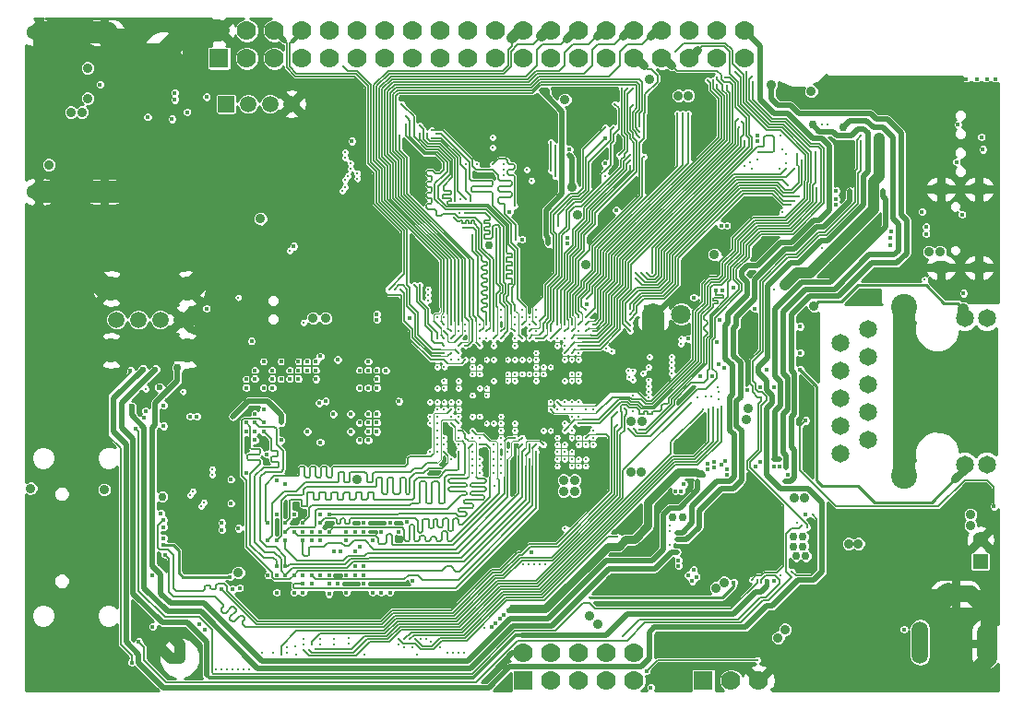
<source format=gbr>
%TF.GenerationSoftware,KiCad,Pcbnew,no-vcs-found-f3908bd~61~ubuntu16.04.1*%
%TF.CreationDate,2017-11-15T13:54:22+02:00*%
%TF.ProjectId,A64-OlinuXino_Rev_E,4136342D4F6C696E7558696E6F5F5265,D*%
%TF.SameCoordinates,Original*%
%TF.FileFunction,Copper,L4,Inr,Signal*%
%TF.FilePolarity,Positive*%
%FSLAX46Y46*%
G04 Gerber Fmt 4.6, Leading zero omitted, Abs format (unit mm)*
G04 Created by KiCad (PCBNEW no-vcs-found-f3908bd~61~ubuntu16.04.1) date Wed Nov 15 13:54:22 2017*
%MOMM*%
%LPD*%
G01*
G04 APERTURE LIST*
%TA.AperFunction,ViaPad*%
%ADD10C,2.400000*%
%TD*%
%TA.AperFunction,ViaPad*%
%ADD11C,1.650000*%
%TD*%
%TA.AperFunction,ViaPad*%
%ADD12O,1.800000X1.200000*%
%TD*%
%TA.AperFunction,ViaPad*%
%ADD13R,1.422400X1.422400*%
%TD*%
%TA.AperFunction,ViaPad*%
%ADD14O,2.300000X1.300000*%
%TD*%
%TA.AperFunction,ViaPad*%
%ADD15O,2.700000X1.300000*%
%TD*%
%TA.AperFunction,ViaPad*%
%ADD16R,0.400000X0.400000*%
%TD*%
%TA.AperFunction,ViaPad*%
%ADD17C,1.500000*%
%TD*%
%TA.AperFunction,ViaPad*%
%ADD18C,2.200000*%
%TD*%
%TA.AperFunction,ViaPad*%
%ADD19C,5.500000*%
%TD*%
%TA.AperFunction,ViaPad*%
%ADD20R,1.500000X1.500000*%
%TD*%
%TA.AperFunction,ViaPad*%
%ADD21C,1.778000*%
%TD*%
%TA.AperFunction,ViaPad*%
%ADD22R,1.778000X1.778000*%
%TD*%
%TA.AperFunction,ViaPad*%
%ADD23R,1.400000X1.400000*%
%TD*%
%TA.AperFunction,ViaPad*%
%ADD24C,1.400000*%
%TD*%
%TA.AperFunction,ViaPad*%
%ADD25R,1.800000X1.800000*%
%TD*%
%TA.AperFunction,ViaPad*%
%ADD26C,1.800000*%
%TD*%
%TA.AperFunction,ViaPad*%
%ADD27O,1.500000X3.900000*%
%TD*%
%TA.AperFunction,ViaPad*%
%ADD28O,1.500000X3.600000*%
%TD*%
%TA.AperFunction,ViaPad*%
%ADD29O,3.700000X1.500000*%
%TD*%
%TA.AperFunction,ViaPad*%
%ADD30C,0.750000*%
%TD*%
%TA.AperFunction,ViaPad*%
%ADD31C,0.900000*%
%TD*%
%TA.AperFunction,ViaPad*%
%ADD32C,0.450000*%
%TD*%
%TA.AperFunction,ViaPad*%
%ADD33C,0.327000*%
%TD*%
%TA.AperFunction,ViaPad*%
%ADD34C,0.406400*%
%TD*%
%TA.AperFunction,ViaPad*%
%ADD35C,0.600000*%
%TD*%
%TA.AperFunction,Conductor*%
%ADD36C,1.016000*%
%TD*%
%TA.AperFunction,Conductor*%
%ADD37C,0.508000*%
%TD*%
%TA.AperFunction,Conductor*%
%ADD38C,2.032000*%
%TD*%
%TA.AperFunction,Conductor*%
%ADD39C,0.762000*%
%TD*%
%TA.AperFunction,Conductor*%
%ADD40C,0.127000*%
%TD*%
%TA.AperFunction,Conductor*%
%ADD41C,0.106600*%
%TD*%
%TA.AperFunction,Conductor*%
%ADD42C,0.254000*%
%TD*%
%TA.AperFunction,Conductor*%
%ADD43C,1.524000*%
%TD*%
%TA.AperFunction,Conductor*%
%ADD44C,0.711200*%
%TD*%
%TA.AperFunction,Conductor*%
%ADD45C,0.304800*%
%TD*%
%TA.AperFunction,Conductor*%
%ADD46C,0.203200*%
%TD*%
%TA.AperFunction,Conductor*%
%ADD47C,0.406400*%
%TD*%
G04 APERTURE END LIST*
D10*
%TO.N,Net-(C196-Pad2)*%
%TO.C,LAN1*%
X180975000Y-79883000D03*
X180975000Y-64389000D03*
D11*
%TO.N,/USB&HDMI\002CWiFi&BT\002CEthernet\002CLCD/PHYAD0*%
X188595000Y-78867000D03*
%TO.N,/USB&HDMI\002CWiFi&BT\002CEthernet\002CLCD/VDD33*%
X186563000Y-78867000D03*
%TO.N,/USB&HDMI\002CWiFi&BT\002CEthernet\002CLCD/PHYAD1*%
X188595000Y-65405000D03*
%TO.N,/USB&HDMI\002CWiFi&BT\002CEthernet\002CLCD/VDD33*%
X186563000Y-65405000D03*
%TO.N,/USB&HDMI\002CWiFi&BT\002CEthernet\002CLCD/MDI[3]-*%
X175133000Y-77851000D03*
%TO.N,/USB&HDMI\002CWiFi&BT\002CEthernet\002CLCD/MDI[3]+*%
X177673000Y-76581000D03*
%TO.N,/USB&HDMI\002CWiFi&BT\002CEthernet\002CLCD/MDI[2]-*%
X175133000Y-75311000D03*
%TO.N,/USB&HDMI\002CWiFi&BT\002CEthernet\002CLCD/MDI[2]+*%
X177673000Y-74041000D03*
%TO.N,Net-(C200-Pad2)*%
X175133000Y-72771000D03*
%TO.N,Net-(C199-Pad2)*%
X177673000Y-71501000D03*
%TO.N,/USB&HDMI\002CWiFi&BT\002CEthernet\002CLCD/MDI[1]-*%
X175133000Y-70231000D03*
%TO.N,/USB&HDMI\002CWiFi&BT\002CEthernet\002CLCD/MDI[1]+*%
X177673000Y-68961000D03*
%TO.N,/USB&HDMI\002CWiFi&BT\002CEthernet\002CLCD/MDI[0]-*%
X175133000Y-67691000D03*
%TO.N,/USB&HDMI\002CWiFi&BT\002CEthernet\002CLCD/MDI[0]+*%
X177673000Y-66421000D03*
%TD*%
D12*
%TO.N,GND*%
%TO.C,USB-OTG1*%
X187842000Y-53550000D03*
X184372000Y-53550000D03*
X184372000Y-60750000D03*
X187842000Y-60750000D03*
%TD*%
D13*
%TO.N,GND*%
%TO.C,U15*%
X166624000Y-67310000D03*
%TD*%
D14*
%TO.N,GND*%
%TO.C,HDMI1*%
X101547000Y-39182000D03*
X101547000Y-53782000D03*
D15*
X107597000Y-53782000D03*
X107597000Y-39182000D03*
%TD*%
D16*
%TO.N,GND*%
%TO.C,U14*%
X168062000Y-85445500D03*
X167362000Y-85445500D03*
X166662000Y-85445500D03*
X166662000Y-86145500D03*
X166662000Y-86845500D03*
X165062000Y-86845500D03*
X165062000Y-86145500D03*
X165062000Y-85445500D03*
X164362000Y-85445500D03*
X163662000Y-85445500D03*
X163662000Y-83845500D03*
X164362000Y-83845500D03*
X165062000Y-83845500D03*
X165062000Y-83145500D03*
X165062000Y-82445500D03*
X166662000Y-82445500D03*
X166662000Y-83145500D03*
X166662000Y-83845500D03*
X167362000Y-83845500D03*
X168062000Y-83845500D03*
D13*
X165862000Y-84645500D03*
%TD*%
D17*
%TO.N,GND*%
%TO.C,USB1*%
X114712000Y-65532000D03*
%TO.N,/USB&HDMI\002CWiFi&BT\002CEthernet\002CLCD/USB1-DP*%
X112712000Y-65532000D03*
%TO.N,/USB&HDMI\002CWiFi&BT\002CEthernet\002CLCD/USB1-DM*%
X110712000Y-65532000D03*
%TO.N,Net-(C74-Pad1)*%
X108712000Y-65532000D03*
D18*
%TO.N,GND*%
X108212000Y-68382000D03*
X108212000Y-62682000D03*
X115212000Y-68382000D03*
X115212000Y-62682000D03*
%TD*%
D19*
%TO.N,GND*%
%TO.C,Mounting_hole1*%
X172800000Y-96600000D03*
%TD*%
D20*
%TO.N,Net-(HSIC1-Pad1)*%
%TO.C,HSIC1*%
X118793000Y-45720000D03*
D17*
%TO.N,Net-(HSIC1-Pad2)*%
X120793000Y-45720000D03*
%TO.N,Net-(HSIC1-Pad3)*%
X122793000Y-45720000D03*
%TO.N,GND*%
X124793000Y-45720000D03*
%TD*%
D21*
%TO.N,VCC-PE*%
%TO.C,GPIO1*%
X166370000Y-38989000D03*
%TO.N,/Power Supply\002C Extensions and MiPi-DSI/PE17/GPIO_LED*%
X166370000Y-41529000D03*
%TO.N,/Power Supply\002C Extensions and MiPi-DSI/2.8V_AVDD-CSI*%
X163830000Y-38989000D03*
%TO.N,/Power Supply\002C Extensions and MiPi-DSI/PE16/POWERON*%
X163830000Y-41529000D03*
%TO.N,/Power Supply\002C Extensions and MiPi-DSI/1.8V_DVDD-CSI*%
X161290000Y-38989000D03*
%TO.N,/Power Supply\002C Extensions and MiPi-DSI/PE15*%
X161290000Y-41529000D03*
%TO.N,PL12*%
X158750000Y-38989000D03*
%TO.N,/Power Supply\002C Extensions and MiPi-DSI/PE14*%
X158750000Y-41529000D03*
%TO.N,PL11*%
X156210000Y-38989000D03*
%TO.N,/Power Supply\002C Extensions and MiPi-DSI/PE13*%
X156210000Y-41529000D03*
%TO.N,PL7*%
X146050000Y-38989000D03*
%TO.N,/Power Supply\002C Extensions and MiPi-DSI/PE9*%
X146050000Y-41529000D03*
%TO.N,PC7*%
X143510000Y-38989000D03*
%TO.N,/Power Supply\002C Extensions and MiPi-DSI/PE8*%
X143510000Y-41529000D03*
%TO.N,/Power Supply\002C Extensions and MiPi-DSI/PE10*%
X148590000Y-41529000D03*
%TO.N,PL8*%
X148590000Y-38989000D03*
%TO.N,PL9*%
X151130000Y-38989000D03*
%TO.N,/Power Supply\002C Extensions and MiPi-DSI/PE11*%
X151130000Y-41529000D03*
%TO.N,/Power Supply\002C Extensions and MiPi-DSI/PE12*%
X153670000Y-41529000D03*
%TO.N,PL10*%
X153670000Y-38989000D03*
%TO.N,/Power Supply\002C Extensions and MiPi-DSI/PB0*%
X128270000Y-38989000D03*
%TO.N,/Power Supply\002C Extensions and MiPi-DSI/PE2*%
X128270000Y-41529000D03*
%TO.N,/Power Supply\002C Extensions and MiPi-DSI/PE1*%
X125730000Y-41529000D03*
%TO.N,KEYADC*%
X125730000Y-38989000D03*
%TO.N,UBOOT*%
X123190000Y-38989000D03*
%TO.N,/Power Supply\002C Extensions and MiPi-DSI/PE0*%
X123190000Y-41529000D03*
D22*
%TO.N,+5V*%
X118110000Y-41529000D03*
D21*
%TO.N,GND*%
X118110000Y-38989000D03*
%TO.N,+3V3*%
X120650000Y-41529000D03*
%TO.N,AP-RESET#*%
X120650000Y-38989000D03*
%TO.N,/Power Supply\002C Extensions and MiPi-DSI/PE3*%
X130810000Y-41529000D03*
%TO.N,/Power Supply\002C Extensions and MiPi-DSI/PB1*%
X130810000Y-38989000D03*
%TO.N,/Power Supply\002C Extensions and MiPi-DSI/PE4*%
X133350000Y-41529000D03*
%TO.N,/Power Supply\002C Extensions and MiPi-DSI/PB2*%
X133350000Y-38989000D03*
%TO.N,/Power Supply\002C Extensions and MiPi-DSI/PE5*%
X135890000Y-41529000D03*
%TO.N,/Power Supply\002C Extensions and MiPi-DSI/PB3*%
X135890000Y-38989000D03*
%TO.N,/Power Supply\002C Extensions and MiPi-DSI/PE6*%
X138430000Y-41529000D03*
%TO.N,/Power Supply\002C Extensions and MiPi-DSI/PB4*%
X138430000Y-38989000D03*
%TO.N,/Power Supply\002C Extensions and MiPi-DSI/PE7*%
X140970000Y-41529000D03*
%TO.N,PC4*%
X140970000Y-38989000D03*
%TD*%
%TO.N,Net-(R79-Pad2)*%
%TO.C,UEXT1*%
X156210000Y-96139000D03*
%TO.N,Net-(RM14-Pad3.1)*%
X156210000Y-98679000D03*
%TO.N,Net-(RM14-Pad1.1)*%
X153670000Y-98679000D03*
%TO.N,Net-(RM14-Pad2.1)*%
X153670000Y-96139000D03*
%TO.N,TWI1-SDA*%
X151130000Y-96139000D03*
%TO.N,TWI1-SCK*%
X151130000Y-98679000D03*
D22*
%TO.N,+3V3*%
X146050000Y-98679000D03*
D21*
%TO.N,GND*%
X146050000Y-96139000D03*
%TO.N,UART3-TX*%
X148590000Y-98679000D03*
%TO.N,UART3-RX*%
X148590000Y-96139000D03*
%TD*%
D22*
%TO.N,Net-(DBG_UART1-Pad1)*%
%TO.C,DBG_UART1*%
X162560000Y-98679000D03*
D21*
%TO.N,Net-(D4-Pad1)*%
X165100000Y-98679000D03*
%TO.N,GND*%
X167640000Y-98679000D03*
%TD*%
D23*
%TO.N,VBAT*%
%TO.C,LIPO_BAT1*%
X187982860Y-87749380D03*
D24*
%TO.N,GND*%
X187980320Y-85737700D03*
%TD*%
D25*
%TO.N,GND*%
%TO.C,PHYRST1*%
X157988000Y-65024000D03*
D26*
%TO.N,Net-(C211-Pad2)*%
X160528000Y-65024000D03*
%TD*%
D27*
%TO.N,+5V_EXT*%
%TO.C,PWR1*%
X182441000Y-95174000D03*
D28*
%TO.N,GND*%
X188441000Y-95324000D03*
D29*
X185695000Y-90724000D03*
%TD*%
D30*
%TO.N,+5V_EXT*%
X170815000Y-85471000D03*
X171704000Y-85471000D03*
D31*
%TO.N,+5V*%
X170058510Y-62357000D03*
X157607000Y-43434000D03*
X178689000Y-48895000D03*
X105537000Y-46482000D03*
X104521000Y-46482000D03*
X121911591Y-56269409D03*
X106045000Y-45212000D03*
D32*
X116967000Y-45085000D03*
D31*
X152908000Y-93472000D03*
X152146000Y-92710000D03*
D32*
X143129000Y-93726000D03*
X143459200Y-93395800D03*
X116840000Y-93980000D03*
X116332000Y-93472000D03*
D33*
%TO.N,GND*%
X159752295Y-67641205D03*
D32*
X188976000Y-43815000D03*
X188087000Y-43815000D03*
X187198000Y-43815000D03*
X186182000Y-43815000D03*
X189357000Y-45339000D03*
X189357000Y-44704000D03*
X189357000Y-44069000D03*
X188595000Y-43434000D03*
X189357000Y-43434000D03*
X187706000Y-43434000D03*
X186690000Y-43434000D03*
X181356000Y-44069000D03*
X180848000Y-44577000D03*
X176276000Y-44577000D03*
X176911000Y-43434000D03*
X174625000Y-43434000D03*
X176276000Y-43434000D03*
X175387000Y-43434000D03*
X178181000Y-43434000D03*
X179430320Y-45545808D03*
D33*
X160250000Y-73050000D03*
X137850000Y-51250000D03*
X148900000Y-47650000D03*
X147900000Y-51250000D03*
X147900000Y-52250000D03*
X147200000Y-53250000D03*
X143250000Y-52250000D03*
X142750000Y-50250000D03*
X142250000Y-50750000D03*
X142750000Y-48800000D03*
X142750000Y-49750000D03*
X142250000Y-51250000D03*
X142250000Y-52250000D03*
X141750000Y-52250000D03*
D31*
X127635000Y-59944000D03*
X128524000Y-59944000D03*
X127635000Y-58928000D03*
D32*
X143637000Y-97536000D03*
D30*
X146558000Y-58674000D03*
D31*
X147447000Y-58674000D03*
D32*
X179451000Y-90678000D03*
D30*
X112903000Y-87884000D03*
D31*
X101092000Y-94361000D03*
X101092000Y-96774000D03*
X102235000Y-97917000D03*
X101092000Y-99060000D03*
X110490000Y-93853000D03*
X107188000Y-89662000D03*
X107188000Y-90551000D03*
D32*
X116459000Y-76962000D03*
X116459000Y-77470000D03*
X118364000Y-83566000D03*
X132080000Y-64262000D03*
X126200000Y-71000000D03*
X123000000Y-69400000D03*
X120600000Y-76600000D03*
X132200000Y-89800000D03*
X129000000Y-89000000D03*
X125800000Y-83400000D03*
X124200000Y-90600000D03*
X159385000Y-98171000D03*
X159385000Y-98679000D03*
D31*
X101092000Y-42672000D03*
X101092000Y-41021000D03*
X106299000Y-50038000D03*
X106299000Y-51943000D03*
X101092000Y-51562000D03*
X101092000Y-49784000D03*
X101092000Y-48006000D03*
X101092000Y-46101000D03*
X101092000Y-44323000D03*
D34*
X147875000Y-75075000D03*
D32*
X174752000Y-49657000D03*
X175260000Y-49657000D03*
X161290000Y-62484000D03*
D31*
X162306000Y-46741510D03*
X163322000Y-46741510D03*
D32*
X100838000Y-83185000D03*
D31*
X128143000Y-46863000D03*
X129921000Y-46863000D03*
X129032000Y-46863000D03*
X130810000Y-44577000D03*
X129921000Y-44577000D03*
D32*
X184912000Y-62484000D03*
D31*
X177927000Y-63500000D03*
X176911000Y-63500000D03*
D32*
X178689000Y-56261000D03*
X154813000Y-48895000D03*
X153543000Y-50165000D03*
D31*
X153670000Y-45339000D03*
X153797000Y-56007000D03*
X146500000Y-59600000D03*
X146500000Y-60600000D03*
X122555000Y-58928000D03*
D32*
X131064000Y-49149000D03*
X123825000Y-48514000D03*
D31*
X121793000Y-48260000D03*
X120142000Y-48260000D03*
X118364000Y-48260000D03*
D32*
X122809000Y-48514000D03*
X132600000Y-76600000D03*
X125222000Y-65659000D03*
X131800000Y-71000000D03*
D33*
X138125000Y-64675000D03*
D32*
X132600000Y-69400000D03*
D33*
X145925000Y-66625000D03*
D31*
X164211000Y-58420000D03*
X161290000Y-76835000D03*
D32*
X166878000Y-61341000D03*
X117602000Y-44196000D03*
X124714000Y-49403000D03*
X126365000Y-51054000D03*
X172085000Y-66167000D03*
D31*
X114681000Y-55880000D03*
X113538000Y-55880000D03*
X107188000Y-91440000D03*
X129794000Y-67183000D03*
D32*
X122200000Y-76600000D03*
X123800000Y-75800000D03*
X131000000Y-69400000D03*
X128200000Y-76800000D03*
X131000000Y-75800000D03*
D31*
X182626000Y-47371000D03*
D32*
X184023000Y-46355000D03*
X182499000Y-45974000D03*
X181229000Y-45974000D03*
X179959000Y-45974000D03*
X180594000Y-45339000D03*
X181864000Y-45339000D03*
X183134000Y-45339000D03*
X186436000Y-45593000D03*
X185039000Y-45593000D03*
X182499000Y-43815000D03*
X183769000Y-43815000D03*
X185039000Y-43815000D03*
X179324000Y-43434000D03*
D31*
X167132000Y-54737000D03*
X174503225Y-60584225D03*
D32*
X144272000Y-99314000D03*
D31*
X148971000Y-84836000D03*
X137922000Y-91053480D03*
X139446000Y-91053480D03*
X101092000Y-76327000D03*
X102362000Y-94361000D03*
X102362000Y-95504000D03*
X107569000Y-80010000D03*
X111379000Y-94234000D03*
X123571000Y-58928000D03*
D32*
X154305000Y-71628000D03*
D31*
X183642000Y-55118000D03*
X184658000Y-55118000D03*
D33*
X140725000Y-67275000D03*
X138775000Y-75075000D03*
X139425000Y-75725000D03*
X152425000Y-65325000D03*
X145925000Y-74425000D03*
D32*
X107188000Y-43307000D03*
X107188000Y-50800000D03*
X107188000Y-49276000D03*
X107188000Y-47752000D03*
X107188000Y-46228000D03*
X111506000Y-51816000D03*
X111506000Y-48895000D03*
X111506000Y-45974000D03*
X113792000Y-45974000D03*
X113792000Y-51816000D03*
X113792000Y-48895000D03*
D31*
X102108000Y-76327000D03*
D32*
X119200000Y-83100000D03*
X132200000Y-84200000D03*
X130600000Y-84200000D03*
D33*
X145275000Y-74425000D03*
X143325000Y-74425000D03*
D34*
X147225000Y-75075000D03*
X146575000Y-75075000D03*
X146575000Y-74425000D03*
X147225000Y-74425000D03*
X147875000Y-74425000D03*
X143325000Y-73775000D03*
X143975000Y-73775000D03*
X144625000Y-73775000D03*
X145275000Y-73775000D03*
X145925000Y-73775000D03*
X146575000Y-73775000D03*
X147225000Y-73775000D03*
X146575000Y-73125000D03*
X145925000Y-73125000D03*
X145275000Y-73125000D03*
X144625000Y-73125000D03*
X143975000Y-73125000D03*
X142675000Y-73125000D03*
X143325000Y-73125000D03*
X147875000Y-73775000D03*
D33*
X149175000Y-74425000D03*
X148525000Y-74425000D03*
D34*
X147875000Y-72475000D03*
X147225000Y-72475000D03*
X146575000Y-72475000D03*
X145925000Y-72475000D03*
X145275000Y-72475000D03*
X144625000Y-72475000D03*
D33*
X143325000Y-72475000D03*
D34*
X143975000Y-72475000D03*
X147875000Y-73125000D03*
X147225000Y-73125000D03*
D33*
X148525000Y-72475000D03*
X147875000Y-71825000D03*
X147225000Y-71825000D03*
X146575000Y-71825000D03*
X143975000Y-71175000D03*
X143325000Y-71825000D03*
X143975000Y-71825000D03*
X144625000Y-71825000D03*
X145275000Y-71825000D03*
X145925000Y-71175000D03*
X146575000Y-71175000D03*
X145925000Y-71825000D03*
X146575000Y-69875000D03*
X145925000Y-69875000D03*
X144625000Y-69875000D03*
X145275000Y-69875000D03*
D31*
X182753000Y-49657000D03*
X169672000Y-44577000D03*
X181610000Y-54991000D03*
X187325000Y-46101000D03*
X189103000Y-46101000D03*
D32*
X171831000Y-73025000D03*
X171831000Y-73533000D03*
X168021000Y-58166000D03*
D35*
X168021000Y-58801000D03*
D31*
X155829000Y-86741000D03*
X172085000Y-75819000D03*
X155829000Y-84709000D03*
X187452000Y-81026000D03*
X187452000Y-82169000D03*
D32*
X175514000Y-89027000D03*
X175514000Y-88265000D03*
X179832000Y-88900000D03*
X180340000Y-88900000D03*
D31*
X176784000Y-92202000D03*
X148971000Y-83820000D03*
D33*
X147225000Y-75725000D03*
X148525000Y-77025000D03*
X147225000Y-76375000D03*
X147875000Y-78325000D03*
D31*
X156083000Y-89408000D03*
X157099000Y-89408000D03*
X171831000Y-88265000D03*
D33*
X149175000Y-71175000D03*
D32*
X173990000Y-43434000D03*
X185674000Y-43434000D03*
X184404000Y-43434000D03*
X183134000Y-43434000D03*
X181864000Y-43434000D03*
X180594000Y-43434000D03*
D31*
X181737000Y-49657000D03*
D32*
X178689000Y-56769000D03*
D33*
X143975000Y-65975000D03*
X142675000Y-71175000D03*
X143325000Y-70525000D03*
X142025000Y-71175000D03*
X142025000Y-73775000D03*
D32*
X128200000Y-69200000D03*
X124600000Y-69400000D03*
X121400000Y-69400000D03*
X126200000Y-75000000D03*
X122428000Y-78613000D03*
X125222000Y-78613000D03*
X129400000Y-70200000D03*
X129800000Y-69200000D03*
X128600000Y-75000000D03*
X129000000Y-76800000D03*
X130200000Y-75000000D03*
X133400000Y-75800000D03*
X124200000Y-83400000D03*
X123400000Y-84200000D03*
X122600000Y-90600000D03*
X126600000Y-90600000D03*
X128200000Y-84200000D03*
D33*
X142025000Y-75725000D03*
X137475000Y-79625000D03*
X138775000Y-78325000D03*
X142025000Y-77675000D03*
X144625000Y-77025000D03*
X143975000Y-77675000D03*
X145275000Y-77675000D03*
X145275000Y-77025000D03*
D32*
X133000000Y-84200000D03*
X131400000Y-90600000D03*
X135400000Y-90600000D03*
X133000000Y-89800000D03*
X134600000Y-84200000D03*
X130600000Y-90600000D03*
X134600000Y-90600000D03*
X130600000Y-89800000D03*
X134600000Y-85800000D03*
X132200000Y-85000000D03*
D34*
X142675000Y-73775000D03*
D33*
X148525000Y-75075000D03*
D32*
X127254000Y-67437000D03*
X125349000Y-67437000D03*
X123444000Y-67437000D03*
X121885000Y-67437000D03*
D31*
%TO.N,+1.5V*%
X166657562Y-73660000D03*
D32*
X121100000Y-67500000D03*
X128200000Y-89000000D03*
X146812000Y-86868000D03*
X121400000Y-76600000D03*
X123800000Y-76600000D03*
X129000000Y-69200000D03*
D33*
X143975000Y-74425000D03*
D32*
X134600000Y-85000000D03*
X133800000Y-84200000D03*
X131400000Y-84200000D03*
D33*
X142675000Y-75075000D03*
X143325000Y-75075000D03*
X143975000Y-75725000D03*
X143975000Y-76375000D03*
X143975000Y-75075000D03*
X145275000Y-75075000D03*
X145275000Y-75725000D03*
D31*
X166497000Y-74676000D03*
D33*
X141375000Y-74425000D03*
X142025000Y-74425000D03*
D32*
X119200000Y-82400000D03*
X126200000Y-70200000D03*
X127000000Y-70200000D03*
X123800000Y-69400000D03*
X122200000Y-69400000D03*
X126200000Y-75800000D03*
X133400000Y-70200000D03*
X132600000Y-70200000D03*
X131000000Y-70200000D03*
X131800000Y-69400000D03*
X128600000Y-74200000D03*
X127400000Y-76800000D03*
X130200000Y-75800000D03*
X132600000Y-75800000D03*
X131000000Y-76600000D03*
X125000000Y-83400000D03*
X123400000Y-83400000D03*
X127400000Y-85000000D03*
X123400000Y-90600000D03*
X125000000Y-90600000D03*
X135900000Y-89500000D03*
X129800000Y-85000000D03*
X133000000Y-85000000D03*
X132200000Y-90600000D03*
X135354607Y-84148773D03*
X133800000Y-90600000D03*
X133000000Y-90600000D03*
X130600000Y-89000000D03*
X129800000Y-90600000D03*
X131800000Y-76600000D03*
%TO.N,/VREF0_DDR3*%
X119380000Y-74422000D03*
X119200000Y-80200000D03*
X119900000Y-84700000D03*
X123800000Y-75000000D03*
X126600000Y-89800000D03*
X127400000Y-68900000D03*
D31*
%TO.N,/S0SVREF*%
X130800000Y-80200000D03*
D33*
X141375000Y-76375000D03*
D32*
%TO.N,+3V3*%
X124968000Y-58801000D03*
D31*
X107569000Y-81153000D03*
X100838000Y-81026000D03*
D32*
X118364000Y-84201000D03*
X157734000Y-99314000D03*
D31*
X149860000Y-45333490D03*
X160274000Y-44958000D03*
X161163000Y-44952490D03*
D32*
X154559000Y-55499000D03*
X153543000Y-51181000D03*
D31*
X151003000Y-55880000D03*
D32*
X130302000Y-49149000D03*
D33*
X147875000Y-69875000D03*
D31*
X163576000Y-59563000D03*
D32*
X143891000Y-92964000D03*
X144221200Y-92633800D03*
X186309000Y-55880000D03*
D31*
X119888000Y-88773000D03*
D33*
X144625000Y-69225000D03*
X147875000Y-70525000D03*
D30*
X142875000Y-58674000D03*
D31*
X172466000Y-44577000D03*
D32*
X180975000Y-93980000D03*
D33*
X148525000Y-69875000D03*
X145275000Y-67925000D03*
X145275000Y-67275000D03*
D31*
X156839490Y-79502000D03*
X155956000Y-79502000D03*
D33*
%TO.N,Net-(C37-Pad2)*%
X140250000Y-54500000D03*
D32*
%TO.N,GNDA*%
X118364000Y-84836000D03*
D30*
X112903000Y-81788000D03*
D35*
X112649000Y-71755000D03*
D32*
X132588000Y-65024000D03*
X132588000Y-65532000D03*
D33*
X137475000Y-73125000D03*
D32*
%TO.N,/NAND Flash \002C eMMC\002C T-Card and Audio/MBIAS*%
X113030000Y-85598000D03*
D33*
X140075000Y-71175000D03*
D35*
%TO.N,+3.0VA*%
X110109000Y-73533000D03*
D31*
X127889000Y-65405000D03*
D32*
X160147000Y-86868000D03*
X159639000Y-86868000D03*
D33*
X145925000Y-69225000D03*
X141375000Y-70525000D03*
D30*
%TO.N,+1V8*%
X172593000Y-47625000D03*
D35*
X111125000Y-70104000D03*
D31*
X126746000Y-65405000D03*
D33*
X140075000Y-71825000D03*
D32*
X170053000Y-81026000D03*
X170561000Y-81026000D03*
D33*
%TO.N,Net-(C51-Pad1)*%
X138775000Y-73125000D03*
%TO.N,/NAND Flash \002C eMMC\002C T-Card and Audio/MICIN1P*%
X116713000Y-82296000D03*
X138125000Y-69875000D03*
%TO.N,Net-(C54-Pad2)*%
X141375000Y-72475000D03*
X142025000Y-71825000D03*
D32*
X135636000Y-65405000D03*
D33*
%TO.N,Net-(C55-Pad1)*%
X138125000Y-71825000D03*
D32*
%TO.N,Net-(C57-Pad2)*%
X119126000Y-89154000D03*
X113030000Y-86233000D03*
D33*
%TO.N,Net-(C59-Pad1)*%
X138125000Y-73125000D03*
%TO.N,/NAND Flash \002C eMMC\002C T-Card and Audio/MICIN1N*%
X116459000Y-82677000D03*
X138775000Y-69875000D03*
%TO.N,Net-(C61-Pad1)*%
X140075000Y-73125000D03*
%TO.N,Net-(C61-Pad2)*%
X140075000Y-73775000D03*
D31*
%TO.N,+5V_USBOTG*%
X184277000Y-59309000D03*
D30*
X171069000Y-87249000D03*
X171958000Y-87249000D03*
D31*
X183261000Y-59309000D03*
D33*
%TO.N,Net-(C68-Pad2)*%
X182880000Y-61849000D03*
%TO.N,/USB&HDMI\002CWiFi&BT\002CEthernet\002CLCD/USB0-VBUSDET*%
X156702219Y-75620325D03*
D32*
X179705000Y-58674000D03*
D33*
X172974000Y-53467000D03*
D31*
%TO.N,+3.3VD*%
X102489000Y-51308000D03*
D30*
X114300000Y-69977000D03*
D32*
X162052000Y-80899000D03*
X162052000Y-80391000D03*
D33*
X145275000Y-69225000D03*
D32*
%TO.N,+3.3VWiFiIO*%
X174752000Y-53721000D03*
X164211000Y-56896000D03*
X164719000Y-56896000D03*
X150114000Y-58547000D03*
X150114000Y-58039000D03*
D33*
X147225000Y-68575000D03*
D32*
X164211000Y-78867000D03*
X164592000Y-78486000D03*
%TO.N,VCC-PL*%
X176022000Y-54229000D03*
X176022000Y-53721000D03*
D33*
X142675000Y-69225000D03*
D32*
X160147000Y-85725000D03*
X160655000Y-85725000D03*
%TO.N,1.1V_CPUS*%
X144780000Y-55626000D03*
X179070000Y-53721000D03*
X179070000Y-54229000D03*
X169545000Y-78359000D03*
X169037000Y-78359000D03*
D33*
X142025000Y-69875000D03*
D31*
%TO.N,1.1V_CPUX*%
X150749000Y-80269520D03*
X149733000Y-81280000D03*
X149733000Y-80264000D03*
D33*
X149175000Y-77025000D03*
X149825000Y-77025000D03*
X148525000Y-75725000D03*
X149175000Y-76375000D03*
X150475000Y-77675000D03*
X149825000Y-77675000D03*
X149175000Y-77675000D03*
X151775000Y-78975000D03*
X151775000Y-78325000D03*
X150475000Y-78975000D03*
X151125000Y-78975000D03*
X151125000Y-78325000D03*
X150475000Y-78325000D03*
X149825000Y-78325000D03*
X149175000Y-78325000D03*
X149175000Y-78975000D03*
D31*
X150749000Y-81280000D03*
D32*
%TO.N,Net-(C125-Pad2)*%
X160782000Y-80645000D03*
%TO.N,IPS*%
X164719000Y-79756000D03*
X164719000Y-79248000D03*
D31*
X163703000Y-90170000D03*
D32*
X160528000Y-81280000D03*
X160020000Y-81280000D03*
D31*
X187071000Y-84455000D03*
X187071000Y-83439000D03*
D32*
X169545000Y-78994000D03*
X169037000Y-78994000D03*
X167386000Y-78994000D03*
X167767000Y-78613000D03*
X162941000Y-79248000D03*
X162941000Y-78740000D03*
D30*
X159766000Y-83693000D03*
X160655000Y-83693000D03*
D32*
X160274000Y-88138000D03*
X160274000Y-87630000D03*
D31*
X164465000Y-89662000D03*
D30*
X171704000Y-86360000D03*
X170815000Y-86360000D03*
D31*
X171831000Y-81915000D03*
X170942000Y-81915000D03*
%TO.N,Net-(C135-Pad1)*%
X175895000Y-86106000D03*
X176784000Y-86106000D03*
D32*
%TO.N,VBAT*%
X171958000Y-83439000D03*
D31*
%TO.N,Net-(C143-Pad2)*%
X169418000Y-94742000D03*
X170053000Y-93980000D03*
D32*
%TO.N,Net-(C149-Pad1)*%
X161925000Y-89154000D03*
X161544000Y-89535000D03*
D35*
%TO.N,3.0V_RTC*%
X112268000Y-70104000D03*
D32*
X116967000Y-64516000D03*
X168402000Y-90043000D03*
X168402000Y-89535000D03*
D33*
X141375000Y-69225000D03*
D31*
%TO.N,1.1V_SYS*%
X155961697Y-74872315D03*
X156915685Y-74871985D03*
D33*
X144625000Y-71175000D03*
X145275000Y-71175000D03*
X147225000Y-71175000D03*
X147225000Y-69875000D03*
X147225000Y-70525000D03*
X146575000Y-70525000D03*
X145925000Y-70525000D03*
X144625000Y-70525000D03*
X145275000Y-70525000D03*
X142675000Y-72475000D03*
X143325000Y-71175000D03*
X142675000Y-71825000D03*
%TO.N,AP-RESET#*%
X177038000Y-48641000D03*
D32*
X185928000Y-47625000D03*
D33*
X129540000Y-42291000D03*
X140075000Y-68575000D03*
X167894000Y-72644000D03*
X167005000Y-89408000D03*
D32*
%TO.N,/Power Supply\002C Extensions and MiPi-DSI/3.3V_MIPI*%
X144653000Y-92202000D03*
X144983200Y-91871800D03*
X162560000Y-79756000D03*
X162052000Y-79756000D03*
%TO.N,/Power Supply\002C Extensions and MiPi-DSI/2.8V_AVDD-CSI*%
X174752000Y-54483000D03*
X163576000Y-79121000D03*
X163576000Y-78613000D03*
X174752000Y-54991000D03*
D31*
%TO.N,VCC-PE*%
X151759490Y-60452000D03*
D32*
X174117000Y-55499000D03*
X174117000Y-54991000D03*
X160147000Y-85090000D03*
X160655000Y-85090000D03*
%TO.N,/Power Supply\002C Extensions and MiPi-DSI/1.8V_DVDD-CSI*%
X170053000Y-80391000D03*
X170561000Y-80391000D03*
D31*
X168783000Y-43942000D03*
D32*
%TO.N,Net-(C174-Pad2)*%
X170307000Y-79756000D03*
D33*
%TO.N,Net-(C177-Pad2)*%
X177038000Y-49149000D03*
D32*
X185801000Y-51054000D03*
D33*
X172085000Y-84582000D03*
D32*
%TO.N,1.2V_HSIC*%
X148208996Y-44513500D03*
X147701000Y-44513500D03*
X148336000Y-58039000D03*
X148336000Y-58547000D03*
D30*
X175387000Y-47879000D03*
D33*
X143325000Y-69225000D03*
D32*
X170180000Y-79121000D03*
X170180000Y-78613000D03*
%TO.N,Net-(C181-Pad2)*%
X169037000Y-89535000D03*
D33*
%TO.N,Net-(C183-Pad1)*%
X138125000Y-67275000D03*
X136525000Y-62357000D03*
%TO.N,Net-(C184-Pad1)*%
X136017000Y-62357000D03*
X138775000Y-67925000D03*
D32*
%TO.N,Net-(C188-Pad2)*%
X145923000Y-58166000D03*
D33*
X146575000Y-69225000D03*
%TO.N,Net-(C192-Pad2)*%
X141375000Y-69875000D03*
%TO.N,KEYADC*%
X133731000Y-62738000D03*
%TO.N,Net-(D4-Pad2)*%
X167513000Y-96774000D03*
D32*
X157353000Y-97790000D03*
D33*
X150475000Y-75725000D03*
%TO.N,Net-(DBG_UART1-Pad1)*%
X148525000Y-73125000D03*
D32*
%TO.N,Net-(FET1-Pad3)*%
X107188000Y-43942000D03*
%TO.N,/USB&HDMI\002CWiFi&BT\002CEthernet\002CLCD/HCEC*%
X113792000Y-47117000D03*
X111569500Y-46926500D03*
D33*
X140725000Y-66625000D03*
D31*
%TO.N,Net-(FUSE1-Pad2)*%
X106045000Y-42418000D03*
D33*
%TO.N,/Power Supply\002C Extensions and MiPi-DSI/PE16*%
X163830000Y-43942000D03*
X151775000Y-65975000D03*
%TO.N,/Power Supply\002C Extensions and MiPi-DSI/PE15*%
X157861000Y-61214000D03*
%TO.N,PL12*%
X140075000Y-65975000D03*
%TO.N,/Power Supply\002C Extensions and MiPi-DSI/PE14*%
X152425000Y-66625000D03*
%TO.N,PL11*%
X139425000Y-67275000D03*
%TO.N,/Power Supply\002C Extensions and MiPi-DSI/PE13*%
X150475000Y-65975000D03*
%TO.N,PL10*%
X139425000Y-65975000D03*
%TO.N,/Power Supply\002C Extensions and MiPi-DSI/PE12*%
X164719000Y-44069000D03*
X151775000Y-66625000D03*
%TO.N,PL9*%
X139425000Y-66625000D03*
%TO.N,/Power Supply\002C Extensions and MiPi-DSI/PE11*%
X156083000Y-44323000D03*
X149825000Y-65975000D03*
%TO.N,PL8*%
X138775000Y-65975000D03*
%TO.N,/Power Supply\002C Extensions and MiPi-DSI/PE10*%
X163449000Y-43561000D03*
X151775000Y-65325000D03*
%TO.N,PL7*%
X138775000Y-67275000D03*
%TO.N,/Power Supply\002C Extensions and MiPi-DSI/PE9*%
X150475000Y-68575000D03*
X164592000Y-43307000D03*
%TO.N,PC7*%
X151257000Y-55118000D03*
X147225000Y-67275000D03*
X155575000Y-44323000D03*
%TO.N,/Power Supply\002C Extensions and MiPi-DSI/PE8*%
X163830000Y-43307000D03*
X152425000Y-65975000D03*
%TO.N,/Power Supply\002C Extensions and MiPi-DSI/PE0*%
X166370000Y-49149000D03*
X151125000Y-67925000D03*
%TO.N,UBOOT*%
X140725000Y-69225000D03*
X119888000Y-63500000D03*
X134747000Y-63246000D03*
%TO.N,/Power Supply\002C Extensions and MiPi-DSI/PE1*%
X161163000Y-46609000D03*
X151775000Y-64675000D03*
%TO.N,/Power Supply\002C Extensions and MiPi-DSI/PE2*%
X160147000Y-46609000D03*
X151125000Y-65325000D03*
%TO.N,/Power Supply\002C Extensions and MiPi-DSI/PB0*%
X160020000Y-40894000D03*
X148525000Y-73775000D03*
%TO.N,/Power Supply\002C Extensions and MiPi-DSI/PE3*%
X160655000Y-46609000D03*
X151125000Y-65975000D03*
%TO.N,/Power Supply\002C Extensions and MiPi-DSI/PB1*%
X167132000Y-43688000D03*
X155702000Y-75565000D03*
%TO.N,/Power Supply\002C Extensions and MiPi-DSI/PE4*%
X151125000Y-67275000D03*
X165862000Y-47879000D03*
%TO.N,/Power Supply\002C Extensions and MiPi-DSI/PB2*%
X165481000Y-42799000D03*
X149175000Y-73125000D03*
%TO.N,/Power Supply\002C Extensions and MiPi-DSI/PE5*%
X166116000Y-47371000D03*
X149825000Y-68575000D03*
%TO.N,/Power Supply\002C Extensions and MiPi-DSI/PB3*%
X167005000Y-43180000D03*
X156210000Y-75565000D03*
%TO.N,/Power Supply\002C Extensions and MiPi-DSI/PE6*%
X156083000Y-45847000D03*
X149825000Y-66625000D03*
%TO.N,/Power Supply\002C Extensions and MiPi-DSI/PB4*%
X166497000Y-42799000D03*
X149825000Y-75725000D03*
%TO.N,/Power Supply\002C Extensions and MiPi-DSI/PE7*%
X165735000Y-47117000D03*
X150475000Y-67275000D03*
%TO.N,PC4*%
X155067000Y-44323000D03*
X154813000Y-50419000D03*
X147225000Y-66625000D03*
D32*
%TO.N,/USB&HDMI\002CWiFi&BT\002CEthernet\002CLCD/HSCL*%
X115189000Y-46482000D03*
D33*
X142025000Y-65975000D03*
D32*
%TO.N,/USB&HDMI\002CWiFi&BT\002CEthernet\002CLCD/HSDA*%
X114046000Y-45339000D03*
D33*
X140075000Y-66625000D03*
D32*
%TO.N,/NAND Flash \002C eMMC\002C T-Card and Audio/HPOUTR*%
X115443000Y-74422000D03*
D33*
X138775000Y-71825000D03*
%TO.N,/NAND Flash \002C eMMC\002C T-Card and Audio/HPOUTFB*%
X111379000Y-71882000D03*
X125857000Y-65786000D03*
X138775000Y-73775000D03*
D32*
%TO.N,/NAND Flash \002C eMMC\002C T-Card and Audio/HPOUTL*%
X116078000Y-74422000D03*
D33*
X138775000Y-71175000D03*
%TO.N,TWI0-SDA*%
X122051034Y-96134966D03*
X150475000Y-73775000D03*
%TO.N,TWI0-SCK*%
X149825000Y-73125000D03*
X120904000Y-97663000D03*
%TO.N,/USB&HDMI\002CWiFi&BT\002CEthernet\002CLCD/PH8/CTP-RST*%
X149825000Y-73775000D03*
X120396000Y-97663000D03*
%TO.N,/USB&HDMI\002CWiFi&BT\002CEthernet\002CLCD/PH7/CTP-INT*%
X123063000Y-96139000D03*
X148082000Y-88011000D03*
X152425000Y-76375000D03*
%TO.N,/USB&HDMI\002CWiFi&BT\002CEthernet\002CLCD/GMDC/LCD-PWM*%
X119888000Y-97663000D03*
X156069387Y-73918444D03*
X150475000Y-71175000D03*
%TO.N,/USB&HDMI\002CWiFi&BT\002CEthernet\002CLCD/GMDIO/LCD_PWR*%
X123825000Y-96266000D03*
X155086476Y-74038283D03*
D32*
X163703000Y-62865000D03*
D33*
%TO.N,PH11*%
X151125000Y-77025000D03*
X147574000Y-88011000D03*
X125222000Y-96266000D03*
%TO.N,PH10*%
X125095000Y-95504000D03*
X150475000Y-74425000D03*
%TO.N,/USB&HDMI\002CWiFi&BT\002CEthernet\002CLCD/GTXCK/LCD_DE*%
X163007688Y-73751079D03*
X156130310Y-72532070D03*
X125857000Y-95885000D03*
%TO.N,/USB&HDMI\002CWiFi&BT\002CEthernet\002CLCD/GTXD0/LCD_CLK*%
X162573997Y-73751610D03*
X157559690Y-72150000D03*
X126365000Y-95885000D03*
%TO.N,/USB&HDMI\002CWiFi&BT\002CEthernet\002CLCD/GTXCTL/LCD_HSYNC*%
X161416992Y-73152000D03*
X127000000Y-95758000D03*
%TO.N,/USB&HDMI\002CWiFi&BT\002CEthernet\002CLCD/LCD_D7*%
X156116310Y-70263532D03*
%TO.N,/USB&HDMI\002CWiFi&BT\002CEthernet\002CLCD/GRXCK/LCD_D18*%
X154178000Y-68453000D03*
X140589000Y-96139000D03*
%TO.N,/USB&HDMI\002CWiFi&BT\002CEthernet\002CLCD/GRXCTL/LCD_D19*%
X140081000Y-96139000D03*
X160500000Y-67732619D03*
%TO.N,/USB&HDMI\002CWiFi&BT\002CEthernet\002CLCD/LCD_D20*%
X155684799Y-70220091D03*
%TO.N,/USB&HDMI\002CWiFi&BT\002CEthernet\002CLCD/GTXD3/LCD_D21*%
X157559690Y-71110000D03*
X136144000Y-94869000D03*
X164200000Y-73500000D03*
%TO.N,/USB&HDMI\002CWiFi&BT\002CEthernet\002CLCD/GTXD2/LCD_D22*%
X157559690Y-71628000D03*
X163866310Y-73802818D03*
X135636000Y-94869000D03*
%TO.N,/USB&HDMI\002CWiFi&BT\002CEthernet\002CLCD/GTXD1/LCD_D23*%
X157559690Y-72700000D03*
X135128000Y-94869000D03*
X163434372Y-73625292D03*
%TO.N,/USB&HDMI\002CWiFi&BT\002CEthernet\002CLCD/GRXD3/LCD_D12*%
X135128000Y-95631000D03*
X157600000Y-68950000D03*
%TO.N,/USB&HDMI\002CWiFi&BT\002CEthernet\002CLCD/GRXD2/LCD_D13*%
X136652000Y-94869000D03*
X156116310Y-71037874D03*
%TO.N,/USB&HDMI\002CWiFi&BT\002CEthernet\002CLCD/GRXD1/LCD_D14*%
X135890000Y-95631000D03*
X157543498Y-69913500D03*
%TO.N,/USB&HDMI\002CWiFi&BT\002CEthernet\002CLCD/GRXD0/LCD_D15*%
X137541000Y-95123000D03*
X157038205Y-70482295D03*
%TO.N,/NAND Flash \002C eMMC\002C T-Card and Audio/SDC0-DET#*%
X154652918Y-74049039D03*
%TO.N,/USB&HDMI\002CWiFi&BT\002CEthernet\002CLCD/EPHY-RST#*%
X155718783Y-70829779D03*
%TO.N,/USB&HDMI\002CWiFi&BT\002CEthernet\002CLCD/GCLKIN/LCD_VSYNC*%
X126619000Y-95377000D03*
X155373564Y-73713215D03*
D32*
%TO.N,/USB&HDMI\002CWiFi&BT\002CEthernet\002CLCD/VDD33*%
X162320190Y-70714810D03*
X163385500Y-70739000D03*
%TO.N,Net-(R105-Pad2)*%
X161143558Y-67290558D03*
%TO.N,Net-(R111-Pad2)*%
X189230000Y-82677000D03*
D33*
%TO.N,Net-(RM15-Pad1.1)*%
X159650000Y-70490000D03*
%TO.N,Net-(RM15-Pad4.1)*%
X159650000Y-68950000D03*
%TO.N,Net-(RM15-Pad2.1)*%
X159650000Y-69950000D03*
%TO.N,Net-(RM15-Pad3.1)*%
X159650000Y-69450000D03*
%TO.N,Net-(L9-Pad2)*%
X162795195Y-72582622D03*
%TO.N,Net-(R72-Pad2)*%
X161982044Y-72716829D03*
%TO.N,/USB&HDMI\002CWiFi&BT\002CEthernet\002CLCD/LCD_D7*%
X142494000Y-93853000D03*
%TO.N,/USB&HDMI\002CWiFi&BT\002CEthernet\002CLCD/LCD_D6*%
X149175000Y-67925000D03*
X139573000Y-96139000D03*
%TO.N,/USB&HDMI\002CWiFi&BT\002CEthernet\002CLCD/LCD_D5*%
X151125000Y-70525000D03*
X131495800Y-96342200D03*
%TO.N,/USB&HDMI\002CWiFi&BT\002CEthernet\002CLCD/LCD_D4*%
X149825000Y-67275000D03*
X139065000Y-96139000D03*
%TO.N,/USB&HDMI\002CWiFi&BT\002CEthernet\002CLCD/LCD_D3*%
X151125000Y-68575000D03*
X138430000Y-95631000D03*
%TO.N,/USB&HDMI\002CWiFi&BT\002CEthernet\002CLCD/LCD_D2*%
X151125000Y-66625000D03*
X136271000Y-96266000D03*
%TO.N,/USB&HDMI\002CWiFi&BT\002CEthernet\002CLCD/GRXCTL/LCD_D19*%
X153670000Y-68199000D03*
%TO.N,/USB&HDMI\002CWiFi&BT\002CEthernet\002CLCD/LCD_D20*%
X137160000Y-94869000D03*
%TO.N,/USB&HDMI\002CWiFi&BT\002CEthernet\002CLCD/LCD_D10*%
X150475000Y-73125000D03*
X154686000Y-85471000D03*
X134620000Y-94869000D03*
%TO.N,/USB&HDMI\002CWiFi&BT\002CEthernet\002CLCD/LCD_D11*%
X151125000Y-69225000D03*
X134620000Y-95377000D03*
%TO.N,/USB&HDMI\002CWiFi&BT\002CEthernet\002CLCD/GRXD3/LCD_D12*%
X149825000Y-67925000D03*
%TO.N,/USB&HDMI\002CWiFi&BT\002CEthernet\002CLCD/GRXD2/LCD_D13*%
X151125000Y-71175000D03*
%TO.N,/USB&HDMI\002CWiFi&BT\002CEthernet\002CLCD/GRXD1/LCD_D14*%
X149825000Y-69225000D03*
%TO.N,/USB&HDMI\002CWiFi&BT\002CEthernet\002CLCD/GRXD0/LCD_D15*%
X150475000Y-69225000D03*
D32*
%TO.N,/NAND Flash \002C eMMC\002C T-Card and Audio/SDC0-D2*%
X112776000Y-83312000D03*
D33*
X152425000Y-73775000D03*
D32*
%TO.N,/NAND Flash \002C eMMC\002C T-Card and Audio/SDC0-D3*%
X113030000Y-83947000D03*
D33*
X151775000Y-76375000D03*
%TO.N,/NAND Flash \002C eMMC\002C T-Card and Audio/SDC0-CMD*%
X149175000Y-73775000D03*
D32*
X113030000Y-84582000D03*
%TO.N,Net-(MICRO_SD1-Pad5)*%
X113157000Y-87122000D03*
D33*
X154686000Y-75184000D03*
D32*
%TO.N,/NAND Flash \002C eMMC\002C T-Card and Audio/SDC0-D0*%
X120015000Y-90170000D03*
D33*
X149825000Y-71175000D03*
D32*
%TO.N,/NAND Flash \002C eMMC\002C T-Card and Audio/SDC0-D1*%
X119380000Y-90297000D03*
D33*
X151775000Y-73775000D03*
D32*
%TO.N,/NAND Flash \002C eMMC\002C T-Card and Audio/SDC0-DET#*%
X118364000Y-90297000D03*
D33*
%TO.N,/Power Supply\002C Extensions and MiPi-DSI/MIPI-DSI-RST*%
X147066000Y-88011000D03*
X151125000Y-76375000D03*
%TO.N,/Power Supply\002C Extensions and MiPi-DSI/MIPI-DSI-BKL*%
X146050000Y-88011000D03*
X149825000Y-75075000D03*
%TO.N,/Power Supply\002C Extensions and MiPi-DSI/DSI-D0N*%
X147225000Y-64675000D03*
X124333000Y-95631000D03*
X129667000Y-50673000D03*
%TO.N,/Power Supply\002C Extensions and MiPi-DSI/MIPI-DSI-EN*%
X146558000Y-88011000D03*
X150475000Y-76375000D03*
%TO.N,/Power Supply\002C Extensions and MiPi-DSI/DSI-D0P*%
X124333000Y-96139000D03*
X147225000Y-65325000D03*
X129667000Y-50165000D03*
%TO.N,/Power Supply\002C Extensions and MiPi-DSI/DSI-CKN*%
X129992889Y-94811792D03*
X145925000Y-65325000D03*
X130810000Y-52578000D03*
%TO.N,/Power Supply\002C Extensions and MiPi-DSI/DSI-D1N*%
X125857000Y-94869000D03*
X146575000Y-65975000D03*
X130175000Y-51689000D03*
%TO.N,/Power Supply\002C Extensions and MiPi-DSI/DSI-CKP*%
X129988170Y-95317170D03*
X145925000Y-64675000D03*
X130810000Y-52070000D03*
%TO.N,/Power Supply\002C Extensions and MiPi-DSI/DSI-D1P*%
X125857000Y-95377000D03*
X146575000Y-65325000D03*
X130175000Y-51181000D03*
%TO.N,/Power Supply\002C Extensions and MiPi-DSI/DSI-D3N*%
X128651000Y-94869000D03*
X129413000Y-53721000D03*
X143975000Y-65325000D03*
%TO.N,/Power Supply\002C Extensions and MiPi-DSI/DSI-D2N*%
X145275000Y-65975000D03*
X127381000Y-94869000D03*
X129667000Y-52705000D03*
%TO.N,/Power Supply\002C Extensions and MiPi-DSI/DSI-D3P*%
X128651000Y-95377000D03*
X129667000Y-53340000D03*
X143975000Y-64675000D03*
%TO.N,/Power Supply\002C Extensions and MiPi-DSI/DSI-D2P*%
X145275000Y-65325000D03*
X127381000Y-95377000D03*
X129921000Y-52324000D03*
%TO.N,Net-(NAND_E1-Pad2)*%
X153543000Y-52324000D03*
D32*
%TO.N,Net-(PWRON1-Pad1)*%
X188214000Y-49911000D03*
%TO.N,/S0SRST*%
X120600000Y-71000000D03*
D33*
X139425000Y-73775000D03*
D32*
X122600000Y-84200000D03*
D33*
%TO.N,Net-(R3-Pad2)*%
X141375000Y-78975000D03*
%TO.N,Net-(R4-Pad2)*%
X141375000Y-78325000D03*
D32*
%TO.N,Net-(R9-Pad1)*%
X128200000Y-90700000D03*
%TO.N,Net-(R13-Pad1)*%
X125800000Y-90600000D03*
D33*
%TO.N,/NAND Flash \002C eMMC\002C T-Card and Audio/NAND0-RB0/SDC2-CMD*%
X148950000Y-49600000D03*
X148950000Y-52400000D03*
X144250000Y-51750000D03*
X143573500Y-57213500D03*
X143325000Y-67275000D03*
D32*
%TO.N,/USB&HDMI\002CWiFi&BT\002CEthernet\002CLCD/USB0-ID*%
X182626000Y-55626000D03*
D33*
X151125000Y-75075000D03*
X172847000Y-50165000D03*
%TO.N,USB0-DRV*%
X169037000Y-62738000D03*
X169672000Y-89027000D03*
%TO.N,Net-(R41-Pad2)*%
X173431200Y-58978800D03*
%TO.N,USB1-DRV*%
X140219203Y-55771506D03*
X124587000Y-59182000D03*
D32*
%TO.N,/USB&HDMI\002CWiFi&BT\002CEthernet\002CLCD/HHPD*%
X114046000Y-44704000D03*
D33*
X140725000Y-65975000D03*
%TO.N,Net-(R54-Pad1)*%
X169545000Y-51689000D03*
%TO.N,/USB&HDMI\002CWiFi&BT\002CEthernet\002CLCD/WL-SDIO-CLK*%
X149175000Y-65975000D03*
X155829000Y-50927000D03*
X166877994Y-51054000D03*
%TO.N,Net-(R60-Pad1)*%
X169799000Y-55626000D03*
%TO.N,AP-CK32KO*%
X137287000Y-62738000D03*
X167005000Y-51689000D03*
%TO.N,/USB&HDMI\002CWiFi&BT\002CEthernet\002CLCD/EPHY-RST#*%
X150475000Y-70525000D03*
%TO.N,TWI1-SCK*%
X152425000Y-77025000D03*
%TO.N,UART3-RX*%
X152425000Y-75725000D03*
%TO.N,TWI1-SDA*%
X151125000Y-74425000D03*
%TO.N,Net-(R83-Pad1)*%
X159512000Y-86233000D03*
%TO.N,/Power Supply\002C Extensions and MiPi-DSI/DC5SET*%
X171196000Y-84201000D03*
%TO.N,AP-NMI#*%
X134700000Y-48650000D03*
D32*
X110744000Y-95123000D03*
D33*
X170688000Y-89154000D03*
X171577000Y-84455000D03*
X142025000Y-67925000D03*
%TO.N,Net-(R86-Pad1)*%
X159512000Y-84455000D03*
D32*
X179832000Y-57404000D03*
%TO.N,Net-(R87-Pad1)*%
X179705000Y-58039000D03*
D33*
X159512000Y-84963000D03*
D32*
%TO.N,PMU-SCK*%
X110490000Y-75565000D03*
D33*
X134747000Y-62738000D03*
X139425000Y-68575000D03*
X152146000Y-91567000D03*
X167513000Y-89408000D03*
D32*
%TO.N,Net-(R89-Pad1)*%
X188087000Y-48768000D03*
%TO.N,PMU-SDA*%
X109982000Y-70231000D03*
D33*
X134239000Y-62738000D03*
X138775000Y-68575000D03*
D32*
X110109000Y-97028000D03*
D33*
X167894000Y-89662000D03*
X155194000Y-94615000D03*
%TO.N,Net-(R96-Pad1)*%
X142025000Y-70525000D03*
%TO.N,Net-(R97-Pad1)*%
X151125000Y-73125000D03*
%TO.N,/NAND Flash \002C eMMC\002C T-Card and Audio/NAND0-DQ0/SDC2-D0*%
X134874000Y-45720000D03*
X138750000Y-52750000D03*
X145275000Y-66625000D03*
%TO.N,/NAND Flash \002C eMMC\002C T-Card and Audio/NAND0-DQ1/SDC2-D1*%
X135255000Y-46863000D03*
X138750000Y-52250000D03*
X143975000Y-67275000D03*
%TO.N,/NAND Flash \002C eMMC\002C T-Card and Audio/NAND0-DQ2/SDC2-D2*%
X138731546Y-51750000D03*
X135250000Y-47600000D03*
X143325000Y-66625000D03*
%TO.N,/NAND Flash \002C eMMC\002C T-Card and Audio/NAND0-DQ3/SDC2-D3*%
X139750000Y-54610000D03*
X139670102Y-56188164D03*
X136550000Y-47700000D03*
X142675000Y-66625000D03*
%TO.N,/NAND Flash \002C eMMC\002C T-Card and Audio/NAND0-DQ4/SDC2-D4*%
X136548644Y-48503753D03*
X138750000Y-53250000D03*
X145925000Y-67275000D03*
%TO.N,/NAND Flash \002C eMMC\002C T-Card and Audio/NAND0-DQ5/SDC2-D5*%
X140750000Y-54500000D03*
X140717942Y-55769190D03*
X137233690Y-48492241D03*
X143975000Y-66625000D03*
%TO.N,/NAND Flash \002C eMMC\002C T-Card and Audio/NAND0-DQ6/SDC2-D6*%
X141224000Y-54609978D03*
X140525500Y-57062072D03*
X137650000Y-48850000D03*
X140750000Y-51750000D03*
X142675000Y-65975000D03*
%TO.N,/NAND Flash \002C eMMC\002C T-Card and Audio/NAND0-DQ7/SDC2-D7*%
X138092241Y-48483690D03*
X140750000Y-50750000D03*
X145925000Y-65975000D03*
%TO.N,/NAND Flash \002C eMMC\002C T-Card and Audio/NAND0-RE/SDC2-CLK*%
X141351000Y-57785004D03*
X148550000Y-49250000D03*
X148550000Y-51850000D03*
X142025000Y-66625000D03*
%TO.N,/NAND Flash \002C eMMC\002C T-Card and Audio/NAND0-DQS/SDC2-RST*%
X137650000Y-48149990D03*
X143750000Y-52250000D03*
X145334358Y-58212358D03*
%TO.N,/NAND Flash \002C eMMC\002C T-Card and Audio/HP-DET*%
X114808000Y-72136000D03*
X139425000Y-73125000D03*
%TO.N,/USB&HDMI\002CWiFi&BT\002CEthernet\002CLCD/WL-SDIO-D3*%
X167640000Y-50165000D03*
X157353000Y-61214000D03*
%TO.N,/USB&HDMI\002CWiFi&BT\002CEthernet\002CLCD/WL-SDIO-D0*%
X155829000Y-51435000D03*
X166370004Y-51435000D03*
X148525000Y-67275000D03*
%TO.N,/USB&HDMI\002CWiFi&BT\002CEthernet\002CLCD/WL-SDIO-D2*%
X169799000Y-49911000D03*
X157099000Y-50546000D03*
X150475000Y-66625000D03*
%TO.N,/USB&HDMI\002CWiFi&BT\002CEthernet\002CLCD/WL-SDIO-D1*%
X170180000Y-51689000D03*
X156845000Y-61214000D03*
%TO.N,/USB&HDMI\002CWiFi&BT\002CEthernet\002CLCD/WL-SDIO-CMD*%
X155829000Y-50419000D03*
X167513000Y-50800000D03*
X148525000Y-66625000D03*
%TO.N,/USB&HDMI\002CWiFi&BT\002CEthernet\002CLCD/BT-UART-RX*%
X171577000Y-50927000D03*
X155829000Y-66040000D03*
%TO.N,/USB&HDMI\002CWiFi&BT\002CEthernet\002CLCD/WL-PMU-EN*%
X137287000Y-63246000D03*
X170180000Y-50292000D03*
%TO.N,/USB&HDMI\002CWiFi&BT\002CEthernet\002CLCD/BT-RST-N*%
X170180000Y-51181000D03*
X137287000Y-63754000D03*
%TO.N,SPI0_MISO*%
X117856000Y-97663000D03*
X154305000Y-47879000D03*
X149232132Y-56924958D03*
X143325000Y-67925000D03*
%TO.N,SPI0_CLK*%
X118872000Y-97663000D03*
D32*
X153543000Y-48895000D03*
D33*
X146575000Y-66625000D03*
%TO.N,SPI0_MOSI*%
X153543000Y-47879000D03*
X118364000Y-97663000D03*
X147225000Y-65975000D03*
%TO.N,SPI0_CS*%
X119380000Y-97663000D03*
X154432000Y-45720000D03*
X153543000Y-51816000D03*
X146575000Y-67275000D03*
%TO.N,Net-(T1-Pad3)*%
X170688000Y-88646000D03*
X172593000Y-83439000D03*
%TO.N,/USB&HDMI\002CWiFi&BT\002CEthernet\002CLCD/BT-UART-TX*%
X170942000Y-51689000D03*
X156337000Y-61214000D03*
%TO.N,/USB&HDMI\002CWiFi&BT\002CEthernet\002CLCD/BT-PCM-DOUT*%
X170307000Y-53213000D03*
X156337000Y-61722000D03*
%TO.N,/USB&HDMI\002CWiFi&BT\002CEthernet\002CLCD/AP-WAKE-BT*%
X156718000Y-47752000D03*
X138775000Y-66625000D03*
X173990000Y-47625000D03*
%TO.N,/USB&HDMI\002CWiFi&BT\002CEthernet\002CLCD/BT-PCM-DIN*%
X170942000Y-54610000D03*
X155829000Y-65024000D03*
%TO.N,/USB&HDMI\002CWiFi&BT\002CEthernet\002CLCD/BT-PCM-SYNC*%
X171323000Y-54229000D03*
X155829000Y-64516000D03*
%TO.N,/USB&HDMI\002CWiFi&BT\002CEthernet\002CLCD/WL-WAKE-AP*%
X156718000Y-48768000D03*
X140725000Y-67925000D03*
X169672000Y-48641000D03*
%TO.N,/USB&HDMI\002CWiFi&BT\002CEthernet\002CLCD/BT-WAKE-AP*%
X173482000Y-47625000D03*
X156718000Y-48260000D03*
X140075000Y-67925000D03*
D32*
%TO.N,/S0SDQ1*%
X130600000Y-85000000D03*
D33*
X141375000Y-79625000D03*
%TO.N,/S0SDQ5*%
X142025000Y-79625000D03*
D32*
X129800000Y-85800000D03*
D33*
%TO.N,/S0SDQ3*%
X143325000Y-79625000D03*
D32*
X130600000Y-88200000D03*
%TO.N,/S0SDQ6*%
X129800000Y-89000000D03*
D33*
X143975000Y-79625000D03*
D32*
%TO.N,/S0SDQM2*%
X134620000Y-73025000D03*
X130200000Y-74200000D03*
%TO.N,/S0SDQ4*%
X132200000Y-85800000D03*
D33*
X142025000Y-78975000D03*
D32*
%TO.N,/S0SDQM0*%
X131400000Y-88200000D03*
D33*
X143383000Y-80772000D03*
D32*
%TO.N,/S0SDQ7*%
X131400000Y-89800000D03*
D33*
X143975000Y-78975000D03*
D32*
%TO.N,/S0SA8*%
X120600000Y-75800000D03*
D33*
X139425000Y-78325000D03*
D32*
X122600000Y-89000000D03*
%TO.N,/S0SA6*%
X121400000Y-75800000D03*
D33*
X141375000Y-77675000D03*
D32*
X123400000Y-89000000D03*
%TO.N,/S0SDQ2*%
X131400000Y-85000000D03*
D33*
X142025000Y-78325000D03*
D32*
%TO.N,/S0SCKE0*%
X123400000Y-80300000D03*
D33*
X143325000Y-77675000D03*
D32*
X128200000Y-89800000D03*
%TO.N,/S0SDQ0*%
X131400000Y-89000000D03*
D33*
X143975000Y-78325000D03*
D32*
%TO.N,/S0SBA1*%
X120600000Y-79600000D03*
D33*
X147225000Y-77675000D03*
D32*
X125800000Y-89800000D03*
D33*
%TO.N,/S0SDQ26*%
X137475000Y-77675000D03*
D32*
X131000000Y-75000000D03*
D33*
%TO.N,/S0SDQ25*%
X138125000Y-77675000D03*
D32*
X131800000Y-75800000D03*
%TO.N,/S0SA9*%
X121400000Y-71000000D03*
X123400000Y-85800000D03*
D33*
X138775000Y-77675000D03*
D32*
%TO.N,/S0SA7*%
X121400000Y-70200000D03*
X124200000Y-84200000D03*
D33*
X140075000Y-77675000D03*
D32*
%TO.N,/S0SA5*%
X123000000Y-71000000D03*
X124200000Y-85000000D03*
D33*
X141375000Y-77025000D03*
D32*
%TO.N,/S0SA14*%
X120600000Y-75000000D03*
D33*
X143325000Y-77025000D03*
D32*
X123400000Y-88200000D03*
%TO.N,/S0SA10*%
X122500000Y-77900000D03*
X127400000Y-89000000D03*
D33*
X144625000Y-77675000D03*
D32*
%TO.N,/S0SA1*%
X122200000Y-75000000D03*
X125000000Y-89000000D03*
D33*
X146575000Y-78325000D03*
D32*
%TO.N,/S0SA15*%
X122200000Y-73800000D03*
X126600000Y-89000000D03*
D33*
X147225000Y-77025000D03*
D32*
%TO.N,/S0SA11*%
X121400000Y-75000000D03*
D33*
X147875000Y-77025000D03*
D32*
X124200000Y-88200000D03*
%TO.N,/S0SDQ27*%
X131800000Y-75000000D03*
D33*
X138125000Y-77025000D03*
D32*
%TO.N,/S0SDQ24*%
X132600000Y-75000000D03*
D33*
X138775000Y-77025000D03*
D32*
%TO.N,/S0SODT0*%
X126200000Y-69400000D03*
X127400000Y-83400000D03*
D33*
X140075000Y-77025000D03*
D32*
%TO.N,/S0SCS0*%
X125400000Y-70200000D03*
X126600000Y-85000000D03*
D33*
X140075000Y-76375000D03*
D32*
%TO.N,/S0SCS1*%
X125400000Y-69400000D03*
X127400000Y-84200000D03*
D33*
X142025000Y-77025000D03*
D32*
%TO.N,/S0SA12*%
X121400000Y-74200000D03*
X125800000Y-89000000D03*
D33*
X143975000Y-77025000D03*
D32*
%TO.N,/S0SA2*%
X122200000Y-71800000D03*
D33*
X145925000Y-77025000D03*
D32*
X124200000Y-85800000D03*
%TO.N,/S0SA0*%
X123000000Y-71800000D03*
D33*
X145925000Y-76375000D03*
D32*
X125800000Y-85800000D03*
D33*
%TO.N,UART3-TX*%
X151775000Y-77025000D03*
D32*
%TO.N,/S0SBA2*%
X123800000Y-71000000D03*
D33*
X138775000Y-76375000D03*
D32*
X125800000Y-85000000D03*
%TO.N,/S0SCKE1*%
X124200000Y-80600000D03*
D33*
X142025000Y-76375000D03*
D32*
X129000000Y-89800000D03*
D33*
%TO.N,/S0SA3*%
X145275000Y-76375000D03*
D32*
X123000000Y-70200000D03*
X125000000Y-85000000D03*
%TO.N,/S0SA4*%
X122200000Y-75800000D03*
X124200000Y-89000000D03*
D33*
X146575000Y-77025000D03*
%TO.N,VDDFB-CPUX*%
X152146000Y-91059000D03*
X149860000Y-84709000D03*
D32*
X165354000Y-89662000D03*
D33*
X147875000Y-75725000D03*
D32*
%TO.N,/S0SDQ28*%
X132600000Y-71800000D03*
D33*
X137475000Y-75075000D03*
%TO.N,/S0SDQM3*%
X138125000Y-75075000D03*
D32*
X131000000Y-71800000D03*
%TO.N,/S0SODT1*%
X127000000Y-69400000D03*
X128200000Y-83400000D03*
D33*
X140075000Y-75725000D03*
D32*
%TO.N,/S0SRAS*%
X127000000Y-71000000D03*
D33*
X141375000Y-75725000D03*
D32*
X128200000Y-85000000D03*
%TO.N,/S0SDQ29*%
X131800000Y-71800000D03*
D33*
X137475000Y-74425000D03*
D32*
%TO.N,/S0SDQ30*%
X132600000Y-71000000D03*
D33*
X138125000Y-74425000D03*
D32*
%TO.N,/S0SWE*%
X124600000Y-71000000D03*
D33*
X139425000Y-74425000D03*
D32*
X126600000Y-85800000D03*
%TO.N,/S0SBA0*%
X124600000Y-70200000D03*
D33*
X139425000Y-75075000D03*
D32*
X125800000Y-84200000D03*
%TO.N,/S0SA13*%
X120600000Y-71800000D03*
X122600000Y-85800000D03*
D33*
X140075000Y-75075000D03*
%TO.N,/S0SDQ31*%
X138125000Y-73775000D03*
D32*
X131800000Y-70200000D03*
%TO.N,/S0SCAS*%
X125400000Y-71000000D03*
D33*
X140075000Y-74425000D03*
D32*
X127400000Y-85800000D03*
D33*
%TO.N,/USB&HDMI\002CWiFi&BT\002CEthernet\002CLCD/BT-UART-CTS*%
X155829000Y-66548000D03*
X171196000Y-50292000D03*
%TO.N,/USB&HDMI\002CWiFi&BT\002CEthernet\002CLCD/BT-PCM-CLK*%
X170561000Y-54991000D03*
X155829000Y-65532000D03*
%TO.N,Net-(HSIC1-Pad2)*%
X142675000Y-67275000D03*
%TO.N,Net-(HSIC1-Pad3)*%
X142025000Y-67275000D03*
D32*
%TO.N,/S0SDQS0_N*%
X130644024Y-86835010D03*
D33*
X143325000Y-78975000D03*
D32*
%TO.N,/S0SDQS0_P*%
X131052024Y-86427010D03*
D33*
X143325000Y-78325000D03*
D32*
%TO.N,/S0SCK_N*%
X127300000Y-73200000D03*
X128676400Y-86842600D03*
%TO.N,/S0SCK_P*%
X127889000Y-73025000D03*
X129260600Y-86842600D03*
D33*
%TO.N,/S0SDQS3_N*%
X138125000Y-76375000D03*
D32*
X132600000Y-74200000D03*
%TO.N,/S0SDQS3_P*%
X131800000Y-74200000D03*
D33*
X138125000Y-75725000D03*
D32*
%TO.N,Net-(3.3V/VCC-PE:2.8V1-Pad2)*%
X151892000Y-64135000D03*
D33*
X149175000Y-67275000D03*
D31*
%TO.N,Net-(C196-Pad2)*%
X181610000Y-69215000D03*
X184785000Y-69215000D03*
X187325000Y-69215000D03*
X188595000Y-70485000D03*
X185420000Y-70485000D03*
X182245000Y-70485000D03*
X180975000Y-71755000D03*
X184150000Y-71755000D03*
X187325000Y-71755000D03*
X188595000Y-73025000D03*
X185420000Y-73025000D03*
X182245000Y-73025000D03*
X180975000Y-74295000D03*
X184150000Y-74295000D03*
X187325000Y-74295000D03*
X188595000Y-75565000D03*
X185420000Y-75565000D03*
X182245000Y-75565000D03*
D33*
%TO.N,Net-(R100-Pad2)*%
X160532851Y-67293560D03*
D32*
%TO.N,/USB&HDMI\002CWiFi&BT\002CEthernet\002CLCD/VDD33*%
X167767000Y-71755000D03*
X164084000Y-65532000D03*
X165354000Y-62611000D03*
D31*
X172720000Y-64262000D03*
D32*
X171450000Y-70104000D03*
%TO.N,Net-(C204-Pad2)*%
X166624000Y-72009000D03*
X169037000Y-71755000D03*
X164465000Y-69977000D03*
X163957000Y-69596000D03*
X163830000Y-67564000D03*
X161671000Y-63500000D03*
%TO.N,Net-(C207-Pad2)*%
X167259000Y-64516000D03*
X171450000Y-68580000D03*
X171450000Y-66167000D03*
%TO.N,Net-(R111-Pad2)*%
X171958000Y-74803000D03*
%TO.N,Net-(R113-Pad2)*%
X186436000Y-63119000D03*
X168402000Y-70104000D03*
%TO.N,Net-(R119-Pad1)*%
X164338000Y-62865000D03*
%TO.N,VCC-PC*%
X150250000Y-49900000D03*
X150250000Y-50450000D03*
D33*
X146350000Y-51750000D03*
X146800000Y-52750000D03*
X144250000Y-52250000D03*
X140750000Y-51250000D03*
D32*
X167513000Y-49149000D03*
X167513000Y-48641000D03*
D31*
X150495000Y-53340000D03*
D33*
X147225000Y-69225000D03*
%TO.N,Net-(C42-Pad1)*%
X143250000Y-49750000D03*
X143250000Y-48800000D03*
X141750000Y-51250000D03*
%TO.N,/NAND Flash \002C eMMC\002C T-Card and Audio/LINEINL*%
X117475000Y-79756000D03*
X115443000Y-81661000D03*
%TO.N,/NAND Flash \002C eMMC\002C T-Card and Audio/LINEINR*%
X117475000Y-79248000D03*
X115697000Y-81280000D03*
D32*
%TO.N,USB0-D_P*%
X183007000Y-57023000D03*
D33*
X138125000Y-65325000D03*
D32*
%TO.N,USB0-D_N*%
X183007000Y-57658000D03*
D33*
X138775000Y-65325000D03*
D32*
%TO.N,Net-(C58-Pad1)*%
X112014000Y-89027000D03*
X112014000Y-93726000D03*
%TO.N,/NAND Flash \002C eMMC\002C T-Card and Audio/LINEOUTR*%
X111379000Y-73914000D03*
D33*
X139425000Y-69225000D03*
D32*
%TO.N,Net-(C86-Pad2)*%
X113030000Y-73406000D03*
%TO.N,/NAND Flash \002C eMMC\002C T-Card and Audio/LINEOUTL*%
X111252000Y-74549000D03*
D33*
X140075000Y-69225000D03*
D32*
%TO.N,Net-(C87-Pad2)*%
X113030000Y-75311000D03*
%TO.N,Net-(C151-Pad1)*%
X161163000Y-89027000D03*
X161671000Y-88519000D03*
D33*
%TO.N,/Power Supply\002C Extensions and MiPi-DSI/PE17/GPIO_LED*%
X151892000Y-63627000D03*
X162941000Y-43561000D03*
%TO.N,Net-(R66-Pad1)*%
X145224500Y-55101818D03*
X143250000Y-51250000D03*
%TO.N,Net-(R68-Pad1)*%
X144250000Y-51250000D03*
%TO.N,Net-(RM1-Pad1.1)*%
X163323356Y-72609266D03*
%TO.N,Net-(RM1-Pad2.1)*%
X163937843Y-72815934D03*
%TO.N,Net-(RM1-Pad3.1)*%
X163937311Y-72148563D03*
%TO.N,Net-(RM1-Pad4.1)*%
X163922530Y-71715123D03*
%TD*%
D36*
%TO.N,+5V*%
X171201510Y-61214000D02*
X172339000Y-61214000D01*
X171201510Y-61214000D02*
X170058510Y-62357000D01*
X172339000Y-61214000D02*
X178181000Y-55372000D01*
X178181000Y-55372000D02*
X178181000Y-52832000D01*
X178689000Y-52324000D02*
X178181000Y-52832000D01*
X178689000Y-48895000D02*
X178689000Y-52324000D01*
D37*
%TO.N,GND*%
X146050000Y-96139000D02*
X145034000Y-96139000D01*
X145034000Y-96139000D02*
X143637000Y-97536000D01*
D38*
X115212000Y-62682000D02*
X115626000Y-62682000D01*
X115626000Y-62682000D02*
X116713000Y-61595000D01*
X115212000Y-68382000D02*
X117419000Y-68382000D01*
X117419000Y-68382000D02*
X117729000Y-68072000D01*
X108212000Y-62682000D02*
X107640000Y-62682000D01*
X107640000Y-62682000D02*
X106807000Y-61849000D01*
X108212000Y-68382000D02*
X105862000Y-68382000D01*
X105862000Y-68382000D02*
X105283000Y-68961000D01*
X115212000Y-68382000D02*
X108212000Y-68382000D01*
X115212000Y-62682000D02*
X108212000Y-62682000D01*
X107847000Y-53782000D02*
X109682000Y-53782000D01*
X109682000Y-53782000D02*
X110500000Y-54600000D01*
X107847000Y-53782000D02*
X101747000Y-53782000D01*
D36*
X114554000Y-96647000D02*
X114554000Y-95377000D01*
X114554000Y-95377000D02*
X113411000Y-94234000D01*
D38*
X113157000Y-41021000D02*
X113157000Y-42291000D01*
X113157000Y-42291000D02*
X111125000Y-44323000D01*
X113157000Y-41021000D02*
X113157000Y-41021000D01*
X113157000Y-41021000D02*
X115697000Y-43561000D01*
X118110000Y-38989000D02*
X115189000Y-38989000D01*
X115189000Y-38989000D02*
X113157000Y-41021000D01*
X113157000Y-41021000D02*
X113030000Y-41148000D01*
X107597000Y-39182000D02*
X109563000Y-41148000D01*
X109563000Y-41148000D02*
X113030000Y-41148000D01*
D36*
X114712000Y-65532000D02*
X116459000Y-65532000D01*
D39*
X111379000Y-94234000D02*
X110998000Y-93853000D01*
X110998000Y-93853000D02*
X110490000Y-93853000D01*
D36*
X114554000Y-96647000D02*
X114554000Y-96647000D01*
X114554000Y-96647000D02*
X113665000Y-96647000D01*
X113665000Y-96647000D02*
X111760000Y-94742000D01*
D39*
X111760000Y-94742000D02*
X111760000Y-94615000D01*
X111760000Y-94615000D02*
X111379000Y-94234000D01*
D40*
X131400000Y-76200000D02*
X131400000Y-77200000D01*
X126600000Y-70600000D02*
X126600000Y-69100000D01*
X125800000Y-70600000D02*
X125800000Y-69100000D01*
X125000000Y-71400000D02*
X125000000Y-69800000D01*
X124200000Y-71400000D02*
X124200000Y-69000000D01*
X123400000Y-71400000D02*
X123400000Y-69800000D01*
X122600000Y-69800000D02*
X122600000Y-72400000D01*
X121000000Y-71500000D02*
X121000000Y-70600000D01*
X128200000Y-69200000D02*
X127600000Y-69800000D01*
X127600000Y-69800000D02*
X125000000Y-69800000D01*
X125000000Y-69800000D02*
X123400000Y-69800000D01*
X123400000Y-69800000D02*
X122600000Y-69800000D01*
X122600000Y-69800000D02*
X120300000Y-69800000D01*
X129400000Y-70200000D02*
X129000000Y-70600000D01*
X129000000Y-70600000D02*
X126600000Y-70600000D01*
X126600000Y-70600000D02*
X125800000Y-70600000D01*
X125800000Y-70600000D02*
X121000000Y-70600000D01*
X121000000Y-70600000D02*
X120200000Y-70600000D01*
X126200000Y-71000000D02*
X125800000Y-71400000D01*
X125800000Y-71400000D02*
X125000000Y-71400000D01*
X125000000Y-71400000D02*
X124200000Y-71400000D01*
X124200000Y-71400000D02*
X123400000Y-71400000D01*
X123400000Y-71400000D02*
X120000000Y-71400000D01*
X131400000Y-69800000D02*
X132200000Y-69800000D01*
X133000000Y-70600000D02*
X133000000Y-71400000D01*
X133000000Y-71400000D02*
X130500000Y-71400000D01*
X132600000Y-69400000D02*
X133000000Y-69800000D01*
X133000000Y-70600000D02*
X130600000Y-70600000D01*
X133000000Y-69800000D02*
X133000000Y-70600000D01*
X131400000Y-75400000D02*
X133500000Y-75400000D01*
X131400000Y-76200000D02*
X131400000Y-75400000D01*
X131400000Y-75400000D02*
X131400000Y-69800000D01*
X132200000Y-76200000D02*
X131400000Y-76200000D01*
X131400000Y-69800000D02*
X131000000Y-69400000D01*
X132200000Y-76200000D02*
X132200000Y-69800000D01*
X132200000Y-69800000D02*
X132600000Y-69400000D01*
X133400000Y-75800000D02*
X133500000Y-75700000D01*
X133500000Y-75700000D02*
X133500000Y-75400000D01*
X133500000Y-74600000D02*
X131400000Y-74600000D01*
X133500000Y-75400000D02*
X133500000Y-74600000D01*
X132600000Y-76600000D02*
X132200000Y-76200000D01*
D41*
X138450000Y-69550000D02*
X138450000Y-70525000D01*
X138450000Y-70525000D02*
X138450000Y-70200000D01*
X138450000Y-70200000D02*
X138450000Y-70525000D01*
X143000000Y-74750000D02*
X141700000Y-74750000D01*
X141700000Y-74750000D02*
X141700000Y-74100000D01*
X143650000Y-75400000D02*
X143000000Y-75400000D01*
X143000000Y-75400000D02*
X143000000Y-74750000D01*
X145925000Y-66625000D02*
X146250000Y-66950000D01*
X146250000Y-66950000D02*
X146250000Y-67600000D01*
X144950000Y-68900000D02*
X144950000Y-67600000D01*
X144950000Y-67600000D02*
X145600000Y-67600000D01*
X151125000Y-75725000D02*
X151450000Y-76050000D01*
X151450000Y-76050000D02*
X151450000Y-77350000D01*
X152100000Y-76700000D02*
X152100000Y-77350000D01*
X150800000Y-76700000D02*
X152100000Y-76700000D01*
X152100000Y-76700000D02*
X152750000Y-76700000D01*
D42*
X150800000Y-76050000D02*
X151125000Y-75725000D01*
D41*
X150475000Y-77025000D02*
X150800000Y-76700000D01*
X150800000Y-76050000D02*
X150150000Y-76050000D01*
X150800000Y-76700000D02*
X150800000Y-76050000D01*
X150800000Y-68900000D02*
X150800000Y-71500000D01*
X150150000Y-68900000D02*
X150150000Y-71500000D01*
X147875000Y-73775000D02*
X148200000Y-73450000D01*
X148850000Y-73450000D02*
X148850000Y-72800000D01*
X148200000Y-73450000D02*
X148850000Y-73450000D01*
X148200000Y-69550000D02*
X148200000Y-70200000D01*
X148200000Y-70200000D02*
X147550000Y-70200000D01*
X147550000Y-70200000D02*
X147550000Y-69550000D01*
X139750000Y-73450000D02*
X139750000Y-74100000D01*
X139750000Y-74100000D02*
X140400000Y-74100000D01*
X139750000Y-73450000D02*
X139750000Y-72475000D01*
X139750000Y-72475000D02*
X139750000Y-72800000D01*
X139750000Y-72800000D02*
X139750000Y-72475000D01*
X139100000Y-73450000D02*
X139100000Y-72475000D01*
X139100000Y-72475000D02*
X139100000Y-72800000D01*
X139100000Y-72800000D02*
X139100000Y-72475000D01*
X138450000Y-73450000D02*
X138450000Y-72475000D01*
X138450000Y-72475000D02*
X138450000Y-72800000D01*
X138450000Y-72800000D02*
X138450000Y-72475000D01*
X137800000Y-73450000D02*
X137800000Y-72475000D01*
X138450000Y-71500000D02*
X138450000Y-72475000D01*
X138450000Y-72475000D02*
X138450000Y-72150000D01*
X138450000Y-72150000D02*
X138450000Y-72475000D01*
D38*
X185045000Y-90724000D02*
X184444000Y-91325000D01*
X184444000Y-91325000D02*
X181350000Y-91325000D01*
D43*
X188745000Y-96674000D02*
X187883000Y-97536000D01*
X188745000Y-96674000D02*
X188745000Y-92424000D01*
X188745000Y-92424000D02*
X187045000Y-90724000D01*
D41*
X142350000Y-72150000D02*
X142350000Y-71500000D01*
X143325000Y-72475000D02*
X143000000Y-72150000D01*
X143000000Y-72150000D02*
X142350000Y-72150000D01*
X142350000Y-72150000D02*
X141700000Y-72150000D01*
X148525000Y-77025000D02*
X148850000Y-77025000D01*
X148200000Y-76700000D02*
X148200000Y-77350000D01*
X148850000Y-76700000D02*
X148200000Y-76700000D01*
X148200000Y-75400000D02*
X148200000Y-76700000D01*
D37*
X157988000Y-65024000D02*
X158242000Y-65024000D01*
X158242000Y-65024000D02*
X160782000Y-62484000D01*
X160782000Y-62484000D02*
X161290000Y-62484000D01*
D38*
X101747000Y-39182000D02*
X102050000Y-39485000D01*
X102050000Y-39485000D02*
X102050000Y-43550000D01*
X107847000Y-39182000D02*
X102047000Y-39182000D01*
X102047000Y-39182000D02*
X101747000Y-39182000D01*
D37*
X131064000Y-49149000D02*
X131064000Y-51435000D01*
X131064000Y-51435000D02*
X131445000Y-51816000D01*
X131445000Y-51816000D02*
X131445000Y-52959000D01*
D38*
X157988000Y-65024000D02*
X157988000Y-66675000D01*
D41*
X141050000Y-69550000D02*
X141050000Y-68900000D01*
X143000000Y-69550000D02*
X141050000Y-69550000D01*
D39*
X141050000Y-73125000D02*
X140400000Y-72475000D01*
D44*
X140400000Y-72475000D02*
X139750000Y-72475000D01*
X139750000Y-72475000D02*
X139100000Y-72475000D01*
X139100000Y-72475000D02*
X138450000Y-72475000D01*
X138450000Y-72475000D02*
X138450000Y-72475000D01*
X138450000Y-72475000D02*
X137800000Y-72475000D01*
X137800000Y-72475000D02*
X136175000Y-72475000D01*
D41*
X138450000Y-69550000D02*
X136500000Y-69550000D01*
X141050000Y-73125000D02*
X140725000Y-73450000D01*
X140725000Y-73450000D02*
X139750000Y-73450000D01*
X139750000Y-73450000D02*
X139100000Y-73450000D01*
X139100000Y-73450000D02*
X138450000Y-73450000D01*
X138450000Y-73450000D02*
X137800000Y-73450000D01*
X137800000Y-73450000D02*
X136500000Y-73450000D01*
X141700000Y-70850000D02*
X141050000Y-71500000D01*
X141050000Y-71500000D02*
X138450000Y-71500000D01*
X138450000Y-71500000D02*
X136500000Y-71500000D01*
D44*
X140400000Y-70200000D02*
X140075000Y-70525000D01*
D41*
X143000000Y-70200000D02*
X140400000Y-70200000D01*
D44*
X140075000Y-70525000D02*
X138450000Y-70525000D01*
X138450000Y-70525000D02*
X136825000Y-70525000D01*
X142675000Y-73125000D02*
X141050000Y-73125000D01*
D41*
X149500000Y-68900000D02*
X150150000Y-68900000D01*
X150150000Y-68900000D02*
X150800000Y-68900000D01*
X150800000Y-68900000D02*
X152425000Y-68900000D01*
D42*
X159512000Y-91567000D02*
X153289000Y-91567000D01*
X164719000Y-91567000D02*
X159512000Y-91567000D01*
X165989000Y-90297000D02*
X164719000Y-91567000D01*
X157099000Y-89408000D02*
X157861000Y-90170000D01*
X163703000Y-88900000D02*
X165285974Y-88900000D01*
X157861000Y-90170000D02*
X162433000Y-90170000D01*
X162433000Y-90170000D02*
X163703000Y-88900000D01*
X165285974Y-88900000D02*
X165989000Y-89603026D01*
X165989000Y-89603026D02*
X165989000Y-90297000D01*
D38*
X165862000Y-84645500D02*
X165862000Y-87256343D01*
X165862000Y-87256343D02*
X165859071Y-87259272D01*
D41*
X144950000Y-76050000D02*
X144950000Y-75400000D01*
X144300000Y-76050000D02*
X144300000Y-74750000D01*
X143650000Y-75400000D02*
X143650000Y-76050000D01*
X143650000Y-76050000D02*
X144300000Y-76050000D01*
X144300000Y-76050000D02*
X144950000Y-76050000D01*
X144950000Y-76050000D02*
X147550000Y-76050000D01*
X143650000Y-74750000D02*
X143650000Y-75400000D01*
X143650000Y-75400000D02*
X144950000Y-75400000D01*
X144950000Y-75400000D02*
X146575000Y-75400000D01*
X143325000Y-74425000D02*
X143650000Y-74750000D01*
X143650000Y-74750000D02*
X144300000Y-74750000D01*
X144300000Y-74750000D02*
X146250000Y-74750000D01*
X148850000Y-67600000D02*
X148200000Y-67600000D01*
X149500000Y-68900000D02*
X149500000Y-67600000D01*
X149500000Y-67600000D02*
X148850000Y-67600000D01*
X148850000Y-67600000D02*
X148850000Y-68900000D01*
X146900000Y-68900000D02*
X148850000Y-68900000D01*
X148850000Y-68900000D02*
X149500000Y-68900000D01*
X146900000Y-69550000D02*
X147550000Y-69550000D01*
X147550000Y-69550000D02*
X148200000Y-69550000D01*
X148200000Y-69550000D02*
X148850000Y-69550000D01*
X146900000Y-69875000D02*
X146900000Y-69550000D01*
X146900000Y-69550000D02*
X146900000Y-68900000D01*
X146900000Y-68900000D02*
X146900000Y-68250000D01*
X146250000Y-69875000D02*
X146250000Y-68900000D01*
X145600000Y-69875000D02*
X145600000Y-68575000D01*
X147550000Y-70200000D02*
X147550000Y-71500000D01*
X146900000Y-70200000D02*
X147550000Y-70200000D01*
X146575000Y-69875000D02*
X146900000Y-69875000D01*
X146900000Y-69875000D02*
X146900000Y-70200000D01*
X146900000Y-70200000D02*
X146900000Y-71500000D01*
X145925000Y-69875000D02*
X146250000Y-69875000D01*
X146250000Y-69875000D02*
X146250000Y-71500000D01*
X145275000Y-69875000D02*
X145600000Y-69875000D01*
X145600000Y-69875000D02*
X145600000Y-71500000D01*
X143975000Y-71175000D02*
X143975000Y-70850000D01*
X143975000Y-70850000D02*
X151775000Y-70850000D01*
X144950000Y-69875000D02*
X144950000Y-71500000D01*
X144625000Y-69875000D02*
X144950000Y-69875000D01*
X144950000Y-69875000D02*
X144950000Y-68900000D01*
X143000000Y-70200000D02*
X143000000Y-69550000D01*
X143000000Y-69550000D02*
X143000000Y-68900000D01*
X143325000Y-70525000D02*
X143325000Y-70200000D01*
X143325000Y-70200000D02*
X143000000Y-70200000D01*
X142025000Y-71175000D02*
X141700000Y-70850000D01*
X141700000Y-70850000D02*
X141700000Y-68900000D01*
X148850000Y-77350000D02*
X148200000Y-77350000D01*
X148850000Y-78000000D02*
X148200000Y-78000000D01*
X148525000Y-75075000D02*
X148200000Y-75400000D01*
X148200000Y-77350000D02*
X148200000Y-78000000D01*
X148200000Y-78000000D02*
X148200000Y-79300000D01*
X148200000Y-79300000D02*
X148850000Y-79300000D01*
D38*
X167767000Y-84645500D02*
X167767000Y-87376000D01*
X165862000Y-84645500D02*
X167767000Y-84645500D01*
X167767000Y-84645500D02*
X167767000Y-82296000D01*
D41*
X151450000Y-78650000D02*
X148850000Y-78650000D01*
X151450000Y-78650000D02*
X152100000Y-78650000D01*
X152100000Y-78650000D02*
X152100000Y-79300000D01*
X152100000Y-79300000D02*
X151450000Y-79300000D01*
X148850000Y-76700000D02*
X150150000Y-76700000D01*
X148850000Y-77350000D02*
X150800000Y-77350000D01*
X148850000Y-78000000D02*
X151450000Y-78000000D01*
X150800000Y-77350000D02*
X151450000Y-78000000D01*
X151450000Y-78000000D02*
X151450000Y-78650000D01*
X151450000Y-78650000D02*
X151450000Y-79300000D01*
X151450000Y-79300000D02*
X150800000Y-79300000D01*
X150150000Y-76700000D02*
X150475000Y-77025000D01*
X150475000Y-77025000D02*
X150800000Y-77350000D01*
X150800000Y-77350000D02*
X150800000Y-79300000D01*
X150800000Y-79300000D02*
X150150000Y-79300000D01*
D39*
X137285604Y-91053480D02*
X137922000Y-91053480D01*
D37*
X146685000Y-84201000D02*
X139832520Y-91053480D01*
D39*
X139446000Y-91053480D02*
X137922000Y-91053480D01*
X135864520Y-91053480D02*
X137285604Y-91053480D01*
X135859000Y-91059000D02*
X135864520Y-91053480D01*
D37*
X139832520Y-91053480D02*
X139446000Y-91053480D01*
D41*
X148850000Y-77025000D02*
X148850000Y-77350000D01*
X148850000Y-77350000D02*
X148850000Y-78000000D01*
X148850000Y-78000000D02*
X148850000Y-78650000D01*
X148850000Y-78650000D02*
X148850000Y-79300000D01*
X148850000Y-79300000D02*
X149500000Y-79300000D01*
X148850000Y-77025000D02*
X148850000Y-76700000D01*
X148850000Y-76700000D02*
X148850000Y-75400000D01*
D42*
X135400000Y-90600000D02*
X135859000Y-91059000D01*
D45*
X122600000Y-90600000D02*
X123313000Y-91313000D01*
X123313000Y-91313000D02*
X134687000Y-91313000D01*
X134687000Y-91313000D02*
X135400000Y-90600000D01*
D41*
X150150000Y-76700000D02*
X149500000Y-76050000D01*
X150150000Y-79300000D02*
X150150000Y-76700000D01*
X149500000Y-79300000D02*
X150150000Y-79300000D01*
X149500000Y-76050000D02*
X149500000Y-79300000D01*
X148525000Y-75075000D02*
X148850000Y-75400000D01*
X148850000Y-75400000D02*
X149500000Y-76050000D01*
D37*
%TO.N,/VREF0_DDR3*%
X119380000Y-74422000D02*
X120777000Y-73025000D01*
X120777000Y-73025000D02*
X122555000Y-73025000D01*
X122555000Y-73025000D02*
X123800000Y-74270000D01*
X123800000Y-74270000D02*
X123800000Y-75000000D01*
%TO.N,+3.0VA*%
X111251989Y-75438000D02*
X110109000Y-74295011D01*
X110109000Y-74295011D02*
X110109000Y-73533000D01*
X153924000Y-88392000D02*
X148653530Y-93662470D01*
X148653530Y-93662470D02*
X145097531Y-93662471D01*
X141224002Y-97536000D02*
X121666000Y-97536000D01*
X116459000Y-92329000D02*
X113411000Y-92329000D01*
X159639000Y-86868000D02*
X158115000Y-88392000D01*
X145097531Y-93662471D02*
X141224002Y-97536000D01*
X121666000Y-97536000D02*
X116459000Y-92329000D01*
X113411000Y-92329000D02*
X111251989Y-90169989D01*
X111251989Y-90169989D02*
X111251989Y-75438000D01*
X111251989Y-75438000D02*
X111251989Y-75438011D01*
X158115000Y-88392000D02*
X153924000Y-88392000D01*
X160147000Y-86868000D02*
X159639000Y-86868000D01*
%TO.N,+1V8*%
X176784000Y-48006000D02*
X176149000Y-48641000D01*
X168910000Y-73152000D02*
X168910000Y-72491600D01*
X167640000Y-70358000D02*
X167640000Y-69850000D01*
X170053000Y-81026000D02*
X169672000Y-81026000D01*
X169672000Y-81026000D02*
X168402000Y-79756000D01*
X168402000Y-79756000D02*
X168402000Y-73660000D01*
X170611800Y-60325000D02*
X171297600Y-60325000D01*
X168478200Y-69011800D02*
X168478200Y-62458600D01*
X168402000Y-73660000D02*
X168910000Y-73152000D01*
X168478200Y-62458600D02*
X170611800Y-60325000D01*
X168910000Y-72491600D02*
X168402000Y-71983600D01*
X177292000Y-52324000D02*
X177673000Y-51943000D01*
X177673000Y-48387000D02*
X177292000Y-48006000D01*
X168402000Y-71983600D02*
X168402000Y-71120000D01*
X168402000Y-71120000D02*
X167640000Y-70358000D01*
X171297600Y-60325000D02*
X173329600Y-58293000D01*
X167640000Y-69850000D02*
X168478200Y-69011800D01*
X173329600Y-58293000D02*
X173990000Y-58293000D01*
X173990000Y-58293000D02*
X177292000Y-54991000D01*
X177292000Y-54991000D02*
X177292000Y-52324000D01*
X177673000Y-51943000D02*
X177673000Y-48387000D01*
X177292000Y-48006000D02*
X176784000Y-48006000D01*
X156845000Y-97409000D02*
X144780000Y-97409000D01*
X142875000Y-99314000D02*
X112960922Y-99314000D01*
X170561000Y-81026000D02*
X172212000Y-81026000D01*
X158051490Y-93789510D02*
X157607000Y-94234000D01*
X172212000Y-81026000D02*
X173482000Y-82296000D01*
X157607000Y-94234000D02*
X157607000Y-96647000D01*
X173482000Y-82296000D02*
X173482000Y-88646000D01*
X173482000Y-88646000D02*
X172656491Y-89471509D01*
X172656491Y-89471509D02*
X171259490Y-89471510D01*
X171259490Y-89471510D02*
X168910000Y-91821000D01*
X109601000Y-76962000D02*
X108458000Y-75819000D01*
X168910000Y-91821000D02*
X168402000Y-91821000D01*
X168402000Y-91821000D02*
X166433490Y-93789510D01*
X166433490Y-93789510D02*
X158051490Y-93789510D01*
X157607000Y-96647000D02*
X156845000Y-97409000D01*
X144780000Y-97409000D02*
X142875000Y-99314000D01*
X110744000Y-97097078D02*
X110744000Y-96266000D01*
X112960922Y-99314000D02*
X110744000Y-97097078D01*
X109601000Y-95123000D02*
X109601000Y-76962000D01*
X110744000Y-96266000D02*
X109601000Y-95123000D01*
X108458000Y-75819000D02*
X108458000Y-72771000D01*
X108458000Y-72771000D02*
X111125000Y-70104000D01*
X170053000Y-81026000D02*
X170561000Y-81026000D01*
X176149000Y-48641000D02*
X174835138Y-48641000D01*
X174835138Y-48641000D02*
X174454138Y-48260000D01*
X174454138Y-48260000D02*
X173228000Y-48260000D01*
X173228000Y-48260000D02*
X172593000Y-47625000D01*
D42*
%TO.N,Net-(C57-Pad2)*%
X119126000Y-89154000D02*
X119126000Y-89154000D01*
X119126000Y-89154000D02*
X114808000Y-89154000D01*
X114427000Y-86741000D02*
X113919000Y-86233000D01*
X113919000Y-86233000D02*
X113030000Y-86233000D01*
X114808000Y-89154000D02*
X114427000Y-88773000D01*
X114427000Y-88773000D02*
X114427000Y-86741000D01*
D40*
%TO.N,/USB&HDMI\002CWiFi&BT\002CEthernet\002CLCD/USB0-VBUSDET*%
X165100000Y-61849000D02*
X164846000Y-62103000D01*
X164846000Y-63441952D02*
X163174691Y-65113261D01*
X163174691Y-65113261D02*
X163174691Y-66974997D01*
X163174691Y-66974997D02*
X162890200Y-67259488D01*
X162890200Y-67259488D02*
X162890200Y-69581752D01*
X162890200Y-69581752D02*
X159650000Y-72821952D01*
X159650000Y-72821952D02*
X159650000Y-73268000D01*
X159650000Y-73268000D02*
X157297675Y-75620325D01*
X157297675Y-75620325D02*
X156933442Y-75620325D01*
X164846000Y-62103000D02*
X164846000Y-63441952D01*
X156933442Y-75620325D02*
X156702219Y-75620325D01*
X166242990Y-59563010D02*
X165100000Y-60706000D01*
X167640000Y-57150000D02*
X166242990Y-58547010D01*
X170561000Y-57150000D02*
X167640000Y-57150000D01*
X172974000Y-54737000D02*
X170561000Y-57150000D01*
X172974000Y-53467000D02*
X172974000Y-54737000D01*
X165100000Y-60706000D02*
X165100000Y-61849000D01*
X166242990Y-58547010D02*
X166242990Y-59563010D01*
D37*
%TO.N,+3.3VD*%
X162052000Y-80899000D02*
X162052000Y-81153000D01*
X162052000Y-81153000D02*
X160401000Y-82804000D01*
X159512000Y-82804000D02*
X158877000Y-83439000D01*
X160401000Y-82804000D02*
X159512000Y-82804000D01*
X112776000Y-88900000D02*
X112014000Y-88138000D01*
X144834501Y-93027460D02*
X140960961Y-96901000D01*
X158877000Y-83439000D02*
X158877000Y-86614000D01*
X158877000Y-86614000D02*
X157861000Y-87630000D01*
X157861000Y-87630000D02*
X153670000Y-87630000D01*
X153670000Y-87630000D02*
X148272540Y-93027460D01*
X112014000Y-75438000D02*
X112268000Y-75184000D01*
X148272540Y-93027460D02*
X144834501Y-93027460D01*
X140960961Y-96901000D02*
X122047000Y-96901000D01*
X122047000Y-96901000D02*
X116713000Y-91567000D01*
X116713000Y-91567000D02*
X113665000Y-91567000D01*
X113665000Y-91567000D02*
X112776000Y-90678000D01*
X112776000Y-90678000D02*
X112776000Y-88900000D01*
X112014000Y-88138000D02*
X112014000Y-75438000D01*
X112268000Y-75184000D02*
X112268000Y-73152000D01*
X112268000Y-73152000D02*
X114300000Y-71120000D01*
X114300000Y-71120000D02*
X114300000Y-69977000D01*
X162052000Y-80391000D02*
X162052000Y-80899000D01*
%TO.N,VCC-PL*%
X165354000Y-66294000D02*
X165608000Y-66040000D01*
X165608000Y-66040000D02*
X165608000Y-65278000D01*
X165608000Y-65278000D02*
X167259000Y-63627000D01*
X162179000Y-84582000D02*
X161036000Y-85725000D01*
X162179000Y-83058000D02*
X162179000Y-84582000D01*
X165354000Y-81026000D02*
X164211000Y-81026000D01*
X165608000Y-75311000D02*
X166065200Y-75768200D01*
X165989000Y-72644000D02*
X165608000Y-73025000D01*
X165989000Y-69469000D02*
X165989000Y-72644000D01*
X165354000Y-68834000D02*
X165989000Y-69469000D01*
X161036000Y-85725000D02*
X160655000Y-85725000D01*
X165354000Y-66294000D02*
X165354000Y-68834000D01*
X170053000Y-59055000D02*
X167259000Y-61849000D01*
X165608000Y-73025000D02*
X165608000Y-75311000D01*
X172974000Y-57023000D02*
X170942000Y-59055000D01*
X176022000Y-54229000D02*
X176022000Y-54610000D01*
X170942000Y-59055000D02*
X170053000Y-59055000D01*
X167259000Y-63627000D02*
X167259000Y-61849000D01*
X164211000Y-81026000D02*
X162179000Y-83058000D01*
X166065200Y-80314800D02*
X165354000Y-81026000D01*
X176022000Y-54610000D02*
X173609000Y-57023000D01*
X173609000Y-57023000D02*
X172974000Y-57023000D01*
X166065200Y-75768200D02*
X166065200Y-80314800D01*
X176022000Y-53721000D02*
X176022000Y-54229000D01*
X160655000Y-85725000D02*
X160147000Y-85725000D01*
%TO.N,1.1V_CPUS*%
X169037000Y-78359000D02*
X169164000Y-78232000D01*
X169672000Y-71247000D02*
X169164000Y-70739000D01*
X169164000Y-78232000D02*
X169164000Y-73914000D01*
X169164000Y-73914000D02*
X169672000Y-73406000D01*
X169672000Y-73406000D02*
X169672000Y-71247000D01*
X169164000Y-64516000D02*
X171577000Y-62103000D01*
X169164000Y-70739000D02*
X169164000Y-64516000D01*
X171577000Y-62103000D02*
X174244000Y-62103000D01*
X174244000Y-62103000D02*
X179324000Y-57023000D01*
X179324000Y-57023000D02*
X179324000Y-54483000D01*
X179324000Y-54483000D02*
X179070000Y-54229000D01*
X179070000Y-54229000D02*
X179070000Y-53721000D01*
X169037000Y-78359000D02*
X169545000Y-78359000D01*
%TO.N,3.0V_RTC*%
X116967000Y-98171000D02*
X116967000Y-95123000D01*
X116967000Y-95123000D02*
X115189000Y-93345000D01*
X115189000Y-93345000D02*
X112903000Y-93345000D01*
X112903000Y-93345000D02*
X110236000Y-90678000D01*
X110236000Y-76454000D02*
X109220000Y-75438000D01*
X110236000Y-90678000D02*
X110236000Y-76454000D01*
X109220000Y-75438000D02*
X109220000Y-73152000D01*
X109220000Y-73152000D02*
X111379000Y-70993000D01*
X111379000Y-70993000D02*
X112268000Y-70104000D01*
X145923000Y-94551490D02*
X153606510Y-94551490D01*
X153606510Y-94551490D02*
X155575000Y-92583000D01*
D45*
X145923000Y-94551490D02*
X145351510Y-94551490D01*
X145351510Y-94551490D02*
X141478000Y-98425000D01*
X141478000Y-98425000D02*
X117221000Y-98425000D01*
X117221000Y-98425000D02*
X116967000Y-98171000D01*
D37*
X155575000Y-92583000D02*
X165354000Y-92583000D01*
X167386000Y-90551000D02*
X167894000Y-90551000D01*
X165354000Y-92583000D02*
X167386000Y-90551000D01*
X167894000Y-90551000D02*
X168402000Y-90043000D01*
D46*
X168402000Y-89916000D02*
X168402000Y-90043000D01*
D47*
X168402000Y-89535000D02*
X168402000Y-89916000D01*
D40*
%TO.N,AP-RESET#*%
X132079923Y-43942000D02*
X130809923Y-42672000D01*
X137719000Y-68250000D02*
X136398000Y-66929000D01*
X136398000Y-66929000D02*
X136398000Y-64897000D01*
X129921000Y-42672000D02*
X129703499Y-42454499D01*
X136398000Y-64897000D02*
X135636000Y-64135000D01*
X135382000Y-57279880D02*
X132841940Y-54739820D01*
X135382000Y-62357000D02*
X135382000Y-57279880D01*
X129703499Y-42454499D02*
X129540000Y-42291000D01*
X135636000Y-62611000D02*
X135382000Y-62357000D01*
X138481000Y-68250000D02*
X137719000Y-68250000D01*
X132841940Y-54739820D02*
X132841940Y-51815940D01*
X130809923Y-42672000D02*
X129921000Y-42672000D01*
X132079923Y-51053923D02*
X132079923Y-43942000D01*
X135636000Y-64135000D02*
X135636000Y-62611000D01*
X132841940Y-51815940D02*
X132079923Y-51053923D01*
X177038000Y-48641000D02*
X176657000Y-49022000D01*
X176657000Y-49022000D02*
X176657000Y-51689000D01*
X176657000Y-51689000D02*
X176530000Y-51816000D01*
X176530000Y-51816000D02*
X176530000Y-54737000D01*
X173101000Y-57531000D02*
X171069000Y-59563000D01*
X171069000Y-59563000D02*
X170180000Y-59563000D01*
X170180000Y-59563000D02*
X167767000Y-61976000D01*
X176530000Y-54737000D02*
X173736000Y-57531000D01*
X167767000Y-68326000D02*
X166878000Y-69215000D01*
X173736000Y-57531000D02*
X173101000Y-57531000D01*
X167767000Y-61976000D02*
X167767000Y-68326000D01*
X167081200Y-72212200D02*
X167513000Y-72644000D01*
X166878000Y-69215000D02*
X166878000Y-71424800D01*
X166878000Y-71424800D02*
X167081200Y-71628000D01*
X167081200Y-71628000D02*
X167081200Y-72212200D01*
X167513000Y-72644000D02*
X167894000Y-72644000D01*
X167640000Y-73279000D02*
X167894000Y-73025000D01*
X167894000Y-73025000D02*
X167894000Y-72644000D01*
X166624000Y-78486000D02*
X167640000Y-77470000D01*
X167640000Y-77470000D02*
X167640000Y-73279000D01*
X167005000Y-89408000D02*
X167386000Y-89027000D01*
X167386000Y-89027000D02*
X167894000Y-89027000D01*
X167894000Y-89027000D02*
X168148000Y-88773000D01*
X169291000Y-88773000D02*
X169926000Y-88138000D01*
X168148000Y-88773000D02*
X169291000Y-88773000D01*
X169926000Y-82550000D02*
X166624000Y-79248000D01*
X169926000Y-88138000D02*
X169926000Y-82550000D01*
X166624000Y-79248000D02*
X166624000Y-78486000D01*
X140075000Y-68575000D02*
X139750000Y-68250000D01*
D41*
X139750000Y-68250000D02*
X138481000Y-68250000D01*
D47*
%TO.N,/Power Supply\002C Extensions and MiPi-DSI/3.3V_MIPI*%
X162369510Y-79565510D02*
X161861510Y-79565510D01*
X162560000Y-79756000D02*
X162369510Y-79565510D01*
D37*
X162052000Y-79756000D02*
X161861510Y-79565510D01*
D39*
X157480000Y-83566000D02*
X157480000Y-84475842D01*
X153797000Y-86360000D02*
X148082000Y-92075000D01*
X148082000Y-92075000D02*
X145161000Y-92075000D01*
X161861510Y-79565510D02*
X160210490Y-79565510D01*
X157480000Y-82296000D02*
X157480000Y-83566000D01*
X160210490Y-79565510D02*
X157480000Y-82296000D01*
X157480000Y-83566000D02*
X157480000Y-83566000D01*
X157480000Y-84475842D02*
X156230842Y-85725000D01*
X156230842Y-85725000D02*
X155448000Y-85725000D01*
X155448000Y-85725000D02*
X154813000Y-86360000D01*
X154813000Y-86360000D02*
X153797000Y-86360000D01*
D47*
X144653000Y-92202000D02*
X144983200Y-91871800D01*
X144653000Y-92202000D02*
X145034000Y-92202000D01*
X145034000Y-92202000D02*
X145161000Y-92075000D01*
D37*
X162560000Y-79756000D02*
X162052000Y-79756000D01*
%TO.N,VCC-PE*%
X166116000Y-61087000D02*
X166624000Y-60579000D01*
X166624000Y-62103000D02*
X166116000Y-61595000D01*
X164592000Y-66040000D02*
X164846000Y-65786000D01*
X165227000Y-69723000D02*
X164592000Y-69088000D01*
X164846000Y-65024000D02*
X166624000Y-63246000D01*
X163830000Y-80391000D02*
X164973000Y-80391000D01*
X166116000Y-61595000D02*
X166116000Y-61087000D01*
X164592000Y-69088000D02*
X164592000Y-66040000D01*
X165227000Y-72390000D02*
X165227000Y-69723000D01*
X164846000Y-65786000D02*
X164846000Y-65024000D01*
X161544000Y-82677000D02*
X163830000Y-80391000D01*
X172713632Y-56388000D02*
X173228000Y-56388000D01*
X164973000Y-72644000D02*
X165227000Y-72390000D01*
X169672000Y-58420000D02*
X170681632Y-58420000D01*
X165379400Y-76098400D02*
X164973000Y-75692000D01*
X166624000Y-63246000D02*
X166624000Y-62103000D01*
X160655000Y-85090000D02*
X161544000Y-84201000D01*
X167513000Y-60579000D02*
X169672000Y-58420000D01*
X161544000Y-84201000D02*
X161544000Y-82677000D01*
X165379400Y-79984600D02*
X165379400Y-76098400D01*
X166624000Y-60579000D02*
X167513000Y-60579000D01*
X164973000Y-80391000D02*
X165379400Y-79984600D01*
X164973000Y-75692000D02*
X164973000Y-72644000D01*
X170681632Y-58420000D02*
X172713632Y-56388000D01*
X173228000Y-56388000D02*
X174117000Y-55499000D01*
X174117000Y-54991000D02*
X174117000Y-49530000D01*
X173482000Y-48895000D02*
X172593000Y-48895000D01*
X174117000Y-49530000D02*
X173482000Y-48895000D01*
X172593000Y-48895000D02*
X170307000Y-46609000D01*
X170307000Y-46609000D02*
X169037000Y-46609000D01*
X169037000Y-46609000D02*
X167767000Y-45339000D01*
X167767000Y-45339000D02*
X167767000Y-40386000D01*
X167767000Y-40386000D02*
X166370000Y-38989000D01*
X174117000Y-55499000D02*
X174117000Y-54991000D01*
X160655000Y-85090000D02*
X160655000Y-85090000D01*
X160655000Y-85090000D02*
X160147000Y-85090000D01*
%TO.N,/Power Supply\002C Extensions and MiPi-DSI/1.8V_DVDD-CSI*%
X170561000Y-80391000D02*
X170942000Y-80010000D01*
X172339000Y-63373000D02*
X175006000Y-63373000D01*
X170942000Y-80010000D02*
X170942000Y-77470000D01*
X170942000Y-77470000D02*
X170688000Y-77216000D01*
X180721000Y-55880000D02*
X180721000Y-52324000D01*
X170688000Y-77216000D02*
X170688000Y-74422000D01*
X180340000Y-60325000D02*
X181229000Y-59436000D01*
X170688000Y-74422000D02*
X170942000Y-74168000D01*
X170942000Y-74168000D02*
X170942000Y-70485000D01*
X170942000Y-70485000D02*
X170688000Y-70231000D01*
X181229000Y-59436000D02*
X181229000Y-56388000D01*
X170688000Y-70231000D02*
X170688000Y-65024000D01*
X180721008Y-51307992D02*
X180721008Y-48387008D01*
X170688000Y-65024000D02*
X172339000Y-63373000D01*
X178054000Y-60325000D02*
X180340000Y-60325000D01*
X181229000Y-56388000D02*
X180721000Y-55880000D01*
X175006000Y-63373000D02*
X178054000Y-60325000D01*
X180721000Y-52324000D02*
X180721008Y-51307992D01*
X180721008Y-48387008D02*
X179451000Y-47117000D01*
X179451000Y-47117000D02*
X178435000Y-47117000D01*
X178435000Y-47117000D02*
X177927000Y-46609000D01*
X177927000Y-46609000D02*
X171323000Y-46609000D01*
X171323000Y-46609000D02*
X170561000Y-45847000D01*
X170561000Y-45847000D02*
X169418000Y-45847000D01*
X169418000Y-45847000D02*
X168783000Y-45212000D01*
X168783000Y-45212000D02*
X168783000Y-43942000D01*
X170053000Y-80391000D02*
X170561000Y-80391000D01*
D40*
%TO.N,Net-(C177-Pad2)*%
X177038000Y-51816000D02*
X177038000Y-49149000D01*
X176784000Y-52070000D02*
X177038000Y-51816000D01*
X176784000Y-54864000D02*
X176784000Y-52070000D01*
X172085000Y-84582000D02*
X172085000Y-84328000D01*
X172085000Y-84328000D02*
X166878000Y-79121000D01*
X167335200Y-71374000D02*
X167132000Y-71170800D01*
X166878000Y-79121000D02*
X166878000Y-78613000D01*
X168402000Y-72618600D02*
X167970200Y-72186800D01*
X170307000Y-59817000D02*
X171170600Y-59817000D01*
X166878000Y-78613000D02*
X167894000Y-77597000D01*
X167894000Y-77597000D02*
X167894000Y-73406000D01*
X167894000Y-73406000D02*
X168402000Y-72898000D01*
X168021000Y-62103000D02*
X170307000Y-59817000D01*
X168402000Y-72898000D02*
X168402000Y-72618600D01*
X167970200Y-72186800D02*
X167589200Y-72186800D01*
X173863000Y-57785000D02*
X176784000Y-54864000D01*
X168021000Y-68453000D02*
X168021000Y-62103000D01*
X167589200Y-72186800D02*
X167335200Y-71932800D01*
X173202600Y-57785000D02*
X173863000Y-57785000D01*
X167132000Y-71170800D02*
X167132000Y-69342000D01*
X167335200Y-71932800D02*
X167335200Y-71374000D01*
X171170600Y-59817000D02*
X173202600Y-57785000D01*
X167132000Y-69342000D02*
X168021000Y-68453000D01*
X172085000Y-84582000D02*
X172085000Y-84582000D01*
D37*
%TO.N,1.2V_HSIC*%
X147701000Y-44513500D02*
X148208996Y-45021496D01*
X148336000Y-58039000D02*
X148111001Y-57814001D01*
X148111001Y-57814001D02*
X148111001Y-55469999D01*
X148111001Y-55469999D02*
X149606000Y-53975000D01*
X149606000Y-53975000D02*
X149606000Y-46418500D01*
X149606000Y-46418500D02*
X148208996Y-45021496D01*
X148208996Y-45021496D02*
X148208996Y-44831698D01*
X148208996Y-44831698D02*
X148208996Y-44513500D01*
X148209000Y-44513500D02*
X147701000Y-44513500D01*
X147701000Y-44513500D02*
X148208996Y-44513500D01*
X170180000Y-78613000D02*
X170180000Y-77978000D01*
X180467000Y-59182000D02*
X180467000Y-56769000D01*
X180467000Y-56769000D02*
X179959000Y-56261000D01*
X170180000Y-77978000D02*
X169926000Y-77724000D01*
X169926000Y-74168000D02*
X170307000Y-73787000D01*
X169926000Y-77724000D02*
X169926000Y-74168000D01*
X179959000Y-56261000D02*
X179959000Y-48768000D01*
X170307000Y-73787000D02*
X170307000Y-70866000D01*
X170307000Y-70866000D02*
X169926000Y-70485000D01*
X169926000Y-70485000D02*
X169926000Y-64770000D01*
X169926000Y-64770000D02*
X171958000Y-62738000D01*
X171958000Y-62738000D02*
X174625000Y-62738000D01*
X174625000Y-62738000D02*
X177800000Y-59563000D01*
X180086000Y-59563000D02*
X180467000Y-59182000D01*
X176022000Y-47244000D02*
X175387000Y-47879000D01*
X177800000Y-59563000D02*
X180086000Y-59563000D01*
X177546000Y-47244000D02*
X176022000Y-47244000D01*
X179959000Y-48768000D02*
X179070000Y-47879000D01*
X179070000Y-47879000D02*
X178181000Y-47879000D01*
X178181000Y-47879000D02*
X177546000Y-47244000D01*
X148336000Y-58039000D02*
X148336000Y-58547000D01*
X170180000Y-79121000D02*
X170180000Y-78613000D01*
D40*
%TO.N,Net-(C183-Pad1)*%
X138125000Y-66751000D02*
X137287000Y-65913000D01*
X137287000Y-64516000D02*
X136525000Y-63754000D01*
X137287000Y-65913000D02*
X137287000Y-64516000D01*
X138125000Y-67275000D02*
X138125000Y-66751000D01*
X136525000Y-62357000D02*
X136525000Y-62357000D01*
X136525000Y-63754000D02*
X136525000Y-62357000D01*
%TO.N,Net-(C184-Pad1)*%
X136271000Y-63881000D02*
X136271000Y-62611000D01*
X137668000Y-66675000D02*
X137033000Y-66040000D01*
X136271000Y-63881000D02*
X137033000Y-64643000D01*
X137033000Y-64643000D02*
X137033000Y-66040000D01*
X136271000Y-62611000D02*
X136017000Y-62357000D01*
X138541000Y-67691000D02*
X137922000Y-67691000D01*
X137922000Y-67691000D02*
X137668000Y-67437000D01*
X137668000Y-67437000D02*
X137668000Y-66675000D01*
X138775000Y-67925000D02*
X138541000Y-67691000D01*
%TO.N,KEYADC*%
X124587000Y-40132000D02*
X124841000Y-39878000D01*
X131825901Y-44068901D02*
X130683000Y-42926000D01*
X125222000Y-42926000D02*
X124587000Y-42291000D01*
X131825901Y-51180901D02*
X131825901Y-44068901D01*
X132587930Y-51942930D02*
X131825901Y-51180901D01*
X132587930Y-54816298D02*
X132587930Y-51942930D01*
X135128000Y-57356368D02*
X132587930Y-54816298D01*
X135128000Y-61341000D02*
X135128000Y-57356368D01*
X133731000Y-62738000D02*
X135128000Y-61341000D01*
X130683000Y-42926000D02*
X125222000Y-42926000D01*
X124587000Y-42291000D02*
X124587000Y-40132000D01*
D47*
X124841000Y-39878000D02*
X125730000Y-38989000D01*
D40*
%TO.N,Net-(D4-Pad2)*%
X167513000Y-96774000D02*
X167513000Y-96774000D01*
X167513000Y-96774000D02*
X158369000Y-96774000D01*
X157353000Y-97790000D02*
X158369000Y-96774000D01*
%TO.N,/Power Supply\002C Extensions and MiPi-DSI/PE16*%
X164464948Y-48006145D02*
X164464948Y-44957948D01*
X164464948Y-44957948D02*
X163830000Y-44323000D01*
X152663000Y-65650000D02*
X152908022Y-65404978D01*
X152908022Y-65404978D02*
X152908022Y-62737978D01*
X152908022Y-62737978D02*
X153924022Y-61721978D01*
X164464948Y-48978502D02*
X164464948Y-48006145D01*
X153924022Y-61721978D02*
X153924022Y-59519428D01*
X153924022Y-59519428D02*
X164464948Y-48978502D01*
X163830000Y-44323000D02*
X163830000Y-43942000D01*
D41*
X152425000Y-65650000D02*
X152663000Y-65650000D01*
X152100000Y-65650000D02*
X152425000Y-65650000D01*
D40*
X151775000Y-65975000D02*
X152100000Y-65650000D01*
%TO.N,/Power Supply\002C Extensions and MiPi-DSI/PE15*%
X165735000Y-43688000D02*
X165735000Y-45847000D01*
D39*
X161290000Y-41529000D02*
X162052000Y-40767000D01*
D40*
X162432990Y-40386010D02*
X162052000Y-40767000D01*
X165735000Y-43688000D02*
X164973000Y-42926000D01*
X164465010Y-40386010D02*
X162432990Y-40386010D01*
X164973000Y-42926000D02*
X164973000Y-40894000D01*
X164973000Y-40894000D02*
X164465010Y-40386010D01*
X157861000Y-58928000D02*
X167005000Y-49784000D01*
X157861000Y-61214000D02*
X157861000Y-58928000D01*
X167005000Y-48768000D02*
X166751000Y-48514000D01*
X167005000Y-49784000D02*
X167005000Y-48768000D01*
X166751000Y-48514000D02*
X166751000Y-46863000D01*
X165735000Y-45847000D02*
X166751000Y-46863000D01*
%TO.N,PL12*%
X156972000Y-40259000D02*
X157226000Y-40005000D01*
X157226000Y-40005000D02*
X157734000Y-39497000D01*
X134366000Y-51054000D02*
X133603989Y-50291989D01*
X154940000Y-42164000D02*
X154940000Y-40894000D01*
X153924011Y-43179989D02*
X154940000Y-42164000D01*
X134239000Y-43942000D02*
X146681140Y-43942000D01*
X133603989Y-50291989D02*
X133603989Y-44577011D01*
X134366000Y-54280952D02*
X134366000Y-51054000D01*
X154940000Y-40894000D02*
X155575000Y-40259000D01*
X147443151Y-43179989D02*
X153924011Y-43179989D01*
X155575000Y-40259000D02*
X156972000Y-40259000D01*
X140075000Y-65975000D02*
X140075000Y-59989952D01*
X146681140Y-43942000D02*
X147443151Y-43179989D01*
X133603989Y-44577011D02*
X134239000Y-43942000D01*
X140075000Y-59989952D02*
X134366000Y-54280952D01*
D39*
X158750000Y-38989000D02*
X158242000Y-38989000D01*
X158242000Y-38989000D02*
X157734000Y-39497000D01*
D40*
%TO.N,/Power Supply\002C Extensions and MiPi-DSI/PE14*%
X165227000Y-49294125D02*
X165227000Y-44577000D01*
X152425000Y-66625000D02*
X152831000Y-66625000D01*
X164211000Y-43053000D02*
X163830000Y-42672000D01*
X165227000Y-43942000D02*
X164973000Y-43688000D01*
X152831000Y-66625000D02*
X153670055Y-65785945D01*
X164211000Y-43434000D02*
X164211000Y-43053000D01*
X153670055Y-65785945D02*
X153670055Y-63118945D01*
X164465000Y-43688000D02*
X164211000Y-43434000D01*
X154686055Y-59835070D02*
X165227000Y-49294125D01*
X165227000Y-49294125D02*
X165226978Y-49294147D01*
X153670055Y-63118945D02*
X154686055Y-62102945D01*
X154686055Y-62102945D02*
X154686055Y-59835070D01*
X163830000Y-42672000D02*
X160147000Y-42672000D01*
X165227000Y-44577000D02*
X165227000Y-43942000D01*
X164973000Y-43688000D02*
X164465000Y-43688000D01*
X160147000Y-42672000D02*
X159639000Y-42164000D01*
D39*
X159004000Y-41529000D02*
X159639000Y-42164000D01*
X158750000Y-41529000D02*
X159004000Y-41529000D01*
D40*
%TO.N,PL11*%
X155194000Y-39497000D02*
X154432000Y-40259000D01*
X154432000Y-40259000D02*
X152908002Y-40259000D01*
X133349978Y-50418978D02*
X134111990Y-51180990D01*
X134112000Y-43688000D02*
X133349978Y-44450022D01*
X139750000Y-59995440D02*
X139750000Y-65659000D01*
X152399998Y-40767000D02*
X152399998Y-42164002D01*
X152908000Y-40258998D02*
X152399998Y-40767000D01*
X134111990Y-54357430D02*
X139750000Y-59995440D01*
X146557999Y-43688000D02*
X134112000Y-43688000D01*
X151638022Y-42925978D02*
X147320021Y-42925978D01*
X147320021Y-42925978D02*
X146557999Y-43688000D01*
X152908002Y-40259000D02*
X152908000Y-40258998D01*
X152399998Y-42164002D02*
X151638022Y-42925978D01*
X134111990Y-51180990D02*
X134111990Y-54357430D01*
X133349978Y-44450022D02*
X133349978Y-50418978D01*
D41*
X139750000Y-66950000D02*
X139750000Y-65659000D01*
X139750000Y-65659000D02*
X139750000Y-65650000D01*
D39*
X155702000Y-38989000D02*
X155194000Y-39497000D01*
D40*
X139750000Y-66950000D02*
X139425000Y-67275000D01*
D39*
X156210000Y-38989000D02*
X155702000Y-38989000D01*
D40*
%TO.N,/Power Supply\002C Extensions and MiPi-DSI/PE13*%
X152146000Y-58674000D02*
X156718000Y-54102000D01*
X158369000Y-43688000D02*
X158369000Y-43103800D01*
X156718000Y-54102000D02*
X156718000Y-49276000D01*
X156718000Y-49276000D02*
X157099000Y-48895000D01*
X157099000Y-46609000D02*
X157226000Y-46482000D01*
X157226000Y-46482000D02*
X157226000Y-44831000D01*
X157099000Y-48895000D02*
X157099000Y-46609000D01*
X157226000Y-44831000D02*
X158369000Y-43688000D01*
X158369000Y-43103800D02*
X157810200Y-42545000D01*
X157810200Y-42545000D02*
X157480000Y-42545000D01*
X157480000Y-42545000D02*
X157099000Y-42164000D01*
X151130000Y-62357000D02*
X151130000Y-60147200D01*
X151130000Y-60147200D02*
X152146000Y-59131200D01*
X152146000Y-59131200D02*
X152146000Y-58674000D01*
X150475000Y-65405000D02*
X150368000Y-65298000D01*
X150368000Y-65298000D02*
X150368000Y-63119000D01*
X150368000Y-63119000D02*
X151130000Y-62357000D01*
X150475000Y-65975000D02*
X150475000Y-65405000D01*
X152145991Y-58674009D02*
X152146000Y-58674000D01*
D39*
X156464000Y-41529000D02*
X157099000Y-42164000D01*
X156210000Y-41529000D02*
X156464000Y-41529000D01*
D40*
%TO.N,PL10*%
X146431000Y-43434000D02*
X147193044Y-42671956D01*
X152019000Y-40259000D02*
X152781000Y-39497000D01*
X133985000Y-43434000D02*
X146431000Y-43434000D01*
X133095967Y-44323033D02*
X133985000Y-43434000D01*
X147193044Y-42671956D02*
X149352044Y-42671956D01*
X149860009Y-41021009D02*
X150622018Y-40259000D01*
X133095967Y-50545967D02*
X133095967Y-44323033D01*
X149352044Y-42671956D02*
X149860009Y-42163991D01*
X149860009Y-42163991D02*
X149860009Y-41021009D01*
X133857980Y-51307980D02*
X133095967Y-50545967D01*
X133857980Y-54433908D02*
X133857980Y-51307980D01*
X139425000Y-65975000D02*
X139425000Y-60000928D01*
X139425000Y-60000928D02*
X133857980Y-54433908D01*
X150622018Y-40259000D02*
X152019000Y-40259000D01*
D39*
X153670000Y-38989000D02*
X153289000Y-38989000D01*
X153289000Y-38989000D02*
X152781000Y-39497000D01*
D40*
%TO.N,/Power Supply\002C Extensions and MiPi-DSI/PE12*%
X164972968Y-48303583D02*
X164972968Y-44703968D01*
X164972968Y-44703968D02*
X164719000Y-44450000D01*
X152775000Y-66300000D02*
X153416044Y-65658956D01*
X153416044Y-65658956D02*
X153416044Y-62991956D01*
X153416044Y-62991956D02*
X154432044Y-61975956D01*
X154432044Y-61975956D02*
X154432044Y-59729856D01*
X154432044Y-59729856D02*
X164972968Y-49188932D01*
X164972968Y-49188932D02*
X164972968Y-48303583D01*
X164719000Y-44450000D02*
X164719000Y-44069000D01*
D41*
X152100000Y-66300000D02*
X152775000Y-66300000D01*
D40*
X151775000Y-66625000D02*
X152100000Y-66300000D01*
%TO.N,PL9*%
X146304000Y-43180000D02*
X147320000Y-42164000D01*
X133879775Y-43180000D02*
X146304000Y-43180000D01*
X133603970Y-51434970D02*
X132841956Y-50672956D01*
X132841956Y-44217819D02*
X133879775Y-43180000D01*
X147320000Y-40767000D02*
X147828000Y-40259000D01*
X132841956Y-50672956D02*
X132841956Y-44217819D01*
X139100000Y-65000000D02*
X139100000Y-60006416D01*
X133603970Y-54510386D02*
X133603970Y-51434970D01*
X139100000Y-60006416D02*
X133603970Y-54510386D01*
X147320000Y-42164000D02*
X147320000Y-40767000D01*
X147828000Y-40259000D02*
X149479000Y-40259000D01*
X149479000Y-40259000D02*
X149987000Y-39751000D01*
D39*
X151130000Y-38989000D02*
X150749000Y-38989000D01*
X150749000Y-38989000D02*
X149987000Y-39751000D01*
D41*
X139100000Y-66300000D02*
X139100000Y-65000000D01*
D40*
X139425000Y-66625000D02*
X139100000Y-66300000D01*
%TO.N,/Power Supply\002C Extensions and MiPi-DSI/PE11*%
X149825000Y-65975000D02*
X149825000Y-62900000D01*
X155575020Y-48260020D02*
X155575020Y-44830980D01*
X151384000Y-59055000D02*
X151384000Y-57658000D01*
X149825000Y-62900000D02*
X150622000Y-62103000D01*
X155919501Y-44486499D02*
X156083000Y-44323000D01*
X150622000Y-59817000D02*
X151384000Y-59055000D01*
X150622000Y-62103000D02*
X150622000Y-59817000D01*
X155575020Y-44830980D02*
X155919501Y-44486499D01*
X151384000Y-57658000D02*
X152405530Y-56636470D01*
X152405530Y-56636470D02*
X152405531Y-56614693D01*
X152405531Y-56614693D02*
X152405531Y-55598693D01*
X152405531Y-55598693D02*
X156210000Y-51794224D01*
X156210000Y-51794224D02*
X156210000Y-49276000D01*
X156210000Y-49276000D02*
X155829000Y-48895000D01*
X155829000Y-48895000D02*
X155829000Y-48514000D01*
X155829000Y-48514000D02*
X155575020Y-48260020D01*
%TO.N,PL8*%
X138775000Y-60011904D02*
X133350000Y-54586904D01*
X133350000Y-54586904D02*
X133350000Y-51562000D01*
X145542000Y-40259000D02*
X146939000Y-40259000D01*
X146939000Y-40259000D02*
X147701000Y-39497000D01*
X144907000Y-42291000D02*
X144907000Y-40894000D01*
X138775000Y-64840000D02*
X138775000Y-60011904D01*
X133350000Y-51562000D02*
X132587945Y-50799945D01*
X144907000Y-40894000D02*
X145542000Y-40259000D01*
X132587945Y-44090830D02*
X133752775Y-42926000D01*
X144272000Y-42926000D02*
X144907000Y-42291000D01*
X132587945Y-50799945D02*
X132587945Y-44090830D01*
X133752775Y-42926000D02*
X144272000Y-42926000D01*
D41*
X138450000Y-65165000D02*
X138775000Y-64840000D01*
D36*
X148209000Y-38989000D02*
X147701000Y-39497000D01*
D41*
X138450000Y-65650000D02*
X138450000Y-65165000D01*
D40*
X138775000Y-65975000D02*
X138450000Y-65650000D01*
D36*
X148590000Y-38989000D02*
X148209000Y-38989000D01*
D40*
%TO.N,/Power Supply\002C Extensions and MiPi-DSI/PE10*%
X163957000Y-49127225D02*
X164211000Y-48873225D01*
X164211000Y-48873225D02*
X164211000Y-45085000D01*
X164211000Y-45085000D02*
X163449000Y-44323000D01*
X163449000Y-44323000D02*
X163449000Y-43561000D01*
X160401011Y-52683214D02*
X163957000Y-49127225D01*
X163957000Y-49127225D02*
X163956938Y-49127287D01*
X153670011Y-59414214D02*
X160401011Y-52683214D01*
X152654011Y-64445989D02*
X152654011Y-62589214D01*
X153670011Y-61573214D02*
X153670011Y-59414214D01*
X151775000Y-65325000D02*
X152654011Y-64445989D01*
X152654011Y-62589214D02*
X153670011Y-61573214D01*
%TO.N,PL7*%
X133625775Y-42672000D02*
X144145000Y-42672000D01*
X138506200Y-60073592D02*
X133095950Y-54663342D01*
X133095950Y-54663342D02*
X133095950Y-51688950D01*
X138506200Y-64414400D02*
X138506200Y-60073592D01*
X145034000Y-40386000D02*
X145034000Y-39624000D01*
X144652989Y-42164011D02*
X144652989Y-40767011D01*
X132333934Y-43963841D02*
X133625775Y-42672000D01*
X132333934Y-50926934D02*
X132333934Y-43963841D01*
X133095950Y-51688950D02*
X132333934Y-50926934D01*
X144652989Y-40767011D02*
X145034000Y-40386000D01*
X144145000Y-42672000D02*
X144652989Y-42164011D01*
D41*
X138287000Y-65000000D02*
X138506200Y-64780800D01*
X138506200Y-64780800D02*
X138506200Y-64414400D01*
X137800000Y-65125000D02*
X137925000Y-65000000D01*
X137925000Y-65000000D02*
X138287000Y-65000000D01*
D36*
X146050000Y-38989000D02*
X145669000Y-38989000D01*
X145669000Y-38989000D02*
X145034000Y-39624000D01*
X145034000Y-39624000D02*
X145161000Y-39497000D01*
D40*
X138450000Y-66300000D02*
X137800000Y-65650000D01*
D41*
X138450000Y-66950000D02*
X138450000Y-66300000D01*
D40*
X138775000Y-67275000D02*
X138450000Y-66950000D01*
D41*
X137800000Y-65650000D02*
X137800000Y-65125000D01*
D40*
%TO.N,/Power Supply\002C Extensions and MiPi-DSI/PE9*%
X166497000Y-46990000D02*
X165481000Y-45974000D01*
D41*
X150826343Y-68251359D02*
X151294915Y-68251359D01*
D40*
X150798641Y-68251359D02*
X150826343Y-68251359D01*
X150475000Y-68575000D02*
X150798641Y-68251359D01*
X165481000Y-43815000D02*
X164973000Y-43307000D01*
X155956110Y-62737890D02*
X155956110Y-60451890D01*
X164973000Y-43307000D02*
X164592000Y-43307000D01*
X154940110Y-63753890D02*
X155956110Y-62737890D01*
X155956110Y-60451890D02*
X166751000Y-49657000D01*
X154940110Y-66420890D02*
X154940110Y-63753890D01*
X153109641Y-68251359D02*
X154940110Y-66420890D01*
X151294915Y-68251359D02*
X153109641Y-68251359D01*
X166751000Y-48895000D02*
X166497000Y-48641000D01*
X166751000Y-49657000D02*
X166751000Y-48895000D01*
X166497000Y-48641000D02*
X166497000Y-46990000D01*
X165481000Y-45974000D02*
X165481000Y-43815000D01*
%TO.N,PC7*%
X155321010Y-44576990D02*
X155411501Y-44486499D01*
X155320980Y-48386980D02*
X155320980Y-46863020D01*
X155575000Y-48641000D02*
X155320980Y-48386980D01*
X155321000Y-50546000D02*
X155321000Y-50292000D01*
X155000000Y-50867000D02*
X155321000Y-50546000D01*
X155575000Y-50038000D02*
X155575000Y-48641000D01*
X151257000Y-55118000D02*
X151362224Y-55118000D01*
X155321000Y-50292000D02*
X155575000Y-50038000D01*
X155000000Y-51480224D02*
X155000000Y-50867000D01*
X151362224Y-55118000D02*
X155000000Y-51480224D01*
X155320980Y-46863020D02*
X155321010Y-46862990D01*
X155411501Y-44486499D02*
X155575000Y-44323000D01*
X155321010Y-46862990D02*
X155321010Y-44576990D01*
X148200000Y-66294000D02*
X148200000Y-65922000D01*
X150241000Y-57150000D02*
X150241000Y-55626000D01*
X148200000Y-65922000D02*
X148590000Y-65532000D01*
X148590000Y-65532000D02*
X148590000Y-62611000D01*
X148590000Y-62611000D02*
X149606000Y-61595000D01*
X150241000Y-55626000D02*
X150749000Y-55118000D01*
X149606000Y-61595000D02*
X149606000Y-57785000D01*
X149606000Y-57785000D02*
X150241000Y-57150000D01*
X150749000Y-55118000D02*
X151257000Y-55118000D01*
X147225000Y-67275000D02*
X147875000Y-67275000D01*
X147875000Y-67275000D02*
X148200000Y-66950000D01*
D41*
X148200000Y-66950000D02*
X148200000Y-66294000D01*
X148200000Y-66294000D02*
X148200000Y-66300000D01*
D40*
%TO.N,/Power Supply\002C Extensions and MiPi-DSI/PE8*%
X164718958Y-48198368D02*
X164718958Y-44830958D01*
X164718958Y-44830958D02*
X164338000Y-44450000D01*
X152425000Y-65975000D02*
X152697225Y-65975000D01*
X152697225Y-65975000D02*
X153162033Y-65510192D01*
X153162033Y-62864967D02*
X154178033Y-61848967D01*
X153162033Y-65510192D02*
X153162033Y-62864967D01*
X164338000Y-44450000D02*
X164338000Y-43942000D01*
X154178033Y-61848967D02*
X154178033Y-59624642D01*
X164718958Y-49083717D02*
X164718958Y-48198368D01*
X154178033Y-59624642D02*
X164718958Y-49083717D01*
X164338000Y-43942000D02*
X163830000Y-43434000D01*
X163830000Y-43434000D02*
X163830000Y-43307000D01*
%TO.N,/Power Supply\002C Extensions and MiPi-DSI/PE0*%
X151125000Y-67925000D02*
X153055000Y-67925000D01*
X153055000Y-67925000D02*
X154686099Y-66293901D01*
X154686099Y-66293901D02*
X154686099Y-63626901D01*
X154686099Y-63626901D02*
X155702099Y-62610901D01*
X155702099Y-62610901D02*
X155702099Y-60324901D01*
X155702099Y-60324901D02*
X166370000Y-49657000D01*
X166370000Y-49657000D02*
X166370000Y-49403000D01*
X166370000Y-49403000D02*
X166370000Y-49149000D01*
%TO.N,UBOOT*%
X134747000Y-63246000D02*
X133604000Y-63246000D01*
X133604000Y-63246000D02*
X133350000Y-62992000D01*
X124332989Y-42396214D02*
X124332989Y-40131989D01*
X133350000Y-62992000D02*
X133350000Y-62611000D01*
X131571891Y-51307891D02*
X131571891Y-44195891D01*
X133350000Y-62611000D02*
X134874000Y-61087000D01*
X132333920Y-54927420D02*
X132333920Y-52069920D01*
X134874000Y-61087000D02*
X134874000Y-57467500D01*
X134874000Y-57467500D02*
X132333920Y-54927420D01*
X132333920Y-52069920D02*
X131571891Y-51307891D01*
X131571891Y-44195891D02*
X130556000Y-43180000D01*
X124332989Y-40131989D02*
X124079000Y-39878000D01*
X130556000Y-43180000D02*
X125104746Y-43180000D01*
X125104746Y-43180000D02*
X124332989Y-42396214D01*
X138775000Y-69225000D02*
X137551000Y-69225000D01*
X137551000Y-69225000D02*
X135636000Y-67310000D01*
X140725000Y-69225000D02*
X140400000Y-69550000D01*
X139100000Y-69550000D02*
X138775000Y-69225000D01*
D41*
X140400000Y-69550000D02*
X139100000Y-69550000D01*
D40*
X134874000Y-65786000D02*
X134874000Y-63373000D01*
X135636000Y-67310000D02*
X135636000Y-66548000D01*
X134874000Y-63373000D02*
X134747000Y-63246000D01*
X135636000Y-66548000D02*
X134874000Y-65786000D01*
D37*
X124079000Y-39878000D02*
X123190000Y-38989000D01*
D40*
%TO.N,/Power Supply\002C Extensions and MiPi-DSI/PE1*%
X152146000Y-62357000D02*
X153162000Y-61341000D01*
X153162000Y-61341000D02*
X153162000Y-59182000D01*
X153162000Y-59182000D02*
X161163000Y-51181000D01*
X161163000Y-51181000D02*
X161163000Y-46840223D01*
X151384000Y-63627000D02*
X152146000Y-62865000D01*
X151384000Y-64284000D02*
X151384000Y-63627000D01*
X161163000Y-46840223D02*
X161163000Y-46609000D01*
X152146000Y-62865000D02*
X152146000Y-62357000D01*
X151775000Y-64675000D02*
X151384000Y-64284000D01*
%TO.N,/Power Supply\002C Extensions and MiPi-DSI/PE2*%
X152654000Y-58928000D02*
X152654000Y-61087000D01*
X150876000Y-64897000D02*
X151125000Y-65146000D01*
X152654000Y-61087000D02*
X151638000Y-62103000D01*
X160147000Y-51435000D02*
X152654000Y-58928000D01*
X160147000Y-46609000D02*
X160147000Y-51435000D01*
X151125000Y-65146000D02*
X151125000Y-65325000D01*
X151638000Y-62103000D02*
X151638000Y-62611000D01*
X151638000Y-62611000D02*
X150876000Y-63373000D01*
X150876000Y-63373000D02*
X150876000Y-64897000D01*
%TO.N,/Power Supply\002C Extensions and MiPi-DSI/PB0*%
X164338000Y-60325000D02*
X165480960Y-59182040D01*
X154200000Y-72650000D02*
X155773723Y-72650000D01*
X172085000Y-52959000D02*
X172212000Y-52832000D01*
X172212000Y-52832000D02*
X172212000Y-50313775D01*
X172212000Y-50313775D02*
X169777214Y-47878989D01*
X172085000Y-54483000D02*
X172085000Y-52959000D01*
X164338000Y-61468000D02*
X164338000Y-60325000D01*
X169777214Y-47878989D02*
X168528991Y-47878989D01*
X152750000Y-74100000D02*
X154200000Y-72650000D01*
X170180000Y-56388000D02*
X172085000Y-54483000D01*
X167259000Y-56388000D02*
X170180000Y-56388000D01*
X157243035Y-73267372D02*
X157882628Y-73267372D01*
X165480960Y-58166040D02*
X167259000Y-56388000D01*
X156859344Y-72883681D02*
X157243035Y-73267372D01*
X165480960Y-59182040D02*
X165480960Y-58166040D01*
X163957000Y-61849000D02*
X164338000Y-61468000D01*
X163195000Y-61849000D02*
X163957000Y-61849000D01*
X162687000Y-62357000D02*
X163195000Y-61849000D01*
X161874200Y-64820800D02*
X162687000Y-64008000D01*
X161874200Y-69275800D02*
X161874200Y-64820800D01*
X157882628Y-73267372D02*
X161874200Y-69275800D01*
X156007404Y-72883681D02*
X156859344Y-72883681D01*
X162687000Y-64008000D02*
X162687000Y-62357000D01*
X155773723Y-72650000D02*
X156007404Y-72883681D01*
X166243000Y-43053000D02*
X166243000Y-45592998D01*
X160020000Y-40894000D02*
X160782000Y-40132000D01*
X164592000Y-40132000D02*
X160782000Y-40132000D01*
X165227000Y-40767000D02*
X164592000Y-40132000D01*
X165227000Y-42037000D02*
X165227000Y-40767000D01*
X166243000Y-43053000D02*
X165227000Y-42037000D01*
X166243000Y-45592998D02*
X168528991Y-47878989D01*
X168528991Y-47878989D02*
X168528989Y-47878989D01*
X148525000Y-73775000D02*
X148850000Y-74100000D01*
D41*
X152750000Y-74100000D02*
X148850000Y-74100000D01*
D40*
%TO.N,/Power Supply\002C Extensions and MiPi-DSI/PE3*%
X151130000Y-63500000D02*
X151130000Y-64680000D01*
X160655000Y-46609000D02*
X160655000Y-51308000D01*
X151130000Y-64680000D02*
X151450000Y-65000000D01*
X160655000Y-51308000D02*
X152908000Y-59055000D01*
X152908000Y-59055000D02*
X152908000Y-61214000D01*
X151892000Y-62230000D02*
X151892000Y-62738000D01*
X151892000Y-62738000D02*
X151130000Y-63500000D01*
X152908000Y-61214000D02*
X151892000Y-62230000D01*
X151125000Y-65975000D02*
X151450000Y-65650000D01*
D41*
X151450000Y-65650000D02*
X151450000Y-65000000D01*
D40*
%TO.N,/Power Supply\002C Extensions and MiPi-DSI/PB1*%
X170793214Y-57658011D02*
X173609066Y-54842159D01*
X173609066Y-49784066D02*
X173228000Y-49403000D01*
X165608011Y-60938214D02*
X166751011Y-59795214D01*
X173609066Y-54842159D02*
X173609066Y-49784066D01*
X165608011Y-61722011D02*
X165608011Y-60938214D01*
X170180000Y-47116987D02*
X168888211Y-47116987D01*
X167893989Y-57658011D02*
X170793214Y-57658011D01*
X166116000Y-62890421D02*
X166116000Y-62230000D01*
X161995095Y-71898754D02*
X162810615Y-71898754D01*
X166751011Y-58800989D02*
X167893989Y-57658011D01*
X157693849Y-76200000D02*
X161995095Y-71898754D01*
X173228000Y-49403000D02*
X172466013Y-49403000D01*
X166751011Y-59795214D02*
X166751011Y-58800989D01*
X156337000Y-76200000D02*
X157693849Y-76200000D01*
X166116000Y-62230000D02*
X165608011Y-61722011D01*
X162810615Y-71898754D02*
X163780681Y-70928688D01*
X168888211Y-47116987D02*
X167132000Y-45360776D01*
X163780681Y-70928688D02*
X163780681Y-70422312D01*
X167132000Y-45360776D02*
X167132000Y-43919223D01*
X155702000Y-75565000D02*
X156337000Y-76200000D01*
X163780681Y-70422312D02*
X163398211Y-70039842D01*
X167132000Y-43919223D02*
X167132000Y-43688000D01*
X163642073Y-67168591D02*
X163642073Y-65364348D01*
X163398211Y-70039842D02*
X163398211Y-67412453D01*
X163642073Y-65364348D02*
X166116000Y-62890421D01*
X163398211Y-67412453D02*
X163642073Y-67168591D01*
X172466013Y-49403000D02*
X170180000Y-47116987D01*
X168888211Y-47116987D02*
X168888211Y-47116987D01*
%TO.N,/Power Supply\002C Extensions and MiPi-DSI/PE4*%
X165735000Y-49504575D02*
X165735000Y-48006000D01*
X165735000Y-48006000D02*
X165862000Y-47879000D01*
X152921225Y-67275000D02*
X151125000Y-67275000D01*
X155194077Y-62356923D02*
X154178077Y-63372923D01*
X165735000Y-49504575D02*
X155194077Y-60045498D01*
X155194077Y-60045498D02*
X155194077Y-62356923D01*
X154178077Y-63372923D02*
X154178077Y-66018148D01*
X154178077Y-66018148D02*
X152921225Y-67275000D01*
%TO.N,/Power Supply\002C Extensions and MiPi-DSI/PB2*%
X157339832Y-73033681D02*
X157766319Y-73033681D01*
X152750000Y-73450000D02*
X154001611Y-72198389D01*
X154001611Y-72198389D02*
X156504540Y-72198389D01*
X156504540Y-72198389D02*
X157339832Y-73033681D01*
X157766319Y-73033681D02*
X161620200Y-69179800D01*
X161620200Y-69179800D02*
X161620200Y-64693732D01*
X161620200Y-64693732D02*
X161797932Y-64516000D01*
X171831000Y-54356000D02*
X171831000Y-52832000D01*
X171958000Y-52705000D02*
X171958000Y-50419000D01*
X167132000Y-56134000D02*
X170053000Y-56134000D01*
X163068000Y-61595000D02*
X163830000Y-61595000D01*
X165226950Y-58039050D02*
X167132000Y-56134000D01*
X165226950Y-59055050D02*
X165226950Y-58039050D01*
X164084000Y-60198000D02*
X165226950Y-59055050D01*
X169672000Y-48133000D02*
X168402000Y-48133000D01*
X170053000Y-56134000D02*
X171831000Y-54356000D01*
X162433000Y-62230000D02*
X163068000Y-61595000D01*
X168402000Y-48133000D02*
X165989000Y-45720000D01*
X164084000Y-61341000D02*
X164084000Y-60198000D01*
X163830000Y-61595000D02*
X164084000Y-61341000D01*
X171831000Y-52832000D02*
X171958000Y-52705000D01*
X171958000Y-50419000D02*
X169672000Y-48133000D01*
X165989000Y-45720000D02*
X165989000Y-43307000D01*
X165989000Y-43307000D02*
X165481000Y-42799000D01*
X161797932Y-64516000D02*
X162433000Y-63880932D01*
X162433000Y-63880932D02*
X162433000Y-62230000D01*
X161797932Y-64516000D02*
X161797932Y-64516068D01*
X162432991Y-62230009D02*
X162433000Y-62230000D01*
X149175000Y-73125000D02*
X149500000Y-73450000D01*
D41*
X152750000Y-73450000D02*
X149500000Y-73450000D01*
D40*
%TO.N,/Power Supply\002C Extensions and MiPi-DSI/PE5*%
X151450000Y-67600000D02*
X152955450Y-67600000D01*
X152955450Y-67600000D02*
X154432088Y-66123362D01*
X154432088Y-66123362D02*
X154432088Y-63499912D01*
X165989000Y-49609800D02*
X165989000Y-48811547D01*
X154432088Y-63499912D02*
X155448088Y-62483912D01*
X155448088Y-62483912D02*
X155448088Y-60150712D01*
X155448088Y-60150712D02*
X165989000Y-49609800D01*
X165989000Y-48811547D02*
X166243000Y-48557547D01*
X166243000Y-48557547D02*
X166243000Y-47498000D01*
X166243000Y-47498000D02*
X166116000Y-47371000D01*
X149825000Y-68575000D02*
X150800000Y-67600000D01*
D41*
X150800000Y-67600000D02*
X151450000Y-67600000D01*
D40*
%TO.N,/Power Supply\002C Extensions and MiPi-DSI/PB3*%
X165354000Y-60833000D02*
X166497000Y-59690000D01*
X156210000Y-75565000D02*
X156373499Y-75728499D01*
X156542051Y-75954007D02*
X157294481Y-75954007D01*
X159883691Y-72918749D02*
X161443735Y-71358705D01*
X161443735Y-71358705D02*
X162606675Y-71358705D01*
X162949062Y-71016318D02*
X162949062Y-70209569D01*
X166497000Y-59690000D02*
X166497000Y-58674000D01*
X173101000Y-49657000D02*
X172339002Y-49657000D01*
X156373499Y-75785455D02*
X156542051Y-75954007D01*
X172339002Y-49657000D02*
X170053000Y-47370998D01*
X173355055Y-53444994D02*
X173355008Y-49911008D01*
X173355055Y-54736945D02*
X173355055Y-53444994D01*
X166841501Y-43343499D02*
X167005000Y-43180000D01*
X170688000Y-57404000D02*
X173355055Y-54736945D01*
X166751000Y-43434000D02*
X166841501Y-43343499D01*
X167767000Y-57404000D02*
X170688000Y-57404000D01*
X165862000Y-62357000D02*
X165354000Y-61849000D01*
X173355008Y-49911008D02*
X173101000Y-49657000D01*
X156373499Y-75728499D02*
X156373499Y-75785455D01*
X163408382Y-67071794D02*
X163408382Y-65238794D01*
X162949062Y-70209569D02*
X163144200Y-70014431D01*
X166751000Y-45339000D02*
X166751000Y-43434000D01*
X170053000Y-47370998D02*
X168782998Y-47370998D01*
X159883691Y-73364797D02*
X159883691Y-72918749D01*
X165354000Y-61849000D02*
X165354000Y-60833000D01*
X163144200Y-70014431D02*
X163144200Y-67335976D01*
X163144200Y-67335976D02*
X163408382Y-67071794D01*
X163408382Y-65238794D02*
X165862000Y-62785176D01*
X162606675Y-71358705D02*
X162949062Y-71016318D01*
X157294481Y-75954007D02*
X159883691Y-73364797D01*
X168782998Y-47370998D02*
X166751000Y-45339000D01*
X166497000Y-58674000D02*
X167767000Y-57404000D01*
X165862000Y-62785176D02*
X165862000Y-62357000D01*
%TO.N,/Power Supply\002C Extensions and MiPi-DSI/PE6*%
X156464000Y-51943000D02*
X156464000Y-49149000D01*
X152659541Y-56719907D02*
X152659541Y-55747459D01*
X155919501Y-46010499D02*
X156083000Y-45847000D01*
X150114000Y-62992000D02*
X150876000Y-62230000D01*
X156464000Y-49149000D02*
X156083000Y-48768000D01*
X150876000Y-59968000D02*
X151638000Y-59206000D01*
X150114000Y-65496000D02*
X150114000Y-62992000D01*
X156083000Y-48768000D02*
X156083000Y-48387000D01*
X152659535Y-56719913D02*
X152659541Y-56719907D01*
X155829000Y-46101000D02*
X155919501Y-46010499D01*
X156083000Y-48387000D02*
X155829000Y-48133000D01*
X155829000Y-48133000D02*
X155829000Y-46101000D01*
X152659535Y-56763465D02*
X152659535Y-56719913D01*
X152659541Y-55747459D02*
X156464000Y-51943000D01*
X151638000Y-59206000D02*
X151638000Y-57785000D01*
X150150000Y-65532000D02*
X150114000Y-65496000D01*
X150876000Y-62230000D02*
X150876000Y-59968000D01*
X151638000Y-57785000D02*
X152659535Y-56763465D01*
D41*
X150150000Y-66300000D02*
X150150000Y-65532000D01*
D40*
X149825000Y-66625000D02*
X150150000Y-66300000D01*
%TO.N,/Power Supply\002C Extensions and MiPi-DSI/PB4*%
X162941000Y-64135000D02*
X162941000Y-62484000D01*
X163322000Y-62103000D02*
X164084000Y-62103000D01*
X168656019Y-47625019D02*
X166497000Y-45466000D01*
X170307000Y-56642000D02*
X172339011Y-54609989D01*
X172339011Y-54609989D02*
X172339011Y-53086000D01*
X172339011Y-53086000D02*
X172454887Y-52970124D01*
X172454887Y-52970124D02*
X172454887Y-50175662D01*
X172454887Y-50175662D02*
X169904244Y-47625019D01*
X166497000Y-43030223D02*
X166497000Y-42799000D01*
X164592000Y-60452000D02*
X165734970Y-59309030D01*
X167386000Y-56642000D02*
X170307000Y-56642000D01*
X165734970Y-59309030D02*
X165734970Y-58293030D01*
X162128200Y-64947800D02*
X162941000Y-64135000D01*
X154827309Y-72883691D02*
X155676926Y-72883691D01*
X165734970Y-58293030D02*
X167386000Y-56642000D01*
X162941000Y-62484000D02*
X163322000Y-62103000D01*
X155910607Y-73117372D02*
X156606396Y-73117372D01*
X164592000Y-61595000D02*
X164592000Y-60452000D01*
X166497000Y-45466000D02*
X166497000Y-43030223D01*
X164084000Y-62103000D02*
X164592000Y-61595000D01*
X169904244Y-47625019D02*
X168656019Y-47625019D01*
X157979425Y-73501063D02*
X162128200Y-69352288D01*
X156990087Y-73501063D02*
X157979425Y-73501063D01*
X152961000Y-74750000D02*
X154827309Y-72883691D01*
X151450000Y-74750000D02*
X152961000Y-74750000D01*
X156606396Y-73117372D02*
X156990087Y-73501063D01*
X155676926Y-72883691D02*
X155910607Y-73117372D01*
X162128200Y-69352288D02*
X162128200Y-64947800D01*
D41*
X151450000Y-74750000D02*
X150800000Y-74750000D01*
D40*
X149825000Y-75725000D02*
X150800000Y-74750000D01*
%TO.N,/Power Supply\002C Extensions and MiPi-DSI/PE7*%
X165480988Y-48514000D02*
X165481000Y-47371000D01*
X165481000Y-47371000D02*
X165735000Y-47117000D01*
X152197058Y-66950000D02*
X152255079Y-67008021D01*
X152255079Y-67008021D02*
X152828979Y-67008021D01*
X152828979Y-67008021D02*
X153924066Y-65912934D01*
X153924066Y-65912934D02*
X153924066Y-63245934D01*
X153924066Y-63245934D02*
X154940066Y-62229934D01*
X154940066Y-62229934D02*
X154940066Y-59940284D01*
X154940066Y-59940284D02*
X165480988Y-49399362D01*
X165480988Y-49399362D02*
X165480988Y-48514000D01*
X165480988Y-48514000D02*
X165480988Y-48514013D01*
X150475000Y-67275000D02*
X150800000Y-66950000D01*
D41*
X150800000Y-66950000D02*
X152197058Y-66950000D01*
D40*
%TO.N,PC4*%
X155067000Y-44323000D02*
X155067000Y-46757776D01*
X155321000Y-49911000D02*
X154813000Y-50419000D01*
X155067000Y-46757776D02*
X155066971Y-46757805D01*
X155066971Y-46757805D02*
X155066970Y-48513970D01*
X155066970Y-48513970D02*
X155321000Y-48768000D01*
X155321000Y-48768000D02*
X155321000Y-49911000D01*
%TO.N,/USB&HDMI\002CWiFi&BT\002CEthernet\002CLCD/GMDIO/LCD_PWR*%
X155086476Y-75418524D02*
X155086476Y-74269506D01*
X155086476Y-74269506D02*
X155086476Y-74038283D01*
X125222000Y-94107000D02*
X133223000Y-94107000D01*
X145923000Y-87630000D02*
X148738776Y-87630000D01*
X134366000Y-92964000D02*
X139827000Y-92964000D01*
X143510000Y-89281000D02*
X144272000Y-89281000D01*
X154686000Y-81682776D02*
X154686000Y-75819000D01*
X144272000Y-89281000D02*
X145923000Y-87630000D01*
X139827000Y-92964000D02*
X143510000Y-89281000D01*
X154686000Y-75819000D02*
X155086476Y-75418524D01*
X148738776Y-87630000D02*
X154686000Y-81682776D01*
X133223000Y-94107000D02*
X134366000Y-92964000D01*
X123825000Y-96266000D02*
X123825000Y-95504000D01*
X123825000Y-95504000D02*
X125222000Y-94107000D01*
X163449000Y-64135000D02*
X163512500Y-64071500D01*
X162636200Y-65201800D02*
X163449000Y-64389000D01*
X156718000Y-74168000D02*
X156781500Y-74231500D01*
X162941000Y-65773300D02*
X162636200Y-65468500D01*
X163893500Y-63881000D02*
X163830000Y-63817500D01*
X162636200Y-67183000D02*
X162941000Y-66878200D01*
X162941000Y-65925700D02*
X162941000Y-65773300D01*
X156718000Y-73889952D02*
X156718000Y-74168000D01*
X162636200Y-66230500D02*
X162941000Y-65925700D01*
X162636200Y-66421000D02*
X162636200Y-66230500D01*
X157861000Y-74168000D02*
X157861000Y-74041000D01*
X162941000Y-66878200D02*
X162941000Y-66725800D01*
X162636200Y-69505264D02*
X162636200Y-67183000D01*
X163512500Y-64071500D02*
X163830000Y-64071500D01*
X159385000Y-72756464D02*
X162636200Y-69505264D01*
X159385000Y-73152000D02*
X159385000Y-72756464D01*
X159258000Y-73279000D02*
X159385000Y-73152000D01*
X157543500Y-74231500D02*
X157797500Y-74231500D01*
X158750000Y-73406000D02*
X158877000Y-73279000D01*
X158750000Y-73787000D02*
X158750000Y-73406000D01*
X163830000Y-63817500D02*
X163512500Y-63817500D01*
X158877000Y-73279000D02*
X159258000Y-73279000D01*
X155121927Y-73351073D02*
X155483332Y-73351073D01*
X162636200Y-65468500D02*
X162636200Y-65201800D01*
X163893500Y-64008000D02*
X163893500Y-63881000D01*
X155717013Y-73584754D02*
X156412802Y-73584754D01*
X154956039Y-73907846D02*
X154956039Y-73516961D01*
X157099000Y-74031945D02*
X157153445Y-73977500D01*
X162941000Y-66725800D02*
X162636200Y-66421000D01*
X157480000Y-74168000D02*
X157543500Y-74231500D01*
X155086476Y-74038283D02*
X154956039Y-73907846D01*
X154956039Y-73516961D02*
X155121927Y-73351073D01*
X158559500Y-73977500D02*
X158750000Y-73787000D01*
X157861000Y-74041000D02*
X157924500Y-73977500D01*
X163766500Y-63309500D02*
X163703000Y-63246000D01*
X155483332Y-73351073D02*
X155717013Y-73584754D01*
X157797500Y-74231500D02*
X157861000Y-74168000D01*
X157416500Y-73977500D02*
X157480000Y-74041000D01*
X164338000Y-63309500D02*
X163766500Y-63309500D01*
X156781500Y-74231500D02*
X157035500Y-74231500D01*
X157035500Y-74231500D02*
X157099000Y-74168000D01*
X157099000Y-74168000D02*
X157099000Y-74031945D01*
X163830000Y-64071500D02*
X163893500Y-64008000D01*
X157480000Y-74041000D02*
X157480000Y-74168000D01*
X157153445Y-73977500D02*
X157416500Y-73977500D01*
X156412802Y-73584754D02*
X156718000Y-73889952D01*
X164401500Y-63373000D02*
X164338000Y-63309500D01*
X163449000Y-64389000D02*
X163449000Y-64135000D01*
X157924500Y-73977500D02*
X158559500Y-73977500D01*
X163703000Y-63246000D02*
X163703000Y-62865000D01*
X163512500Y-63817500D02*
X163449000Y-63754000D01*
X163449000Y-63754000D02*
X163449000Y-63627000D01*
X163449000Y-63627000D02*
X163512500Y-63563500D01*
X163512500Y-63563500D02*
X164338000Y-63563500D01*
X164338000Y-63563500D02*
X164401500Y-63500000D01*
X164401500Y-63500000D02*
X164401500Y-63373000D01*
%TO.N,/USB&HDMI\002CWiFi&BT\002CEthernet\002CLCD/GTXCK/LCD_DE*%
X163007688Y-73982302D02*
X163007688Y-73751079D01*
X130682989Y-96393011D02*
X131952978Y-95123022D01*
X140334978Y-93980022D02*
X144017978Y-90297022D01*
X133730978Y-95123022D02*
X134873978Y-93980022D01*
X126365011Y-96393011D02*
X130682989Y-96393011D01*
X131952978Y-95123022D02*
X133730978Y-95123022D01*
X134873978Y-93980022D02*
X140334978Y-93980022D01*
X144017978Y-90297022D02*
X147512308Y-90297022D01*
X125857000Y-95885000D02*
X126365011Y-96393011D01*
X147512308Y-90297022D02*
X159704330Y-78105000D01*
X161671000Y-78105000D02*
X163007688Y-76768312D01*
X163007688Y-76768312D02*
X163007688Y-73982302D01*
X159704330Y-78105000D02*
X161671000Y-78105000D01*
%TO.N,/USB&HDMI\002CWiFi&BT\002CEthernet\002CLCD/GTXD0/LCD_CLK*%
X126365000Y-95885000D02*
X126619000Y-96139000D01*
X162410498Y-73915109D02*
X162573997Y-73751610D01*
X133607614Y-94869011D02*
X134750625Y-93726000D01*
X130429000Y-96139000D02*
X131698989Y-94869011D01*
X147407094Y-90043011D02*
X159599105Y-77851000D01*
X140208000Y-93726000D02*
X143890989Y-90043011D01*
X134750625Y-93726000D02*
X140208000Y-93726000D01*
X131698989Y-94869011D02*
X133607614Y-94869011D01*
X159599105Y-77851000D02*
X159599105Y-76726502D01*
X126619000Y-96139000D02*
X130429000Y-96139000D01*
X143890989Y-90043011D02*
X147407094Y-90043011D01*
X159599105Y-76726502D02*
X162410498Y-73915109D01*
%TO.N,/USB&HDMI\002CWiFi&BT\002CEthernet\002CLCD/GTXCTL/LCD_HSYNC*%
X161253493Y-73315499D02*
X161416992Y-73152000D01*
X127000000Y-95758000D02*
X130302000Y-95758000D01*
X140081000Y-93472000D02*
X143764000Y-89789000D01*
X134620000Y-93472000D02*
X140081000Y-93472000D01*
X143764000Y-89789000D02*
X147301880Y-89789000D01*
X155194000Y-79374992D02*
X161253493Y-73315499D01*
X133477000Y-94615000D02*
X134620000Y-93472000D01*
X131445000Y-94615000D02*
X133477000Y-94615000D01*
X155194000Y-81896880D02*
X155194000Y-79374992D01*
X130302000Y-95758000D02*
X131445000Y-94615000D01*
X147301880Y-89789000D02*
X155194000Y-81896880D01*
%TO.N,/USB&HDMI\002CWiFi&BT\002CEthernet\002CLCD/GTXD3/LCD_D21*%
X160020005Y-78867000D02*
X162052000Y-78867000D01*
X144398945Y-91059055D02*
X147827950Y-91059055D01*
X140715945Y-94742055D02*
X144398945Y-91059055D01*
X138429945Y-94742055D02*
X140715945Y-94742055D01*
X137668000Y-95504000D02*
X138429945Y-94742055D01*
X147827950Y-91059055D02*
X160020005Y-78867000D01*
X136779000Y-95504000D02*
X137668000Y-95504000D01*
X136144000Y-94869000D02*
X136779000Y-95504000D01*
X164200000Y-76719000D02*
X164200000Y-73500000D01*
X162052000Y-78867000D02*
X164200000Y-76719000D01*
%TO.N,/USB&HDMI\002CWiFi&BT\002CEthernet\002CLCD/GTXD2/LCD_D22*%
X161850000Y-78613000D02*
X161937000Y-78613000D01*
X163866310Y-74034041D02*
X163866310Y-73802818D01*
X163866310Y-76683690D02*
X163866310Y-74034041D01*
X161937000Y-78613000D02*
X163866310Y-76683690D01*
X161850000Y-78613000D02*
X161925000Y-78613000D01*
X135636000Y-94869000D02*
X136016956Y-94488044D01*
X147722736Y-90805044D02*
X159914779Y-78613000D01*
X144271956Y-90805044D02*
X147722736Y-90805044D01*
X140588956Y-94488044D02*
X144271956Y-90805044D01*
X136016956Y-94488044D02*
X140588956Y-94488044D01*
X159914779Y-78613000D02*
X161850000Y-78613000D01*
%TO.N,/USB&HDMI\002CWiFi&BT\002CEthernet\002CLCD/GTXD1/LCD_D23*%
X147617522Y-90551033D02*
X159809554Y-78359000D01*
X135762967Y-94234033D02*
X140461967Y-94234033D01*
X163434372Y-76722628D02*
X163434372Y-73856515D01*
X159809554Y-78359000D02*
X161798000Y-78359000D01*
X161798000Y-78359000D02*
X163434372Y-76722628D01*
X140461967Y-94234033D02*
X144144967Y-90551033D01*
X135128000Y-94869000D02*
X135762967Y-94234033D01*
X163434372Y-73856515D02*
X163434372Y-73625292D01*
X144144967Y-90551033D02*
X147617522Y-90551033D01*
%TO.N,/NAND Flash \002C eMMC\002C T-Card and Audio/SDC0-DET#*%
X154177981Y-75057000D02*
X154177981Y-74523976D01*
X154489419Y-74212538D02*
X154652918Y-74049039D01*
X154177981Y-74523976D02*
X154489419Y-74212538D01*
%TO.N,/USB&HDMI\002CWiFi&BT\002CEthernet\002CLCD/USB0-ID*%
X156893290Y-73734754D02*
X158076222Y-73734754D01*
X156509599Y-73351063D02*
X156893290Y-73734754D01*
X153017000Y-75075000D02*
X154974618Y-73117382D01*
X154974618Y-73117382D02*
X155580129Y-73117382D01*
X163195000Y-62611000D02*
X163449000Y-62357000D01*
X155580129Y-73117382D02*
X155813810Y-73351063D01*
X155813810Y-73351063D02*
X156509599Y-73351063D01*
X172593033Y-53213000D02*
X172847000Y-52959033D01*
X172847000Y-50396223D02*
X172847000Y-50165000D01*
X164846000Y-60579000D02*
X165988980Y-59436020D01*
X163449000Y-62357000D02*
X164211000Y-62357000D01*
X165988980Y-59436020D02*
X165988980Y-58420020D01*
X151125000Y-75075000D02*
X153017000Y-75075000D01*
X165988980Y-58420020D02*
X167513000Y-56896000D01*
X170434000Y-56896000D02*
X172593033Y-54736967D01*
X172847000Y-52959033D02*
X172847000Y-50396223D01*
X164846000Y-61722000D02*
X164846000Y-60579000D01*
X172593033Y-54736967D02*
X172593033Y-53213000D01*
X162382200Y-69428776D02*
X162382200Y-65074800D01*
X167513000Y-56896000D02*
X170434000Y-56896000D01*
X163195000Y-64262000D02*
X163195000Y-62611000D01*
X158076222Y-73734754D02*
X162382200Y-69428776D01*
X162382200Y-65074800D02*
X163195000Y-64262000D01*
X164211000Y-62357000D02*
X164846000Y-61722000D01*
%TO.N,/USB&HDMI\002CWiFi&BT\002CEthernet\002CLCD/WL-SDIO-CLK*%
X149175000Y-62788000D02*
X150114000Y-61849000D01*
X150114000Y-61849000D02*
X150114000Y-59563000D01*
X150114000Y-59563000D02*
X150876000Y-58801000D01*
X149175000Y-65975000D02*
X149175000Y-62788000D01*
X150876000Y-57404000D02*
X151897511Y-56382489D01*
X155467382Y-51796618D02*
X155467382Y-51288618D01*
X151897511Y-56382489D02*
X151897511Y-55366489D01*
X155665501Y-51090499D02*
X155829000Y-50927000D01*
X151897511Y-55366489D02*
X155467382Y-51796618D01*
X155467382Y-51288618D02*
X155665501Y-51090499D01*
X150876000Y-58801000D02*
X150876000Y-57404000D01*
%TO.N,/USB&HDMI\002CWiFi&BT\002CEthernet\002CLCD/WL-SDIO-D0*%
X151130000Y-57531000D02*
X152151521Y-56509479D01*
X152151521Y-56509479D02*
X152151521Y-55493479D01*
X150368000Y-59690000D02*
X151130000Y-58928000D01*
X155829000Y-51816000D02*
X155829000Y-51666223D01*
X149500000Y-62844000D02*
X150368000Y-61976000D01*
X155829000Y-51666223D02*
X155829000Y-51435000D01*
X149500000Y-65786000D02*
X149500000Y-62844000D01*
X150368000Y-61976000D02*
X150368000Y-59690000D01*
X152151521Y-55493479D02*
X155829000Y-51816000D01*
X151130000Y-58928000D02*
X151130000Y-57531000D01*
%TO.N,/USB&HDMI\002CWiFi&BT\002CEthernet\002CLCD/WL-SDIO-CMD*%
X149860000Y-61722000D02*
X149860000Y-59436000D01*
X148525000Y-66625000D02*
X148525000Y-65978000D01*
X151643501Y-56255499D02*
X151643501Y-55239499D01*
X150622000Y-57277000D02*
X151643501Y-56255499D01*
X155233691Y-51649309D02*
X155233691Y-51014309D01*
X155233691Y-51014309D02*
X155665501Y-50582499D01*
X149860000Y-59436000D02*
X150622000Y-58674000D01*
X148525000Y-65978000D02*
X148844000Y-65659000D01*
X155665501Y-50582499D02*
X155829000Y-50419000D01*
X151643501Y-55239499D02*
X155233691Y-51649309D01*
X150622000Y-58674000D02*
X150622000Y-57277000D01*
X148844000Y-62738000D02*
X149860000Y-61722000D01*
X148844000Y-65659000D02*
X148844000Y-62738000D01*
%TO.N,/USB&HDMI\002CWiFi&BT\002CEthernet\002CLCD/GCLKIN/LCD_VSYNC*%
X155537063Y-73876714D02*
X155373564Y-73713215D01*
X155321000Y-75692000D02*
X155321000Y-74422000D01*
X143637000Y-89535000D02*
X147193000Y-89535000D01*
X154940000Y-76073000D02*
X155321000Y-75692000D01*
X134493000Y-93218000D02*
X139954000Y-93218000D01*
X147193000Y-89535000D02*
X154940000Y-81788000D01*
X155537063Y-74205937D02*
X155537063Y-73876714D01*
X126619000Y-95145777D02*
X127403777Y-94361000D01*
X155321000Y-74422000D02*
X155537063Y-74205937D01*
X139954000Y-93218000D02*
X143637000Y-89535000D01*
X154940000Y-81788000D02*
X154940000Y-76073000D01*
X133350000Y-94361000D02*
X134493000Y-93218000D01*
X127403777Y-94361000D02*
X133350000Y-94361000D01*
X126619000Y-95377000D02*
X126619000Y-95145777D01*
%TO.N,Net-(R111-Pad2)*%
X171450000Y-75311000D02*
X171450000Y-79375000D01*
X171450000Y-79375000D02*
X174752000Y-82677000D01*
X174752000Y-82677000D02*
X184150000Y-82677000D01*
X189230000Y-80899000D02*
X189230000Y-82358802D01*
X184150000Y-82677000D02*
X186563000Y-80264000D01*
X189230000Y-82358802D02*
X189230000Y-82677000D01*
X188595000Y-80264000D02*
X189230000Y-80899000D01*
X171958000Y-74803000D02*
X171450000Y-75311000D01*
X186563000Y-80264000D02*
X188595000Y-80264000D01*
%TO.N,/USB&HDMI\002CWiFi&BT\002CEthernet\002CLCD/LCD_D10*%
X144525934Y-91313066D02*
X140842934Y-94996066D01*
X136652000Y-95758000D02*
X136144000Y-95250000D01*
X136144000Y-95250000D02*
X135001000Y-95250000D01*
X135001000Y-95250000D02*
X134783499Y-95032499D01*
X134783499Y-95032499D02*
X134620000Y-94869000D01*
X154686000Y-85471000D02*
X153797000Y-85471000D01*
X138556934Y-94996066D02*
X137795000Y-95758000D01*
X153797000Y-85471000D02*
X147954934Y-91313066D01*
X147954934Y-91313066D02*
X144525934Y-91313066D01*
X140842934Y-94996066D02*
X138556934Y-94996066D01*
X137795000Y-95758000D02*
X136652000Y-95758000D01*
%TO.N,/NAND Flash \002C eMMC\002C T-Card and Audio/SDC0-D3*%
X117221000Y-89916000D02*
X116916500Y-89916000D01*
X117348000Y-90170000D02*
X117348000Y-90043000D01*
X117348000Y-90043000D02*
X117221000Y-89916000D01*
X117475000Y-90297000D02*
X117348000Y-90170000D01*
X117729000Y-90297000D02*
X117475000Y-90297000D01*
X117856000Y-90170000D02*
X117729000Y-90297000D01*
X117856000Y-89916000D02*
X117856000Y-90170000D01*
X118618000Y-89789000D02*
X117983000Y-89789000D01*
X117983000Y-89789000D02*
X117856000Y-89916000D01*
X152750000Y-76050000D02*
X153646942Y-76050000D01*
X139446000Y-92202000D02*
X133985000Y-92202000D01*
X153646942Y-76050000D02*
X153923971Y-76327029D01*
X113411000Y-86664800D02*
X112699800Y-86664800D01*
X121666000Y-93218000D02*
X118872000Y-90424000D01*
X153923971Y-76327029D02*
X153923971Y-81218357D01*
X113919000Y-87172800D02*
X113411000Y-86664800D01*
X153923971Y-81218357D02*
X149036328Y-86106000D01*
X145542000Y-86868000D02*
X143891000Y-88519000D01*
X149036328Y-86106000D02*
X146558000Y-86106000D01*
X146558000Y-86106000D02*
X145796000Y-86868000D01*
X145796000Y-86868000D02*
X145542000Y-86868000D01*
X143891000Y-88519000D02*
X143129000Y-88519000D01*
X118872000Y-90043000D02*
X118618000Y-89789000D01*
X143129000Y-88519000D02*
X139446000Y-92202000D01*
X112522000Y-86487000D02*
X112522000Y-84455000D01*
X133985000Y-92202000D02*
X132969000Y-93218000D01*
X118872000Y-90424000D02*
X118872000Y-90043000D01*
X132969000Y-93218000D02*
X121666000Y-93218000D01*
X116789500Y-90043000D02*
X116789500Y-90280500D01*
X116916500Y-89916000D02*
X116789500Y-90043000D01*
X116789500Y-90280500D02*
X116627000Y-90443000D01*
X116627000Y-90443000D02*
X114192000Y-90443000D01*
X114192000Y-90443000D02*
X113919000Y-90170000D01*
X112699800Y-86664800D02*
X112522000Y-86487000D01*
X113919000Y-90170000D02*
X113919000Y-87172800D01*
X112522000Y-84455000D02*
X113030000Y-83947000D01*
X151775000Y-76375000D02*
X152100000Y-76050000D01*
D41*
X152100000Y-76050000D02*
X152750000Y-76050000D01*
D40*
%TO.N,Net-(MICRO_SD1-Pad5)*%
X154686000Y-75184000D02*
X154431991Y-75438009D01*
X154431991Y-81577543D02*
X154432000Y-81577552D01*
X154432000Y-81577552D02*
X148633552Y-87376000D01*
X154431991Y-75438009D02*
X154431991Y-81577543D01*
X119668439Y-92322466D02*
X119668439Y-92128011D01*
X144145000Y-89027000D02*
X143383000Y-89027000D01*
X134239000Y-92710000D02*
X133223000Y-93726000D01*
X148633552Y-87376000D02*
X145796000Y-87376000D01*
X120269000Y-93472000D02*
X120269000Y-93277545D01*
X145796000Y-87376000D02*
X144145000Y-89027000D01*
X118536101Y-92482529D02*
X118341646Y-92288074D01*
X139700000Y-92710000D02*
X134239000Y-92710000D01*
X117729000Y-90932000D02*
X113919000Y-90932000D01*
X143383000Y-89027000D02*
X139700000Y-92710000D01*
X120269000Y-93277545D02*
X120446259Y-93100285D01*
X119473984Y-91933556D02*
X119279530Y-91933556D01*
X118518905Y-91721905D02*
X117729000Y-90932000D01*
X119119466Y-93065894D02*
X119119466Y-92871440D01*
X119313921Y-93260349D02*
X119119466Y-93065894D01*
X133223000Y-93726000D02*
X120523000Y-93726000D01*
X120523000Y-93726000D02*
X120269000Y-93472000D01*
X119279530Y-91933556D02*
X118730557Y-92482530D01*
X120446259Y-93100285D02*
X120446259Y-92905830D01*
X118518906Y-91916361D02*
X118518905Y-91721905D01*
X120446259Y-92905830D02*
X120251804Y-92711375D01*
X120251804Y-92711375D02*
X120057350Y-92711375D01*
X120057350Y-92711375D02*
X119508377Y-93260350D01*
X113919000Y-90932000D02*
X113538000Y-90551000D01*
X119668439Y-92128011D02*
X119473984Y-91933556D01*
X119508377Y-93260350D02*
X119313921Y-93260349D01*
X119119466Y-92871440D02*
X119668439Y-92322466D01*
X118730557Y-92482530D02*
X118536101Y-92482529D01*
X113538000Y-87503000D02*
X113157000Y-87122000D01*
X118341646Y-92288074D02*
X118341646Y-92093620D01*
X118341646Y-92093620D02*
X118518906Y-91916361D01*
X113538000Y-90551000D02*
X113538000Y-87503000D01*
X154686000Y-75184000D02*
X154686000Y-75184000D01*
%TO.N,/NAND Flash \002C eMMC\002C T-Card and Audio/SDC0-DET#*%
X146685000Y-86360000D02*
X149225000Y-86360000D01*
X145669000Y-87122000D02*
X145923000Y-87122000D01*
X145923000Y-87122000D02*
X146685000Y-86360000D01*
X144018000Y-88773000D02*
X145669000Y-87122000D01*
X139573000Y-92456000D02*
X143256000Y-88773000D01*
X143256000Y-88773000D02*
X144018000Y-88773000D01*
X118364000Y-90297000D02*
X121539000Y-93472000D01*
X134112000Y-92456000D02*
X139573000Y-92456000D01*
X149225000Y-86360000D02*
X154177981Y-81407019D01*
X121539000Y-93472000D02*
X133096000Y-93472000D01*
X133096000Y-93472000D02*
X134112000Y-92456000D01*
X154177981Y-81407019D02*
X154177981Y-75057000D01*
X154177981Y-75057000D02*
X154177981Y-75057019D01*
%TO.N,/S0SRST*%
X135400000Y-78300000D02*
X135400000Y-78800000D01*
X128524000Y-79121000D02*
X128524000Y-79883000D01*
X126873000Y-78994000D02*
X126619000Y-78994000D01*
X139425000Y-73775000D02*
X139100000Y-74100000D01*
X128397000Y-80010000D02*
X128143000Y-80010000D01*
D41*
X139100000Y-74100000D02*
X137925000Y-74100000D01*
D40*
X125603000Y-78994000D02*
X125476000Y-79121000D01*
X126365000Y-80010000D02*
X126111000Y-80010000D01*
D41*
X137925000Y-74100000D02*
X137800000Y-74225000D01*
X137800000Y-74225000D02*
X137800000Y-77875000D01*
D40*
X128016000Y-79121000D02*
X127889000Y-78994000D01*
X137800000Y-77875000D02*
X137575000Y-78100000D01*
X135600000Y-78100000D02*
X135400000Y-78300000D01*
X137575000Y-78100000D02*
X135600000Y-78100000D01*
X125857000Y-78994000D02*
X125603000Y-78994000D01*
X135400000Y-78800000D02*
X135206000Y-78994000D01*
X127000000Y-79121000D02*
X126873000Y-78994000D01*
X128524000Y-79883000D02*
X128397000Y-80010000D01*
X135206000Y-78994000D02*
X128651000Y-78994000D01*
X126619000Y-78994000D02*
X126492000Y-79121000D01*
X128143000Y-80010000D02*
X128016000Y-79883000D01*
X128651000Y-78994000D02*
X128524000Y-79121000D01*
X128016000Y-79883000D02*
X128016000Y-79121000D01*
X127889000Y-78994000D02*
X127635000Y-78994000D01*
X127635000Y-78994000D02*
X127508000Y-79121000D01*
X127508000Y-79121000D02*
X127508000Y-79883000D01*
X127508000Y-79883000D02*
X127381000Y-80010000D01*
X127381000Y-80010000D02*
X127127000Y-80010000D01*
X125984000Y-79883000D02*
X125984000Y-79121000D01*
X127127000Y-80010000D02*
X127000000Y-79883000D01*
X127000000Y-79883000D02*
X127000000Y-79121000D01*
X125476000Y-79121000D02*
X125476000Y-79800000D01*
X126492000Y-79121000D02*
X126492000Y-79883000D01*
X122400000Y-84000000D02*
X122600000Y-84200000D01*
X126492000Y-79883000D02*
X126365000Y-80010000D01*
X123198400Y-79900000D02*
X122400000Y-80698400D01*
X126111000Y-80010000D02*
X125984000Y-79883000D01*
X125984000Y-79121000D02*
X125857000Y-78994000D01*
X125476000Y-79800000D02*
X125376000Y-79900000D01*
X125376000Y-79900000D02*
X123198400Y-79900000D01*
X122400000Y-80698400D02*
X122400000Y-84000000D01*
%TO.N,/NAND Flash \002C eMMC\002C T-Card and Audio/NAND0-RB0/SDC2-CMD*%
X143891000Y-62865000D02*
X143891000Y-62484000D01*
X143573500Y-62166500D02*
X143573500Y-57444723D01*
X143891000Y-62484000D02*
X143573500Y-62166500D01*
X143573500Y-64273500D02*
X143573500Y-63182500D01*
X143573500Y-63182500D02*
X143891000Y-62865000D01*
X148950000Y-52400000D02*
X148950000Y-49600000D01*
X143573500Y-57444723D02*
X143573500Y-57213500D01*
X143650000Y-64350000D02*
X143573500Y-64273500D01*
X143325000Y-67275000D02*
X143650000Y-66950000D01*
D41*
X143650000Y-66950000D02*
X143650000Y-64350000D01*
D40*
%TO.N,AP-NMI#*%
X141700000Y-65650000D02*
X141700000Y-65405000D01*
X141700000Y-65405000D02*
X141478000Y-65183000D01*
X141478000Y-65183000D02*
X141478000Y-60071000D01*
X141478000Y-60071000D02*
X135382000Y-53975000D01*
X135382000Y-53975000D02*
X135382000Y-50673000D01*
X135382000Y-50673000D02*
X134683500Y-49974500D01*
X134683500Y-49974500D02*
X134683500Y-48666500D01*
X134683500Y-48666500D02*
X134700000Y-48650000D01*
X111252000Y-96774000D02*
X111252000Y-95631000D01*
X111252000Y-95631000D02*
X110744000Y-95123000D01*
X113284000Y-98806000D02*
X111252000Y-96774000D01*
X170688000Y-89154000D02*
X168529000Y-91313000D01*
X168529000Y-91313000D02*
X168021000Y-91313000D01*
X157226000Y-93345000D02*
X155575000Y-94996000D01*
X168021000Y-91313000D02*
X165989000Y-93345000D01*
X165989000Y-93345000D02*
X157226000Y-93345000D01*
X155575000Y-94996000D02*
X145542000Y-94996000D01*
X145542000Y-94996000D02*
X141732000Y-98806000D01*
X141732000Y-98806000D02*
X113284000Y-98806000D01*
X170180000Y-88646000D02*
X170688000Y-89154000D01*
X171577000Y-84455000D02*
X171323000Y-84709000D01*
X170180000Y-85217000D02*
X170180000Y-88646000D01*
X170688000Y-84709000D02*
X170180000Y-85217000D01*
X171323000Y-84709000D02*
X170688000Y-84709000D01*
D41*
X141700000Y-67600000D02*
X141700000Y-65650000D01*
D40*
X142025000Y-67925000D02*
X141700000Y-67600000D01*
%TO.N,PMU-SCK*%
X110744000Y-90424000D02*
X110744000Y-75819000D01*
X110744000Y-75819000D02*
X110490000Y-75565000D01*
X152146000Y-91567000D02*
X151511000Y-91567000D01*
X141351000Y-98044000D02*
X117602000Y-98044000D01*
X151511000Y-91567000D02*
X148971020Y-94106980D01*
X145288020Y-94106980D02*
X141351000Y-98044000D01*
X148971020Y-94106980D02*
X145288020Y-94106980D01*
X113157000Y-92837000D02*
X110744000Y-90424000D01*
X117602000Y-98044000D02*
X117475000Y-97917000D01*
X117475000Y-97917000D02*
X117475000Y-93980000D01*
X116332000Y-92837000D02*
X113157000Y-92837000D01*
X117475000Y-93980000D02*
X116332000Y-92837000D01*
X135128000Y-65659000D02*
X135128000Y-63119000D01*
X135128000Y-63119000D02*
X134747000Y-62738000D01*
X138450000Y-68900000D02*
X137607000Y-68900000D01*
X137607000Y-68900000D02*
X135890000Y-67183000D01*
X135890000Y-67183000D02*
X135890000Y-66421000D01*
X135890000Y-66421000D02*
X135128000Y-65659000D01*
X139425000Y-68575000D02*
X139100000Y-68900000D01*
D41*
X138450000Y-68900000D02*
X139100000Y-68900000D01*
D40*
X152146000Y-91567000D02*
X152146000Y-91567000D01*
X152146000Y-91567000D02*
X152654000Y-92075000D01*
X152654000Y-92075000D02*
X165100000Y-92075000D01*
X165100000Y-92075000D02*
X167513000Y-89662000D01*
X167513000Y-89662000D02*
X167513000Y-89408000D01*
%TO.N,PMU-SDA*%
X110109000Y-97028000D02*
X110109000Y-96393000D01*
X110109000Y-96393000D02*
X109093000Y-95377000D01*
X109093000Y-95377000D02*
X109093000Y-77343000D01*
X109982000Y-70358000D02*
X109982000Y-70231000D01*
X109093000Y-77343000D02*
X107950000Y-76200000D01*
X107950000Y-76200000D02*
X107950000Y-72390000D01*
X107950000Y-72390000D02*
X109982000Y-70358000D01*
X135001000Y-62357000D02*
X134620000Y-62357000D01*
X134620000Y-62357000D02*
X134239000Y-62738000D01*
X135382000Y-62738000D02*
X135001000Y-62357000D01*
X135382000Y-62738000D02*
X135382000Y-64262000D01*
X135382000Y-64262000D02*
X136144000Y-65024000D01*
X136144000Y-65024000D02*
X136144000Y-67056000D01*
X136144000Y-67056000D02*
X137663000Y-68575000D01*
X137663000Y-68575000D02*
X138775000Y-68575000D01*
X167894000Y-89662000D02*
X167894000Y-89408000D01*
X167894000Y-89408000D02*
X168275000Y-89027000D01*
X168275000Y-89027000D02*
X169164000Y-89027000D01*
X169164000Y-89027000D02*
X169545000Y-89408000D01*
X169545000Y-89408000D02*
X169545000Y-89789000D01*
X169545000Y-89789000D02*
X168275000Y-91059000D01*
X168275000Y-91059000D02*
X167767000Y-91059000D01*
X167767000Y-91059000D02*
X165735000Y-93091000D01*
X165735000Y-93091000D02*
X156718000Y-93091000D01*
X156718000Y-93091000D02*
X155194000Y-94615000D01*
%TO.N,/NAND Flash \002C eMMC\002C T-Card and Audio/NAND0-DQ0/SDC2-D0*%
X144526000Y-60579000D02*
X144459472Y-60645528D01*
X144970500Y-60579000D02*
X144526000Y-60579000D01*
X145034000Y-60515500D02*
X144970500Y-60579000D01*
X144459472Y-60645528D02*
X144459472Y-60893472D01*
X145034000Y-60261500D02*
X145034000Y-60515500D01*
X144970500Y-60198000D02*
X145034000Y-60261500D01*
X144653000Y-62293500D02*
X144653000Y-63246000D01*
X144459472Y-60131472D02*
X144526000Y-60198000D01*
X144459472Y-56950936D02*
X144459472Y-59331372D01*
X144459472Y-59331372D02*
X144564100Y-59436000D01*
X145034000Y-59753500D02*
X144970500Y-59817000D01*
X139001500Y-55181500D02*
X142690036Y-55181500D01*
X145034000Y-61277500D02*
X144970500Y-61341000D01*
X144526000Y-60198000D02*
X144970500Y-60198000D01*
X138239500Y-53260500D02*
X138239500Y-54419500D01*
X144564100Y-59436000D02*
X144970500Y-59436000D01*
X138239500Y-54419500D02*
X139001500Y-55181500D01*
X138750000Y-52750000D02*
X138239500Y-53260500D01*
X144459472Y-59883528D02*
X144459472Y-60131472D01*
X144970500Y-59436000D02*
X145034000Y-59499500D01*
X142690036Y-55181500D02*
X144459472Y-56950936D01*
X144526000Y-59817000D02*
X144459472Y-59883528D01*
X144970500Y-59817000D02*
X144526000Y-59817000D01*
X145034000Y-59499500D02*
X145034000Y-59753500D01*
X144459472Y-60893472D02*
X144526000Y-60960000D01*
X144526000Y-60960000D02*
X144970500Y-60960000D01*
X144970500Y-60960000D02*
X145034000Y-61023500D01*
X145034000Y-61023500D02*
X145034000Y-61277500D01*
X144970500Y-61341000D02*
X144526000Y-61341000D01*
X144970500Y-62230000D02*
X144716500Y-62230000D01*
X144526000Y-61341000D02*
X144459472Y-61407528D01*
X144459472Y-61407528D02*
X144459472Y-61655472D01*
X144459472Y-61655472D02*
X144526000Y-61722000D01*
X145034000Y-61785500D02*
X145034000Y-62166500D01*
X144526000Y-61722000D02*
X144970500Y-61722000D01*
X144950000Y-64241500D02*
X144950000Y-65000000D01*
X144970500Y-61722000D02*
X145034000Y-61785500D01*
X145034000Y-62166500D02*
X144970500Y-62230000D01*
X144716500Y-62230000D02*
X144653000Y-62293500D01*
X144462500Y-63436500D02*
X144462500Y-63754000D01*
X144653000Y-63246000D02*
X144462500Y-63436500D01*
X144462500Y-63754000D02*
X144950000Y-64241500D01*
X136000000Y-46846000D02*
X135037499Y-45883499D01*
X139298927Y-52201073D02*
X139298927Y-50970879D01*
X136000000Y-48735314D02*
X136000000Y-46846000D01*
X138750000Y-52750000D02*
X139298927Y-52201073D01*
X139298927Y-50970879D02*
X138212803Y-49884755D01*
X137149441Y-49884755D02*
X136000000Y-48735314D01*
X138212803Y-49884755D02*
X137149441Y-49884755D01*
X135037499Y-45883499D02*
X134874000Y-45720000D01*
X145275000Y-66625000D02*
X144950000Y-66300000D01*
D41*
X144950000Y-66300000D02*
X144950000Y-65000000D01*
D40*
%TO.N,/NAND Flash \002C eMMC\002C T-Card and Audio/NAND0-DQ1/SDC2-D1*%
X137922000Y-53078000D02*
X138739500Y-52260500D01*
X137922000Y-54483000D02*
X137922000Y-53078000D01*
X138874500Y-55435500D02*
X137922000Y-54483000D01*
X144625000Y-64297500D02*
X144225781Y-63898281D01*
X142613548Y-55435500D02*
X138874500Y-55435500D01*
X144625000Y-66625000D02*
X144625000Y-64297500D01*
X143975000Y-67275000D02*
X144625000Y-66625000D01*
X144225781Y-63292219D02*
X144399000Y-63119000D01*
X144225781Y-63898281D02*
X144225781Y-63292219D01*
X144225781Y-62120281D02*
X144225781Y-57047733D01*
X144399000Y-63119000D02*
X144399000Y-62293500D01*
X138739500Y-52260500D02*
X138750000Y-52250000D01*
X144399000Y-62293500D02*
X144225781Y-62120281D01*
X144225781Y-57047733D02*
X142613548Y-55435500D01*
X135418499Y-47026499D02*
X135255000Y-46863000D01*
X135650000Y-47258000D02*
X135418499Y-47026499D01*
X135650000Y-48715802D02*
X135650000Y-47258000D01*
X138116006Y-50118446D02*
X137052644Y-50118446D01*
X137052644Y-50118446D02*
X135650000Y-48715802D01*
X139065236Y-51934764D02*
X139065236Y-51067676D01*
X138750000Y-52250000D02*
X139065236Y-51934764D01*
X139065236Y-51067676D02*
X138116006Y-50118446D01*
%TO.N,/NAND Flash \002C eMMC\002C T-Card and Audio/NAND0-DQ2/SDC2-D2*%
X137541000Y-54356000D02*
X137287000Y-54356000D01*
X137668000Y-54483000D02*
X137541000Y-54356000D01*
X137668000Y-53467000D02*
X137541000Y-53340000D01*
X137668000Y-54737000D02*
X137668000Y-54483000D01*
X137668000Y-53721000D02*
X137668000Y-53467000D01*
X137160000Y-55245000D02*
X137160000Y-54991000D01*
X142240000Y-56769000D02*
X141621186Y-56150186D01*
X138176000Y-56007000D02*
X138049000Y-55880000D01*
X137858500Y-55372000D02*
X137287000Y-55372000D01*
X137287000Y-52832000D02*
X137541000Y-52832000D01*
X137541000Y-54864000D02*
X137668000Y-54737000D01*
X138049000Y-55880000D02*
X138049000Y-55562500D01*
X137287000Y-51816000D02*
X137706100Y-51816000D01*
X137287000Y-54356000D02*
X137160000Y-54229000D01*
X137160000Y-53213000D02*
X137160000Y-52959000D01*
X137287000Y-55372000D02*
X137160000Y-55245000D01*
X142240000Y-58928000D02*
X142240000Y-56769000D01*
X137972800Y-52082700D02*
X138398846Y-52082700D01*
X143325000Y-60013000D02*
X142240000Y-58928000D01*
X143325000Y-66625000D02*
X143325000Y-60013000D01*
X138493500Y-56007000D02*
X138176000Y-56007000D01*
X137541000Y-52324000D02*
X137287000Y-52324000D01*
X137160000Y-54991000D02*
X137287000Y-54864000D01*
X138684000Y-55816500D02*
X138493500Y-56007000D01*
X137160000Y-53975000D02*
X137287000Y-53848000D01*
X141621186Y-56150186D02*
X140104034Y-56150186D01*
X140104034Y-56150186D02*
X139770348Y-55816500D01*
X139770348Y-55816500D02*
X138684000Y-55816500D01*
X137287000Y-54864000D02*
X137541000Y-54864000D01*
X137287000Y-53848000D02*
X137541000Y-53848000D01*
X138049000Y-55562500D02*
X137858500Y-55372000D01*
X137287000Y-52324000D02*
X137160000Y-52197000D01*
X137160000Y-54229000D02*
X137160000Y-53975000D01*
X138398846Y-52082700D02*
X138731546Y-51750000D01*
X137541000Y-53848000D02*
X137668000Y-53721000D01*
X137541000Y-53340000D02*
X137287000Y-53340000D01*
X137287000Y-53340000D02*
X137160000Y-53213000D01*
X137706100Y-51816000D02*
X137972800Y-52082700D01*
X137160000Y-52959000D02*
X137287000Y-52832000D01*
X137541000Y-52832000D02*
X137668000Y-52705000D01*
X137668000Y-52705000D02*
X137668000Y-52451000D01*
X137668000Y-52451000D02*
X137541000Y-52324000D01*
X137160000Y-52197000D02*
X137160000Y-51943000D01*
X137160000Y-51943000D02*
X137287000Y-51816000D01*
X135250000Y-48646290D02*
X136955847Y-50352137D01*
X135250000Y-47600000D02*
X135250000Y-48646290D01*
X138019209Y-50352137D02*
X138731546Y-51064474D01*
X138731546Y-51064474D02*
X138731546Y-51518777D01*
X138731546Y-51518777D02*
X138731546Y-51750000D01*
X136955847Y-50352137D02*
X138019209Y-50352137D01*
%TO.N,/NAND Flash \002C eMMC\002C T-Card and Audio/NAND0-DQ3/SDC2-D3*%
X140716000Y-56705500D02*
X140525500Y-56705500D01*
X140462000Y-56451500D02*
X140398500Y-56388000D01*
X140843000Y-56388000D02*
X140779500Y-56451500D01*
X140970000Y-56388000D02*
X140843000Y-56388000D01*
X140462000Y-56642000D02*
X140462000Y-56451500D01*
X141033500Y-56451500D02*
X140970000Y-56388000D01*
X141097000Y-56705500D02*
X141033500Y-56642000D01*
X140271500Y-56388000D02*
X140144500Y-56515000D01*
X140779500Y-56642000D02*
X140716000Y-56705500D01*
X141224000Y-56705500D02*
X141097000Y-56705500D01*
X141986000Y-57150000D02*
X141541500Y-56705500D01*
X141478000Y-56388000D02*
X141351000Y-56388000D01*
X140779500Y-56451500D02*
X140779500Y-56642000D01*
X141986000Y-59055000D02*
X141986000Y-57150000D01*
X143000000Y-64833500D02*
X143000000Y-60069000D01*
X139996938Y-56515000D02*
X139670102Y-56188164D01*
X143000000Y-60069000D02*
X141986000Y-59055000D01*
X140525500Y-56705500D02*
X140462000Y-56642000D01*
X141541500Y-56705500D02*
X141541500Y-56451500D01*
X141033500Y-56642000D02*
X141033500Y-56451500D01*
X141541500Y-56451500D02*
X141478000Y-56388000D01*
X141287500Y-56451500D02*
X141287500Y-56642000D01*
X141351000Y-56388000D02*
X141287500Y-56451500D01*
X141287500Y-56642000D02*
X141224000Y-56705500D01*
X140398500Y-56388000D02*
X140271500Y-56388000D01*
X140144500Y-56515000D02*
X139996938Y-56515000D01*
X143000000Y-65650000D02*
X143000000Y-64833500D01*
X143000000Y-64833500D02*
X143000000Y-64768000D01*
X136550000Y-47700000D02*
X136900000Y-48050000D01*
X136900000Y-48974338D02*
X137343035Y-49417373D01*
X136900000Y-48050000D02*
X136900000Y-48974338D01*
X137343035Y-49417373D02*
X138406397Y-49417373D01*
X138406397Y-49417373D02*
X139766309Y-50777285D01*
X139766309Y-50777285D02*
X139766309Y-54593691D01*
X139766309Y-54593691D02*
X139750000Y-54610000D01*
X142675000Y-66625000D02*
X143000000Y-66300000D01*
D41*
X143000000Y-66300000D02*
X143000000Y-65650000D01*
D40*
%TO.N,/NAND Flash \002C eMMC\002C T-Card and Audio/NAND0-DQ4/SDC2-D4*%
X141384168Y-54943703D02*
X141384189Y-54943682D01*
X139065000Y-54737000D02*
X139065000Y-54864000D01*
X139144682Y-54943682D02*
X141063811Y-54943682D01*
X139319000Y-54673500D02*
X139128500Y-54673500D01*
X139128500Y-54673500D02*
X139065000Y-54737000D01*
X139382500Y-54610000D02*
X139319000Y-54673500D01*
X141063832Y-54943703D02*
X141384168Y-54943703D01*
X144970500Y-63881000D02*
X145288000Y-64198500D01*
X139319000Y-54356000D02*
X139382500Y-54419500D01*
X138684000Y-54356000D02*
X139319000Y-54356000D01*
X139319000Y-53721000D02*
X139382500Y-53784500D01*
X141063811Y-54943682D02*
X141063832Y-54943703D01*
X145288000Y-64198500D02*
X145288000Y-64688000D01*
X138813500Y-53721000D02*
X139319000Y-53721000D01*
X138750000Y-53250000D02*
X138750000Y-53657500D01*
X139382500Y-53784500D02*
X139382500Y-53975000D01*
X139065000Y-54864000D02*
X139144682Y-54943682D01*
X138620500Y-54102000D02*
X138620500Y-54292500D01*
X138750000Y-53657500D02*
X138813500Y-53721000D01*
X139319000Y-54038500D02*
X138684000Y-54038500D01*
X145288000Y-62293500D02*
X144970500Y-62611000D01*
X138684000Y-54038500D02*
X138620500Y-54102000D01*
X139382500Y-54419500D02*
X139382500Y-54610000D01*
X139382500Y-53975000D02*
X139319000Y-54038500D01*
X141384189Y-54943682D02*
X142782706Y-54943682D01*
X138620500Y-54292500D02*
X138684000Y-54356000D01*
X144693163Y-56854139D02*
X144693163Y-58587130D01*
X142782706Y-54943682D02*
X144693163Y-56854139D01*
X144693163Y-58587130D02*
X145288000Y-59181967D01*
X145288000Y-59181967D02*
X145288000Y-62293500D01*
X144970500Y-62611000D02*
X144970500Y-63881000D01*
X136548644Y-48734976D02*
X136548644Y-48503753D01*
X137246238Y-49651064D02*
X136548644Y-48953470D01*
X138750000Y-53250000D02*
X139532618Y-52467382D01*
X139532618Y-50874082D02*
X138309600Y-49651064D01*
X136548644Y-48953470D02*
X136548644Y-48734976D01*
X139532618Y-52467382D02*
X139532618Y-50874082D01*
X138309600Y-49651064D02*
X137246238Y-49651064D01*
D41*
X145600000Y-65000000D02*
X145288000Y-64688000D01*
X145600000Y-66950000D02*
X145600000Y-65000000D01*
D40*
X145925000Y-67275000D02*
X145600000Y-66950000D01*
%TO.N,/NAND Flash \002C eMMC\002C T-Card and Audio/NAND0-DQ5/SDC2-D5*%
X142875000Y-57023000D02*
X142557500Y-57023000D01*
X142557500Y-57023000D02*
X142494000Y-57086500D01*
X143362560Y-56852940D02*
X143700500Y-56852940D01*
X142494000Y-57086500D02*
X142494000Y-57277000D01*
X142875000Y-57340500D02*
X142938500Y-57404000D01*
X144145000Y-62992000D02*
X143913827Y-63223173D01*
X142938500Y-56769000D02*
X142938500Y-56959500D01*
X142494000Y-57277000D02*
X142557500Y-57340500D01*
X142938500Y-57404000D02*
X142938500Y-57594500D01*
X143913827Y-63223173D02*
X143913827Y-63963827D01*
X142938500Y-56959500D02*
X142875000Y-57023000D01*
X142557500Y-57340500D02*
X142875000Y-57340500D01*
X144145000Y-62407512D02*
X144145000Y-62992000D01*
X143192500Y-57023000D02*
X143362560Y-56852940D01*
X142875000Y-57658000D02*
X142557500Y-57658000D01*
X143913827Y-63963827D02*
X144300000Y-64350000D01*
X142938500Y-57594500D02*
X142875000Y-57658000D01*
X143913827Y-62176339D02*
X144145000Y-62407512D01*
X142557500Y-58102500D02*
X143065500Y-58102500D01*
X143913827Y-57066267D02*
X143913827Y-62176339D01*
X142494000Y-58039000D02*
X142557500Y-58102500D01*
X142557500Y-57658000D02*
X142494000Y-57721500D01*
X142875000Y-56705500D02*
X142938500Y-56769000D01*
X142557500Y-56705500D02*
X142875000Y-56705500D01*
X143065500Y-58102500D02*
X143192500Y-57975500D01*
X142494000Y-56642000D02*
X142557500Y-56705500D01*
X142494000Y-56451500D02*
X142494000Y-56642000D01*
X143192500Y-57975500D02*
X143192500Y-57023000D01*
X142557500Y-56388000D02*
X142494000Y-56451500D01*
X142875000Y-56388000D02*
X142557500Y-56388000D01*
X142938500Y-56324500D02*
X142875000Y-56388000D01*
X142494000Y-57721500D02*
X142494000Y-58039000D01*
X142938500Y-56134000D02*
X142938500Y-56324500D01*
X143700500Y-56852940D02*
X143913827Y-57066267D01*
X142573690Y-55769190D02*
X142938500Y-56134000D01*
X140717942Y-55769190D02*
X142573690Y-55769190D01*
X140750000Y-54500000D02*
X140000000Y-53750000D01*
X137233690Y-48927540D02*
X137233690Y-48723464D01*
X137233690Y-48723464D02*
X137233690Y-48492241D01*
X137489832Y-49183682D02*
X137233690Y-48927540D01*
X138503194Y-49183682D02*
X137489832Y-49183682D01*
X140000000Y-50680488D02*
X138503194Y-49183682D01*
X140000000Y-53750000D02*
X140000000Y-50680488D01*
X143975000Y-66625000D02*
X144300000Y-66300000D01*
D41*
X144300000Y-66300000D02*
X144300000Y-64350000D01*
D40*
%TO.N,/NAND Flash \002C eMMC\002C T-Card and Audio/NAND0-DQ6/SDC2-D6*%
X142367000Y-60960000D02*
X142240000Y-60833000D01*
X142748000Y-60325000D02*
X142621000Y-60198000D01*
X142621000Y-60960000D02*
X142367000Y-60960000D01*
X142748000Y-60452000D02*
X142748000Y-60325000D01*
X142240000Y-61595000D02*
X142240000Y-61468000D01*
X142675000Y-65975000D02*
X142675000Y-64925600D01*
X142748000Y-61087000D02*
X142621000Y-60960000D01*
X142748000Y-63373000D02*
X142621000Y-63246000D01*
X142367000Y-61722000D02*
X142240000Y-61595000D01*
X142748000Y-61214000D02*
X142748000Y-61087000D01*
X142748000Y-63500000D02*
X142748000Y-63373000D01*
X142621000Y-61722000D02*
X142367000Y-61722000D01*
X142367000Y-62103000D02*
X142621000Y-62103000D01*
X142240000Y-62230000D02*
X142367000Y-62103000D01*
X142240000Y-62357000D02*
X142240000Y-62230000D01*
X142367000Y-64008000D02*
X142240000Y-63881000D01*
X142621000Y-62484000D02*
X142367000Y-62484000D01*
X142748000Y-62611000D02*
X142621000Y-62484000D01*
X142367000Y-62484000D02*
X142240000Y-62357000D01*
X142621000Y-62865000D02*
X142748000Y-62738000D01*
X142748000Y-64262000D02*
X142748000Y-64135000D01*
X142367000Y-64770000D02*
X142240000Y-64643000D01*
X142621000Y-64008000D02*
X142367000Y-64008000D01*
X142748000Y-61976000D02*
X142748000Y-61849000D01*
X142621000Y-64389000D02*
X142748000Y-64262000D01*
X142240000Y-60706000D02*
X142367000Y-60579000D01*
X142621000Y-61341000D02*
X142748000Y-61214000D01*
X142240000Y-59690000D02*
X141732000Y-59182000D01*
X142367000Y-62865000D02*
X142621000Y-62865000D01*
X142748000Y-64135000D02*
X142621000Y-64008000D01*
X142240000Y-64643000D02*
X142240000Y-64516000D01*
X142240000Y-61468000D02*
X142367000Y-61341000D01*
X142240000Y-63119000D02*
X142240000Y-62992000D01*
X142621000Y-62103000D02*
X142748000Y-61976000D01*
X142519400Y-64770000D02*
X142367000Y-64770000D01*
X142367000Y-63246000D02*
X142240000Y-63119000D01*
X142748000Y-61849000D02*
X142621000Y-61722000D01*
X142367000Y-64389000D02*
X142621000Y-64389000D01*
X142367000Y-60579000D02*
X142621000Y-60579000D01*
X142675000Y-64925600D02*
X142519400Y-64770000D01*
X142240000Y-63881000D02*
X142240000Y-63754000D01*
X142367000Y-63627000D02*
X142621000Y-63627000D01*
X142240000Y-63754000D02*
X142367000Y-63627000D01*
X142240000Y-64516000D02*
X142367000Y-64389000D01*
X142621000Y-63627000D02*
X142748000Y-63500000D01*
X142748000Y-62738000D02*
X142748000Y-62611000D01*
X142621000Y-63246000D02*
X142367000Y-63246000D01*
X142240000Y-60833000D02*
X142240000Y-60706000D01*
X142367000Y-61341000D02*
X142621000Y-61341000D01*
X142240000Y-60058300D02*
X142240000Y-59690000D01*
X142240000Y-62992000D02*
X142367000Y-62865000D01*
X142621000Y-60579000D02*
X142748000Y-60452000D01*
X142621000Y-60198000D02*
X142379700Y-60198000D01*
X142379700Y-60198000D02*
X142240000Y-60058300D01*
X141732000Y-59182000D02*
X141732000Y-57327800D01*
X141732000Y-57327800D02*
X141466272Y-57062072D01*
X141466272Y-57062072D02*
X140756723Y-57062072D01*
X140756723Y-57062072D02*
X140525500Y-57062072D01*
X140750000Y-51750000D02*
X140750000Y-53691500D01*
X140750000Y-53691500D02*
X141224000Y-54165500D01*
X141224000Y-54165500D02*
X141224000Y-54609978D01*
X137881223Y-48850000D02*
X137650000Y-48850000D01*
X138519512Y-48850000D02*
X137881223Y-48850000D01*
X140250000Y-51250000D02*
X140250000Y-50580488D01*
X140750000Y-51750000D02*
X140250000Y-51250000D01*
X140250000Y-50580488D02*
X138519512Y-48850000D01*
%TO.N,/NAND Flash \002C eMMC\002C T-Card and Audio/NAND0-DQ7/SDC2-D7*%
X141287500Y-53403500D02*
X141287500Y-53721000D01*
X143129000Y-52768500D02*
X143256000Y-52895500D01*
X143129000Y-53276500D02*
X141414500Y-53276500D01*
X144926854Y-58439810D02*
X145542000Y-59054956D01*
X143256000Y-52895500D02*
X143256000Y-53149500D01*
X143256000Y-53149500D02*
X143129000Y-53276500D01*
X140750000Y-50750000D02*
X141100000Y-51100000D01*
X141414500Y-53276500D02*
X141287500Y-53403500D01*
X141390500Y-53824000D02*
X143105000Y-53824000D01*
X141100000Y-51100000D02*
X141100000Y-52578000D01*
X141290500Y-52768500D02*
X143129000Y-52768500D01*
X145542000Y-59054956D02*
X145542000Y-63642000D01*
X141100000Y-52578000D02*
X141290500Y-52768500D01*
X141287500Y-53721000D02*
X141390500Y-53824000D01*
X143105000Y-53824000D02*
X143256000Y-53975000D01*
X143256000Y-53975000D02*
X143256000Y-55086488D01*
X143256000Y-55086488D02*
X144926854Y-56757342D01*
X144926854Y-56757342D02*
X144926854Y-58439810D01*
X145542000Y-63642000D02*
X146250000Y-64350000D01*
X138323464Y-48483690D02*
X138092241Y-48483690D01*
X140750000Y-50750000D02*
X138483690Y-48483690D01*
X138483690Y-48483690D02*
X138323464Y-48483690D01*
D41*
X146250000Y-65650000D02*
X146250000Y-64350000D01*
D40*
X145925000Y-65975000D02*
X146250000Y-65650000D01*
%TO.N,/NAND Flash \002C eMMC\002C T-Card and Audio/NAND0-RE/SDC2-CLK*%
X142350000Y-65659000D02*
X141859000Y-65168000D01*
X141351000Y-58016227D02*
X141351000Y-57785004D01*
X141351000Y-59182000D02*
X141351000Y-58016227D01*
X141859000Y-59690000D02*
X141351000Y-59182000D01*
X141859000Y-65168000D02*
X141859000Y-59690000D01*
X148550000Y-51850000D02*
X148550000Y-49250000D01*
D41*
X142350000Y-66300000D02*
X142350000Y-65659000D01*
D40*
X142025000Y-66625000D02*
X142350000Y-66300000D01*
%TO.N,/NAND Flash \002C eMMC\002C T-Card and Audio/NAND0-DQS/SDC2-RST*%
X144335500Y-55835500D02*
X145334358Y-56834358D01*
X144208500Y-54864000D02*
X144335500Y-54991000D01*
X144335500Y-54991000D02*
X144335500Y-55835500D01*
X143877000Y-54864000D02*
X144208500Y-54864000D01*
X143750000Y-54737000D02*
X143877000Y-54864000D01*
X143750000Y-54419500D02*
X143750000Y-54737000D01*
X144843500Y-53276500D02*
X143877000Y-53276500D01*
X144970500Y-53149500D02*
X144843500Y-53276500D01*
X143877000Y-53276500D02*
X143750000Y-53403500D01*
X144970500Y-52895500D02*
X144970500Y-53149500D01*
X143750000Y-52641500D02*
X143877000Y-52768500D01*
X144843500Y-52768500D02*
X144970500Y-52895500D01*
X143750000Y-53403500D02*
X143750000Y-53657500D01*
X143750000Y-53657500D02*
X143877000Y-53784500D01*
X143750000Y-52250000D02*
X143750000Y-52641500D01*
X143877000Y-52768500D02*
X144843500Y-52768500D01*
X144843500Y-53784500D02*
X144970500Y-53911500D01*
X143877000Y-53784500D02*
X144843500Y-53784500D01*
X144970500Y-53911500D02*
X144970500Y-54165500D01*
X144970500Y-54165500D02*
X144843500Y-54292500D01*
X144843500Y-54292500D02*
X143877000Y-54292500D01*
X143877000Y-54292500D02*
X143750000Y-54419500D01*
X145334358Y-56834358D02*
X145334358Y-58212358D01*
X143750000Y-52250000D02*
X143250000Y-51750000D01*
X143250000Y-51750000D02*
X141700000Y-51750000D01*
X141700000Y-51750000D02*
X141350000Y-51400000D01*
X141350000Y-51400000D02*
X141350000Y-50856151D01*
X141350000Y-50856151D02*
X138643849Y-48150000D01*
X138643849Y-48150000D02*
X137650010Y-48150000D01*
X137650010Y-48150000D02*
X137650000Y-48149990D01*
%TO.N,/USB&HDMI\002CWiFi&BT\002CEthernet\002CLCD/WL-SDIO-D3*%
X157353000Y-61214000D02*
X157734000Y-61595000D01*
X168021000Y-49657000D02*
X168148000Y-49530000D01*
X169037000Y-50038000D02*
X168910000Y-50165000D01*
X157734000Y-61595000D02*
X157988000Y-61595000D01*
X157988000Y-61595000D02*
X158242000Y-61341000D01*
X158242000Y-58928000D02*
X167513000Y-49657000D01*
X158242000Y-61341000D02*
X158242000Y-58928000D01*
X167513000Y-49657000D02*
X168021000Y-49657000D01*
X168910000Y-48641000D02*
X169037000Y-48768000D01*
X168148000Y-49530000D02*
X168148000Y-48768000D01*
X169037000Y-48768000D02*
X169037000Y-50038000D01*
X168148000Y-48768000D02*
X168275000Y-48641000D01*
X168275000Y-48641000D02*
X168910000Y-48641000D01*
X168910000Y-50165000D02*
X167640000Y-50165000D01*
D41*
%TO.N,/USB&HDMI\002CWiFi&BT\002CEthernet\002CLCD/WL-SDIO-D0*%
X149500000Y-66300000D02*
X149500000Y-65786000D01*
D40*
X148525000Y-67275000D02*
X149500000Y-66300000D01*
D41*
%TO.N,/USB&HDMI\002CWiFi&BT\002CEthernet\002CLCD/WL-SDIO-D2*%
X150800000Y-65325000D02*
X150622000Y-65147000D01*
D40*
X150622000Y-65147000D02*
X150622000Y-63246000D01*
X150622000Y-63246000D02*
X151384000Y-62484000D01*
X151384000Y-62484000D02*
X151384000Y-61976000D01*
X151384000Y-61976000D02*
X152400000Y-60960000D01*
X152400000Y-58801000D02*
X156972000Y-54229000D01*
X156972000Y-54229000D02*
X156972000Y-50673000D01*
X152400000Y-60960000D02*
X152400000Y-58801000D01*
X156972000Y-50673000D02*
X157099000Y-50546000D01*
X150475000Y-66625000D02*
X150800000Y-66300000D01*
D41*
X150800000Y-66300000D02*
X150800000Y-65325000D01*
D40*
%TO.N,/USB&HDMI\002CWiFi&BT\002CEthernet\002CLCD/WL-SDIO-D1*%
X156845000Y-61214000D02*
X157480000Y-61849000D01*
X157480000Y-61849000D02*
X158115000Y-61849000D01*
X158115000Y-61849000D02*
X158496000Y-61468000D01*
X158496000Y-61468000D02*
X158496000Y-59055000D01*
X158496000Y-59055000D02*
X165354000Y-52197000D01*
X165354000Y-52197000D02*
X169672000Y-52197000D01*
X169672000Y-52197000D02*
X170180000Y-51689000D01*
%TO.N,/USB&HDMI\002CWiFi&BT\002CEthernet\002CLCD/BT-UART-RX*%
X155829000Y-66040000D02*
X155448000Y-65659000D01*
X155448000Y-65659000D02*
X155448000Y-64008000D01*
X155448000Y-64008000D02*
X156591000Y-62865000D01*
X165840224Y-53213000D02*
X169291000Y-53213000D01*
X171577000Y-53086000D02*
X171577000Y-50927000D01*
X156591000Y-62865000D02*
X158623000Y-62865000D01*
X159512031Y-59541193D02*
X165840224Y-53213000D01*
X158623000Y-62865000D02*
X159512000Y-61976000D01*
X170815000Y-53848000D02*
X171577000Y-53086000D01*
X159512000Y-61976000D02*
X159512031Y-60219790D01*
X159512031Y-60219790D02*
X159512031Y-59541193D01*
X169291000Y-53213000D02*
X169926000Y-53848000D01*
X169926000Y-53848000D02*
X170815000Y-53848000D01*
%TO.N,SPI0_MISO*%
X149232132Y-55872868D02*
X149232132Y-56693735D01*
X149232132Y-56693735D02*
X149232132Y-56924958D01*
X152019000Y-53699224D02*
X151235224Y-54483000D01*
X151235224Y-54483000D02*
X150622000Y-54483000D01*
X154051000Y-48133000D02*
X154051000Y-49022000D01*
X154305000Y-47879000D02*
X154051000Y-48133000D01*
X150622000Y-54483000D02*
X149232132Y-55872868D01*
X152019000Y-51054000D02*
X152019000Y-53699224D01*
X154051000Y-49022000D02*
X152019000Y-51054000D01*
%TO.N,SPI0_CLK*%
X150495000Y-54229000D02*
X151130000Y-54229000D01*
X148082000Y-65127000D02*
X148082000Y-62357000D01*
X149098000Y-57658000D02*
X148844000Y-57404000D01*
X149098000Y-61341000D02*
X149098000Y-57658000D01*
X151765000Y-53594000D02*
X151765000Y-50673000D01*
X153318001Y-49119999D02*
X153543000Y-48895000D01*
X148844000Y-57404000D02*
X148844000Y-55880000D01*
X151130000Y-54229000D02*
X151765000Y-53594000D01*
X148082000Y-62357000D02*
X149098000Y-61341000D01*
X147550000Y-65659000D02*
X148082000Y-65127000D01*
X151765000Y-50673000D02*
X153318001Y-49119999D01*
X148844000Y-55880000D02*
X150495000Y-54229000D01*
D41*
X146900000Y-66300000D02*
X147425000Y-66300000D01*
X147425000Y-66300000D02*
X147550000Y-66175000D01*
X147550000Y-66175000D02*
X147550000Y-65659000D01*
X147550000Y-65659000D02*
X147550000Y-65650000D01*
D40*
X146575000Y-66625000D02*
X146900000Y-66300000D01*
%TO.N,SPI0_MOSI*%
X148590000Y-55753000D02*
X150368000Y-53975000D01*
X148844000Y-61214000D02*
X148844000Y-57785000D01*
X150368000Y-53975000D02*
X151003000Y-53975000D01*
X151003000Y-53975000D02*
X151511000Y-53467000D01*
X151511000Y-49911000D02*
X153379501Y-48042499D01*
X148590000Y-57531000D02*
X148590000Y-55753000D01*
X147828000Y-62230000D02*
X148844000Y-61214000D01*
X146900000Y-64350000D02*
X147828000Y-63422000D01*
X153379501Y-48042499D02*
X153543000Y-47879000D01*
X148844000Y-57785000D02*
X148590000Y-57531000D01*
X147828000Y-63422000D02*
X147828000Y-62230000D01*
X151511000Y-53467000D02*
X151511000Y-49911000D01*
X147225000Y-65975000D02*
X146900000Y-65650000D01*
D41*
X146900000Y-65650000D02*
X146900000Y-64350000D01*
D40*
%TO.N,SPI0_CS*%
X153543000Y-51816000D02*
X154051000Y-51308000D01*
X154051000Y-51308000D02*
X154051000Y-49403000D01*
X154051000Y-49403000D02*
X154305000Y-49149000D01*
X154305000Y-49149000D02*
X154305000Y-48514000D01*
X154305000Y-48514000D02*
X154812961Y-48006039D01*
X154812961Y-46100961D02*
X154432000Y-45720000D01*
X154812961Y-48006039D02*
X154812961Y-46100961D01*
X147550000Y-66950000D02*
X147875000Y-66625000D01*
X147875000Y-66625000D02*
X147875000Y-65866000D01*
X147875000Y-65866000D02*
X148336000Y-65405000D01*
X148336000Y-65405000D02*
X148336000Y-62484000D01*
X148336000Y-62484000D02*
X149352000Y-61468000D01*
X149352000Y-61468000D02*
X149352000Y-57658000D01*
X149352000Y-57658000D02*
X149987000Y-57023000D01*
X149987000Y-57023000D02*
X149987000Y-55499000D01*
X149987000Y-55499000D02*
X150749000Y-54737000D01*
X150749000Y-54737000D02*
X151384000Y-54737000D01*
X153162000Y-52197000D02*
X153543000Y-51816000D01*
X151384000Y-54737000D02*
X153162000Y-52959000D01*
X153162000Y-52959000D02*
X153162000Y-52197000D01*
X153543000Y-51816000D02*
X153543000Y-51816000D01*
X146575000Y-67275000D02*
X146900000Y-66950000D01*
D41*
X146900000Y-66950000D02*
X147550000Y-66950000D01*
D40*
%TO.N,Net-(T1-Pad3)*%
X172593000Y-83439000D02*
X172974000Y-83820000D01*
X172974000Y-83820000D02*
X172974000Y-88519000D01*
X172974000Y-88519000D02*
X172466000Y-89027000D01*
X172466000Y-89027000D02*
X171069000Y-89027000D01*
X171069000Y-89027000D02*
X170688000Y-88646000D01*
%TO.N,/USB&HDMI\002CWiFi&BT\002CEthernet\002CLCD/BT-UART-TX*%
X158242000Y-62103000D02*
X158750000Y-61595000D01*
X158750000Y-61595000D02*
X158750000Y-59182000D01*
X165481000Y-52451000D02*
X170180000Y-52451000D01*
X158750000Y-59182000D02*
X165481000Y-52451000D01*
X170180000Y-52451000D02*
X170942000Y-51689000D01*
X158242000Y-62103000D02*
X157226000Y-62103000D01*
X157226000Y-62103000D02*
X156337000Y-61214000D01*
X158242005Y-62102995D02*
X158242000Y-62103000D01*
%TO.N,/USB&HDMI\002CWiFi&BT\002CEthernet\002CLCD/BT-PCM-DOUT*%
X156337000Y-61722000D02*
X156972000Y-62357000D01*
X159004011Y-59308989D02*
X165608000Y-52705000D01*
X156972000Y-62357000D02*
X158369000Y-62357000D01*
X165608000Y-52705000D02*
X169799000Y-52705000D01*
X158369000Y-62357000D02*
X159004011Y-61721989D01*
X159004011Y-61721989D02*
X159004011Y-59308989D01*
X169799000Y-52705000D02*
X170307000Y-53213000D01*
%TO.N,/USB&HDMI\002CWiFi&BT\002CEthernet\002CLCD/AP-WAKE-BT*%
X140400000Y-59984464D02*
X134620000Y-54204464D01*
X134620000Y-54204464D02*
X134620000Y-50927000D01*
X156718000Y-47520777D02*
X156718000Y-47752000D01*
X146757628Y-44196000D02*
X147519639Y-43433989D01*
X156718000Y-46609000D02*
X156718000Y-47520777D01*
X156972000Y-46355000D02*
X156718000Y-46609000D01*
X147519639Y-43433989D02*
X156659047Y-43433989D01*
X133858000Y-50165000D02*
X133858000Y-44704000D01*
X134620000Y-50927000D02*
X133858000Y-50165000D01*
X140400000Y-65650000D02*
X140400000Y-59984464D01*
X134366000Y-44196000D02*
X146757628Y-44196000D01*
X156972000Y-43746942D02*
X156972000Y-46355000D01*
X133858000Y-44704000D02*
X134366000Y-44196000D01*
X156659047Y-43433989D02*
X156972000Y-43746942D01*
D41*
X140400000Y-66950000D02*
X140400000Y-65650000D01*
X140400000Y-65650000D02*
X140400000Y-65659000D01*
X139100000Y-66950000D02*
X139100000Y-67475000D01*
D40*
X139100000Y-66950000D02*
X138775000Y-66625000D01*
X139750000Y-67600000D02*
X140400000Y-66950000D01*
D41*
X139225000Y-67600000D02*
X139750000Y-67600000D01*
X139100000Y-67475000D02*
X139225000Y-67600000D01*
D40*
%TO.N,/USB&HDMI\002CWiFi&BT\002CEthernet\002CLCD/BT-PCM-DIN*%
X155829000Y-65024000D02*
X156210000Y-64643000D01*
X156210000Y-64643000D02*
X156210000Y-64135000D01*
X156972000Y-63373000D02*
X158877000Y-63373000D01*
X160020000Y-62230000D02*
X160020000Y-60706000D01*
X169926000Y-54610000D02*
X170942000Y-54610000D01*
X156210000Y-64135000D02*
X156972000Y-63373000D01*
X160020051Y-60705949D02*
X160020051Y-59816949D01*
X158877000Y-63373000D02*
X160020000Y-62230000D01*
X160020000Y-60706000D02*
X160020051Y-60705949D01*
X160020051Y-59816949D02*
X166116000Y-53721000D01*
X166116000Y-53721000D02*
X169037000Y-53721000D01*
X169037000Y-53721000D02*
X169926000Y-54610000D01*
%TO.N,/USB&HDMI\002CWiFi&BT\002CEthernet\002CLCD/BT-PCM-SYNC*%
X155829000Y-64516000D02*
X155829000Y-64135000D01*
X155829000Y-64135000D02*
X156845000Y-63119000D01*
X156845000Y-63119000D02*
X158750000Y-63119000D01*
X158750000Y-63119000D02*
X159766000Y-62103000D01*
X159766000Y-62103000D02*
X159766000Y-60579000D01*
X159766000Y-60579000D02*
X159766034Y-60579000D01*
X169926000Y-54229000D02*
X171323000Y-54229000D01*
X159766034Y-60579000D02*
X159766041Y-60114580D01*
X159766041Y-60114580D02*
X159766041Y-59646407D01*
X159766041Y-59646407D02*
X165945448Y-53467000D01*
X165945448Y-53467000D02*
X169164000Y-53467000D01*
X169164000Y-53467000D02*
X169926000Y-54229000D01*
%TO.N,/USB&HDMI\002CWiFi&BT\002CEthernet\002CLCD/WL-WAKE-AP*%
X141375000Y-65532000D02*
X141097000Y-65254000D01*
X156337010Y-48387010D02*
X156554501Y-48604501D01*
X156337010Y-48260000D02*
X156337010Y-48387010D01*
X156554501Y-48604501D02*
X156718000Y-48768000D01*
X156083000Y-48005990D02*
X156337010Y-48260000D01*
X141097000Y-65254000D02*
X141097000Y-60020488D01*
X156083040Y-47222184D02*
X156083000Y-47222224D01*
X156464000Y-44069000D02*
X156464000Y-46101000D01*
X135128000Y-54051488D02*
X135128000Y-50749488D01*
X156337000Y-43942000D02*
X156464000Y-44069000D01*
X146910604Y-44704000D02*
X147672604Y-43942000D01*
X156464000Y-46101000D02*
X156083040Y-46481960D01*
X147672604Y-43942000D02*
X156337000Y-43942000D01*
X134366000Y-44958000D02*
X134620000Y-44704000D01*
X134366000Y-49987488D02*
X134366000Y-44958000D01*
X140956223Y-67925000D02*
X141375000Y-67506223D01*
X141097000Y-60020488D02*
X135128000Y-54051488D01*
X134620000Y-44704000D02*
X146910604Y-44704000D01*
X141375000Y-67506223D02*
X141375000Y-65532000D01*
X156083000Y-47222224D02*
X156083000Y-48005990D01*
X156083040Y-46481960D02*
X156083040Y-47222184D01*
X135128000Y-50749488D02*
X134366000Y-49987488D01*
X140725000Y-67925000D02*
X140956223Y-67925000D01*
%TO.N,/USB&HDMI\002CWiFi&BT\002CEthernet\002CLCD/BT-WAKE-AP*%
X156554501Y-48096501D02*
X156718000Y-48260000D01*
X141050000Y-65659000D02*
X140716000Y-65325000D01*
X134874000Y-50825976D02*
X134112000Y-50063976D01*
X146834116Y-44450000D02*
X147596116Y-43688000D01*
X156337050Y-46608950D02*
X156337050Y-47879050D01*
X156718000Y-46228000D02*
X156337050Y-46608950D01*
X134874000Y-54127976D02*
X134874000Y-50825976D01*
X156718000Y-43942000D02*
X156718000Y-46228000D01*
X147596116Y-43688000D02*
X156464000Y-43688000D01*
X140716000Y-59969976D02*
X134874000Y-54127976D01*
X140716000Y-65325000D02*
X140716000Y-59969976D01*
X156337050Y-47879050D02*
X156554501Y-48096501D01*
X134112000Y-44831000D02*
X134493000Y-44450000D01*
X156464000Y-43688000D02*
X156718000Y-43942000D01*
X134112000Y-50063976D02*
X134112000Y-44831000D01*
X134493000Y-44450000D02*
X146834116Y-44450000D01*
D41*
X141050000Y-67475000D02*
X141050000Y-65659000D01*
X140925000Y-67600000D02*
X141050000Y-67475000D01*
X140400000Y-67600000D02*
X140925000Y-67600000D01*
D40*
X140075000Y-67925000D02*
X140400000Y-67600000D01*
%TO.N,/S0SBA1*%
X125000000Y-89800000D02*
X125800000Y-89800000D01*
X124900000Y-89900000D02*
X125000000Y-89800000D01*
X124900000Y-90100000D02*
X124900000Y-89900000D01*
X125000000Y-90200000D02*
X124900000Y-90100000D01*
X126200000Y-90200000D02*
X125000000Y-90200000D01*
X139830000Y-90200000D02*
X126200000Y-90200000D01*
X147225000Y-82875000D02*
X139830000Y-90200000D01*
X147225000Y-82875000D02*
X147225000Y-77675000D01*
%TO.N,/S0SA9*%
X138775000Y-77675000D02*
X139100000Y-78000000D01*
X135255000Y-80137000D02*
X135128000Y-80010000D01*
X132588000Y-80772000D02*
X132461000Y-80899000D01*
D41*
X139100000Y-78000000D02*
X139100000Y-78650000D01*
D40*
X135128000Y-80010000D02*
X134874000Y-80010000D01*
X135255000Y-81407000D02*
X135255000Y-80137000D01*
X134239000Y-81534000D02*
X134112000Y-81407000D01*
X139100000Y-78650000D02*
X138577000Y-79173000D01*
X134747000Y-80137000D02*
X134747000Y-81407000D01*
X138577000Y-79173000D02*
X137362000Y-79173000D01*
X124339000Y-81661000D02*
X123800000Y-82200000D01*
X137362000Y-79173000D02*
X136906000Y-79629000D01*
X134874000Y-80010000D02*
X134747000Y-80137000D01*
X136906000Y-79629000D02*
X136144000Y-79629000D01*
X135509000Y-81534000D02*
X135382000Y-81534000D01*
X132461000Y-80899000D02*
X126111000Y-80899000D01*
X133096000Y-80137000D02*
X132969000Y-80010000D01*
X136144000Y-79629000D02*
X135636000Y-80137000D01*
X123800000Y-85400000D02*
X123400000Y-85800000D01*
X132969000Y-80010000D02*
X132715000Y-80010000D01*
X135636000Y-80137000D02*
X135636000Y-81407000D01*
X135636000Y-81407000D02*
X135509000Y-81534000D01*
X135382000Y-81534000D02*
X135255000Y-81407000D01*
X132715000Y-80010000D02*
X132588000Y-80137000D01*
X134747000Y-81407000D02*
X134620000Y-81534000D01*
X134620000Y-81534000D02*
X134239000Y-81534000D01*
X134112000Y-81407000D02*
X134112000Y-80137000D01*
X134112000Y-80137000D02*
X133985000Y-80010000D01*
X133985000Y-80010000D02*
X133731000Y-80010000D01*
X133477000Y-81534000D02*
X133223000Y-81534000D01*
X133731000Y-80010000D02*
X133604000Y-80137000D01*
X133604000Y-80137000D02*
X133604000Y-81407000D01*
X133604000Y-81407000D02*
X133477000Y-81534000D01*
X133223000Y-81534000D02*
X133096000Y-81407000D01*
X133096000Y-81407000D02*
X133096000Y-80137000D01*
X132588000Y-80137000D02*
X132588000Y-80772000D01*
X126111000Y-80899000D02*
X125857000Y-81153000D01*
X125857000Y-81153000D02*
X125857000Y-81534000D01*
X125730000Y-81661000D02*
X124339000Y-81661000D01*
X125857000Y-81534000D02*
X125730000Y-81661000D01*
X123800000Y-82200000D02*
X123800000Y-85400000D01*
%TO.N,/S0SA7*%
X131217972Y-81934319D02*
X131214500Y-81903500D01*
X140075000Y-77675000D02*
X140075000Y-79254000D01*
X132214819Y-81361632D02*
X132184000Y-81358160D01*
X132322500Y-81496660D02*
X132319027Y-81465840D01*
X130768180Y-81361632D02*
X130738907Y-81371875D01*
X126752283Y-81410306D02*
X126730353Y-81388376D01*
X135890000Y-82042000D02*
X132461000Y-82042000D01*
X130657027Y-81934319D02*
X130646784Y-81963592D01*
X140075000Y-79254000D02*
X139954000Y-79375000D01*
X131244716Y-81989853D02*
X131228215Y-81963592D01*
X131771972Y-81465840D02*
X131768500Y-81496660D01*
X129549027Y-81934319D02*
X129538784Y-81963592D01*
X139954000Y-79375000D02*
X138938000Y-79375000D01*
X126150092Y-82662125D02*
X126120819Y-82672368D01*
X138938000Y-79375000D02*
X138303000Y-80010000D01*
X132400907Y-82028284D02*
X132374646Y-82011783D01*
X138303000Y-80010000D02*
X136398000Y-80010000D01*
X124600000Y-82156000D02*
X124600000Y-83800000D01*
X128447972Y-81465840D02*
X128444500Y-81496660D01*
X131266646Y-82011783D02*
X131244716Y-81989853D01*
X128496646Y-81388376D02*
X128474716Y-81410306D01*
X132292283Y-81410306D02*
X132270353Y-81388376D01*
X132430180Y-82038527D02*
X132400907Y-82028284D01*
X129137000Y-82042000D02*
X129106180Y-82038527D01*
X131322180Y-82038527D02*
X131292907Y-82028284D01*
X136398000Y-80010000D02*
X136017000Y-80391000D01*
X130522000Y-82042000D02*
X130245000Y-82042000D01*
X131353000Y-82042000D02*
X131322180Y-82038527D01*
X130799000Y-81358160D02*
X130768180Y-81361632D01*
X127998180Y-82038527D02*
X127968907Y-82028284D01*
X126812716Y-81989853D02*
X126796215Y-81963592D01*
X128968283Y-81410306D02*
X128946353Y-81388376D01*
X131690092Y-82028284D02*
X131660819Y-82038527D01*
X132308784Y-81436567D02*
X132292283Y-81410306D01*
X136017000Y-80391000D02*
X136017000Y-81915000D01*
X125677972Y-82568160D02*
X125674500Y-82537340D01*
X136017000Y-81915000D02*
X135890000Y-82042000D01*
X132336215Y-81963592D02*
X132325972Y-81934319D01*
X128998500Y-81903500D02*
X128998500Y-81496660D01*
X132352716Y-81989853D02*
X132336215Y-81963592D01*
X132461000Y-82042000D02*
X132430180Y-82038527D01*
X128984784Y-81436567D02*
X128968283Y-81410306D01*
X132270353Y-81388376D02*
X132244092Y-81371875D01*
X132325972Y-81934319D02*
X132322500Y-81903500D01*
X132374646Y-82011783D02*
X132352716Y-81989853D01*
X127414907Y-81371875D02*
X127388646Y-81388376D01*
X132322500Y-81903500D02*
X132322500Y-81496660D01*
X130136716Y-81989853D02*
X130120215Y-81963592D01*
X126834646Y-82011783D02*
X126812716Y-81989853D01*
X131907000Y-81358160D02*
X131876180Y-81361632D01*
X130712646Y-81388376D02*
X130690716Y-81410306D01*
X124600000Y-83800000D02*
X124200000Y-84200000D01*
X132319027Y-81465840D02*
X132308784Y-81436567D01*
X132244092Y-81371875D02*
X132214819Y-81361632D01*
X129604646Y-81388376D02*
X129582716Y-81410306D01*
X131200784Y-81436567D02*
X131184283Y-81410306D01*
X132184000Y-81358160D02*
X131907000Y-81358160D01*
X131876180Y-81361632D02*
X131846907Y-81371875D01*
X131846907Y-81371875D02*
X131820646Y-81388376D01*
X129566215Y-81436567D02*
X129555972Y-81465840D01*
X131820646Y-81388376D02*
X131798716Y-81410306D01*
X126090000Y-82675840D02*
X125813000Y-82675840D01*
X131798716Y-81410306D02*
X131782215Y-81436567D01*
X131768500Y-81496660D02*
X131768500Y-81903500D01*
X127228819Y-82038527D02*
X127198000Y-82042000D01*
X131292907Y-82028284D02*
X131266646Y-82011783D01*
X128458215Y-81436567D02*
X128447972Y-81465840D01*
X131782215Y-81436567D02*
X131771972Y-81465840D01*
X131738283Y-81989853D02*
X131716353Y-82011783D01*
X131768500Y-81903500D02*
X131765027Y-81934319D01*
X130582092Y-82028284D02*
X130552819Y-82038527D01*
X131765027Y-81934319D02*
X131754784Y-81963592D01*
X131630000Y-82042000D02*
X131353000Y-82042000D01*
X125704716Y-82623694D02*
X125688215Y-82597433D01*
X130092784Y-81436567D02*
X130076283Y-81410306D01*
X131214500Y-81903500D02*
X131214500Y-81496660D01*
X126228500Y-81496660D02*
X126228500Y-82537340D01*
X128552180Y-81361632D02*
X128522907Y-81371875D01*
X131754784Y-81963592D02*
X131738283Y-81989853D01*
X129555972Y-81465840D02*
X129552500Y-81496660D01*
X131716353Y-82011783D02*
X131690092Y-82028284D01*
X131228215Y-81963592D02*
X131217972Y-81934319D01*
X128444500Y-81903500D02*
X128441027Y-81934319D01*
X131660819Y-82038527D02*
X131630000Y-82042000D01*
X130660500Y-81903500D02*
X130657027Y-81934319D01*
X130738907Y-81371875D02*
X130712646Y-81388376D01*
X127350215Y-81436567D02*
X127339972Y-81465840D01*
X131214500Y-81496660D02*
X131211027Y-81465840D01*
X130608353Y-82011783D02*
X130582092Y-82028284D01*
X131184283Y-81410306D02*
X131162353Y-81388376D01*
X131211027Y-81465840D02*
X131200784Y-81436567D01*
X129998819Y-81361632D02*
X129968000Y-81358160D01*
X131162353Y-81388376D02*
X131136092Y-81371875D01*
X130674215Y-81436567D02*
X130663972Y-81465840D01*
X128522907Y-81371875D02*
X128496646Y-81388376D01*
X131136092Y-81371875D02*
X131106819Y-81361632D01*
X126198283Y-82623694D02*
X126176353Y-82645624D01*
X130552819Y-82038527D02*
X130522000Y-82042000D01*
X131106819Y-81361632D02*
X131076000Y-81358160D01*
X126890180Y-82038527D02*
X126860907Y-82028284D01*
X130109972Y-81934319D02*
X130106500Y-81903500D01*
X130214180Y-82038527D02*
X130184907Y-82028284D01*
X131076000Y-81358160D02*
X130799000Y-81358160D01*
X128441027Y-81934319D02*
X128430784Y-81963592D01*
X129076907Y-82028284D02*
X129050646Y-82011783D01*
X130690716Y-81410306D02*
X130674215Y-81436567D01*
X127904215Y-81963592D02*
X127893972Y-81934319D01*
X128998500Y-81496660D02*
X128995027Y-81465840D01*
X127336500Y-81496660D02*
X127336500Y-81903500D01*
X130663972Y-81465840D02*
X130660500Y-81496660D01*
X129660180Y-81361632D02*
X129630907Y-81371875D01*
X130660500Y-81496660D02*
X130660500Y-81903500D01*
X130646784Y-81963592D02*
X130630283Y-81989853D01*
X124714000Y-82042000D02*
X124600000Y-82156000D01*
X130630283Y-81989853D02*
X130608353Y-82011783D01*
X130245000Y-82042000D02*
X130214180Y-82038527D01*
X130184907Y-82028284D02*
X130158646Y-82011783D01*
X130158646Y-82011783D02*
X130136716Y-81989853D01*
X129691000Y-81358160D02*
X129660180Y-81361632D01*
X126242215Y-81436567D02*
X126231972Y-81465840D01*
X130120215Y-81963592D02*
X130109972Y-81934319D01*
X126785972Y-81934319D02*
X126782500Y-81903500D01*
X129538784Y-81963592D02*
X129522283Y-81989853D01*
X130106500Y-81903500D02*
X130106500Y-81496660D01*
X127942646Y-82011783D02*
X127920716Y-81989853D01*
X127920716Y-81989853D02*
X127904215Y-81963592D01*
X127306283Y-81989853D02*
X127284353Y-82011783D01*
X129106180Y-82038527D02*
X129076907Y-82028284D01*
X126225027Y-82568160D02*
X126214784Y-82597433D01*
X130106500Y-81496660D02*
X130103027Y-81465840D01*
X125752907Y-82662125D02*
X125726646Y-82645624D01*
X128474716Y-81410306D02*
X128458215Y-81436567D01*
X130103027Y-81465840D02*
X130092784Y-81436567D01*
X130076283Y-81410306D02*
X130054353Y-81388376D01*
X127333027Y-81934319D02*
X127322784Y-81963592D01*
X130054353Y-81388376D02*
X130028092Y-81371875D01*
X129500353Y-82011783D02*
X129474092Y-82028284D01*
X130028092Y-81371875D02*
X129998819Y-81361632D01*
X129968000Y-81358160D02*
X129691000Y-81358160D01*
X127388646Y-81388376D02*
X127366716Y-81410306D01*
X129630907Y-81371875D02*
X129604646Y-81388376D01*
X127366716Y-81410306D02*
X127350215Y-81436567D01*
X129582716Y-81410306D02*
X129566215Y-81436567D01*
X129001972Y-81934319D02*
X128998500Y-81903500D01*
X129552500Y-81496660D02*
X129552500Y-81903500D01*
X129552500Y-81903500D02*
X129549027Y-81934319D01*
X129522283Y-81989853D02*
X129500353Y-82011783D01*
X129474092Y-82028284D02*
X129444819Y-82038527D01*
X129012215Y-81963592D02*
X129001972Y-81934319D01*
X129444819Y-82038527D02*
X129414000Y-82042000D01*
X129414000Y-82042000D02*
X129137000Y-82042000D01*
X129050646Y-82011783D02*
X129028716Y-81989853D01*
X129028716Y-81989853D02*
X129012215Y-81963592D01*
X128392353Y-82011783D02*
X128366092Y-82028284D01*
X125813000Y-82675840D02*
X125782180Y-82672368D01*
X128995027Y-81465840D02*
X128984784Y-81436567D01*
X126860907Y-82028284D02*
X126834646Y-82011783D01*
X128946353Y-81388376D02*
X128920092Y-81371875D01*
X128920092Y-81371875D02*
X128890819Y-81361632D01*
X128890819Y-81361632D02*
X128860000Y-81358160D01*
X126280646Y-81388376D02*
X126258716Y-81410306D01*
X128860000Y-81358160D02*
X128583000Y-81358160D01*
X128583000Y-81358160D02*
X128552180Y-81361632D01*
X128444500Y-81496660D02*
X128444500Y-81903500D01*
X127890500Y-81903500D02*
X127890500Y-81496660D01*
X128430784Y-81963592D02*
X128414283Y-81989853D01*
X128414283Y-81989853D02*
X128392353Y-82011783D01*
X125536000Y-82042000D02*
X124714000Y-82042000D01*
X128366092Y-82028284D02*
X128336819Y-82038527D01*
X128336819Y-82038527D02*
X128306000Y-82042000D01*
X125566819Y-82045473D02*
X125536000Y-82042000D01*
X128306000Y-82042000D02*
X128029000Y-82042000D01*
X128029000Y-82042000D02*
X127998180Y-82038527D01*
X127968907Y-82028284D02*
X127942646Y-82011783D01*
X127893972Y-81934319D02*
X127890500Y-81903500D01*
X127890500Y-81496660D02*
X127887027Y-81465840D01*
X127887027Y-81465840D02*
X127876784Y-81436567D01*
X127876784Y-81436567D02*
X127860283Y-81410306D01*
X127284353Y-82011783D02*
X127258092Y-82028284D01*
X126730353Y-81388376D02*
X126704092Y-81371875D01*
X127860283Y-81410306D02*
X127838353Y-81388376D01*
X127838353Y-81388376D02*
X127812092Y-81371875D01*
X127812092Y-81371875D02*
X127782819Y-81361632D01*
X127782819Y-81361632D02*
X127752000Y-81358160D01*
X127752000Y-81358160D02*
X127475000Y-81358160D01*
X127198000Y-82042000D02*
X126921000Y-82042000D01*
X127475000Y-81358160D02*
X127444180Y-81361632D01*
X127444180Y-81361632D02*
X127414907Y-81371875D01*
X126231972Y-81465840D02*
X126228500Y-81496660D01*
X127339972Y-81465840D02*
X127336500Y-81496660D01*
X127336500Y-81903500D02*
X127333027Y-81934319D01*
X127322784Y-81963592D02*
X127306283Y-81989853D01*
X127258092Y-82028284D02*
X127228819Y-82038527D01*
X126921000Y-82042000D02*
X126890180Y-82038527D01*
X126796215Y-81963592D02*
X126785972Y-81934319D01*
X126782500Y-81903500D02*
X126782500Y-81496660D01*
X126782500Y-81496660D02*
X126779027Y-81465840D01*
X126779027Y-81465840D02*
X126768784Y-81436567D01*
X126768784Y-81436567D02*
X126752283Y-81410306D01*
X126176353Y-82645624D02*
X126150092Y-82662125D01*
X126704092Y-81371875D02*
X126674819Y-81361632D01*
X126674819Y-81361632D02*
X126644000Y-81358160D01*
X126644000Y-81358160D02*
X126367000Y-81358160D01*
X126367000Y-81358160D02*
X126336180Y-81361632D01*
X126336180Y-81361632D02*
X126306907Y-81371875D01*
X125782180Y-82672368D02*
X125752907Y-82662125D01*
X126306907Y-81371875D02*
X126280646Y-81388376D01*
X126258716Y-81410306D02*
X126242215Y-81436567D01*
X126228500Y-82537340D02*
X126225027Y-82568160D01*
X126214784Y-82597433D02*
X126198283Y-82623694D01*
X126120819Y-82672368D02*
X126090000Y-82675840D01*
X125726646Y-82645624D02*
X125704716Y-82623694D01*
X125688215Y-82597433D02*
X125677972Y-82568160D01*
X125674500Y-82537340D02*
X125674500Y-82180500D01*
X125674500Y-82180500D02*
X125671027Y-82149681D01*
X125671027Y-82149681D02*
X125660784Y-82120408D01*
X125660784Y-82120408D02*
X125644283Y-82094147D01*
X125644283Y-82094147D02*
X125622353Y-82072217D01*
X125622353Y-82072217D02*
X125596092Y-82055716D01*
X125596092Y-82055716D02*
X125566819Y-82045473D01*
%TO.N,/S0SA5*%
X141375000Y-77025000D02*
X141050000Y-77350000D01*
D41*
X141050000Y-77350000D02*
X141050000Y-79756000D01*
X141050000Y-79756000D02*
X141050000Y-79930000D01*
D40*
X141050000Y-79930000D02*
X140843000Y-80137000D01*
X140843000Y-80137000D02*
X139319000Y-80137000D01*
X139319000Y-80137000D02*
X139192000Y-80264000D01*
X139192000Y-80264000D02*
X139192000Y-80391000D01*
X139192000Y-80391000D02*
X139319000Y-80518000D01*
X139319000Y-80518000D02*
X140716000Y-80518000D01*
X140716000Y-80518000D02*
X140843000Y-80645000D01*
X140843000Y-80645000D02*
X140843000Y-80772000D01*
X140843000Y-80772000D02*
X140716000Y-80899000D01*
X140716000Y-80899000D02*
X139319000Y-80899000D01*
X139319000Y-80899000D02*
X139192000Y-81026000D01*
X139192000Y-81026000D02*
X139192000Y-81153000D01*
X139192000Y-81153000D02*
X139319000Y-81280000D01*
X139319000Y-81280000D02*
X140716000Y-81280000D01*
X140716000Y-81280000D02*
X140843000Y-81407000D01*
X140843000Y-81407000D02*
X140843000Y-81534000D01*
X140843000Y-81534000D02*
X140716000Y-81661000D01*
X140716000Y-81661000D02*
X140335000Y-81661000D01*
X140335000Y-81661000D02*
X139065000Y-82931000D01*
X139065000Y-82931000D02*
X136271000Y-82931000D01*
X127000000Y-83200000D02*
X127000000Y-83058000D01*
X127000000Y-84455000D02*
X127000000Y-83200000D01*
X127000000Y-84455000D02*
X126855000Y-84600000D01*
X127127000Y-82931000D02*
X136271000Y-82931000D01*
X127000000Y-83058000D02*
X127127000Y-82931000D01*
X124600000Y-84600000D02*
X126855000Y-84600000D01*
X124200000Y-85000000D02*
X124600000Y-84600000D01*
%TO.N,/S0SA14*%
X120800000Y-77900000D02*
X121800000Y-77900000D01*
X120600000Y-75000000D02*
X121000000Y-75400000D01*
X121800000Y-78400000D02*
X120800000Y-78400000D01*
X120800000Y-78400000D02*
X120700000Y-78300000D01*
X120700000Y-78300000D02*
X120700000Y-78000000D01*
X120700000Y-78000000D02*
X120800000Y-77900000D01*
X121000000Y-79700000D02*
X121900000Y-78800000D01*
X123400000Y-87700000D02*
X123400000Y-88200000D01*
X122200000Y-87400000D02*
X121000000Y-86200000D01*
X123100000Y-87400000D02*
X122200000Y-87400000D01*
X123400000Y-87700000D02*
X123100000Y-87400000D01*
X121000000Y-79700000D02*
X121000000Y-86200000D01*
X121900000Y-78800000D02*
X121900000Y-78500000D01*
X121900000Y-78500000D02*
X121800000Y-78400000D01*
X121000000Y-77300000D02*
X121000000Y-75400000D01*
X121100000Y-77400000D02*
X121000000Y-77300000D01*
X121800000Y-77400000D02*
X121100000Y-77400000D01*
X121900000Y-77500000D02*
X121800000Y-77400000D01*
X121900000Y-77800000D02*
X121900000Y-77500000D01*
X121800000Y-77900000D02*
X121900000Y-77800000D01*
%TO.N,/S0SA1*%
X120600000Y-86400000D02*
X120600000Y-80300000D01*
X122200000Y-75000000D02*
X121800000Y-74600000D01*
X121800000Y-74600000D02*
X120400000Y-74600000D01*
X125000000Y-89000000D02*
X124600000Y-89400000D01*
X120200000Y-74800000D02*
X120400000Y-74600000D01*
X123000000Y-88800000D02*
X120600000Y-86400000D01*
X123000000Y-89200000D02*
X123000000Y-88800000D01*
X123200000Y-89400000D02*
X123000000Y-89200000D01*
X124600000Y-89400000D02*
X123200000Y-89400000D01*
X120200000Y-79900000D02*
X120200000Y-74800000D01*
X120600000Y-80300000D02*
X120200000Y-79900000D01*
X140200000Y-88654000D02*
X139854000Y-88654000D01*
X138600000Y-88600000D02*
X137365000Y-88600000D01*
X137365000Y-88600000D02*
X125400000Y-88600000D01*
X125400000Y-88600000D02*
X125000000Y-89000000D01*
X139000000Y-88200000D02*
X138600000Y-88600000D01*
X139400000Y-88200000D02*
X139000000Y-88200000D01*
X139854000Y-88654000D02*
X139400000Y-88200000D01*
X146575000Y-82279000D02*
X140200000Y-88654000D01*
X140200000Y-88654000D02*
X140200000Y-88654000D01*
X146575000Y-78325000D02*
X146575000Y-82279000D01*
X146575000Y-78325000D02*
X146575000Y-78325000D01*
%TO.N,/S0SA15*%
X147225000Y-77025000D02*
X146900000Y-77350000D01*
D41*
X146900000Y-77350000D02*
X146900000Y-78975000D01*
D40*
X146900000Y-78975000D02*
X146900000Y-82589000D01*
X146900000Y-82589000D02*
X140054000Y-89435000D01*
X136398000Y-89027000D02*
X135501000Y-89027000D01*
X140054000Y-89435000D02*
X136806000Y-89435000D01*
X135501000Y-89027000D02*
X135128000Y-89400000D01*
X136806000Y-89435000D02*
X136398000Y-89027000D01*
X135128000Y-89400000D02*
X127000000Y-89400000D01*
X127000000Y-89400000D02*
X126600000Y-89000000D01*
%TO.N,/S0SA11*%
X124000000Y-79300000D02*
X124000000Y-77600000D01*
X123800000Y-79500000D02*
X124000000Y-79300000D01*
X123400000Y-77000000D02*
X123400000Y-75600000D01*
X123200000Y-75400000D02*
X123400000Y-75600000D01*
X121800000Y-75400000D02*
X123200000Y-75400000D01*
X121400000Y-75000000D02*
X121800000Y-75400000D01*
X124200000Y-87300000D02*
X124200000Y-88200000D01*
X124200000Y-87300000D02*
X123300000Y-86400000D01*
X123300000Y-86400000D02*
X122500000Y-86400000D01*
X122500000Y-86400000D02*
X121900000Y-85800000D01*
X121900000Y-85800000D02*
X121900000Y-80000000D01*
X121900000Y-80000000D02*
X122400000Y-79500000D01*
X122400000Y-79500000D02*
X123800000Y-79500000D01*
X124000000Y-77600000D02*
X123400000Y-77000000D01*
X124200000Y-88200000D02*
X124206000Y-88200000D01*
X124206000Y-88200000D02*
X124398000Y-88200000D01*
X129667000Y-88011000D02*
X124587000Y-88011000D01*
X130175000Y-87503000D02*
X129667000Y-88011000D01*
X131826000Y-87503000D02*
X130175000Y-87503000D01*
X140335000Y-87376000D02*
X131953000Y-87376000D01*
X145925000Y-81786000D02*
X140335000Y-87376000D01*
X145925000Y-77675000D02*
X145925000Y-81786000D01*
X146250000Y-77350000D02*
X145925000Y-77675000D01*
D41*
X146250000Y-76850000D02*
X146250000Y-77350000D01*
D40*
X131953000Y-87376000D02*
X131826000Y-87503000D01*
D41*
X146400000Y-76700000D02*
X146250000Y-76850000D01*
X147550000Y-76700000D02*
X146400000Y-76700000D01*
D40*
X147875000Y-77025000D02*
X147550000Y-76700000D01*
X124398000Y-88200000D02*
X124587000Y-88011000D01*
%TO.N,/S0SCS1*%
X127400000Y-84200000D02*
X127800000Y-83800000D01*
X129200000Y-84300000D02*
X129300000Y-84200000D01*
X129800000Y-84300000D02*
X130000000Y-84300000D01*
X127800000Y-83800000D02*
X128800000Y-83800000D01*
X137795000Y-84582000D02*
X137795000Y-83947000D01*
X138049000Y-83820000D02*
X138176000Y-83947000D01*
X139192000Y-83927000D02*
X139192000Y-84836000D01*
X128800000Y-83800000D02*
X128900000Y-83900000D01*
X129000000Y-84300000D02*
X129200000Y-84300000D01*
X129700000Y-83900000D02*
X129700000Y-84200000D01*
X138176000Y-83947000D02*
X138176000Y-84455000D01*
X130100000Y-84200000D02*
X130100000Y-83900000D01*
X130100000Y-83900000D02*
X130200000Y-83800000D01*
X128900000Y-83900000D02*
X128900000Y-84200000D01*
X139573000Y-83947000D02*
X139720000Y-83800000D01*
X128900000Y-84200000D02*
X129000000Y-84300000D01*
X129300000Y-84200000D02*
X129300000Y-83900000D01*
X137414000Y-84582000D02*
X137541000Y-84709000D01*
X129300000Y-83900000D02*
X129400000Y-83800000D01*
X136102672Y-83733272D02*
X136398000Y-84028600D01*
X139065000Y-83800000D02*
X139192000Y-83927000D01*
X137287000Y-83820000D02*
X137414000Y-83947000D01*
X137541000Y-84709000D02*
X137668000Y-84709000D01*
X129400000Y-83800000D02*
X129600000Y-83800000D01*
X139319000Y-84963000D02*
X139446000Y-84963000D01*
X129600000Y-83800000D02*
X129700000Y-83900000D01*
X138831000Y-83800000D02*
X139065000Y-83800000D01*
X129700000Y-84200000D02*
X129800000Y-84300000D01*
X130000000Y-84300000D02*
X130100000Y-84200000D01*
X137795000Y-83947000D02*
X137922000Y-83820000D01*
X130200000Y-83800000D02*
X134747000Y-83800000D01*
X137414000Y-83947000D02*
X137414000Y-84582000D01*
X134747000Y-83800000D02*
X134813728Y-83733272D01*
X134813728Y-83733272D02*
X136102672Y-83733272D01*
X137922000Y-83820000D02*
X138049000Y-83820000D01*
X136398000Y-84028600D02*
X136398000Y-84963000D01*
X139192000Y-84836000D02*
X139319000Y-84963000D01*
X139954000Y-83800000D02*
X140081000Y-83927000D01*
X136398000Y-84963000D02*
X136525000Y-85090000D01*
X136525000Y-85090000D02*
X136652000Y-85090000D01*
X136652000Y-85090000D02*
X136779000Y-84963000D01*
X136779000Y-84963000D02*
X136779000Y-83947000D01*
X136779000Y-83947000D02*
X136906000Y-83820000D01*
X136906000Y-83820000D02*
X137287000Y-83820000D01*
X137668000Y-84709000D02*
X137795000Y-84582000D01*
X138176000Y-84455000D02*
X138303000Y-84582000D01*
X138303000Y-84582000D02*
X138557000Y-84582000D01*
X142675000Y-77025000D02*
X142350000Y-77025000D01*
X138557000Y-84582000D02*
X138684000Y-84455000D01*
X140462000Y-84328000D02*
X143000000Y-81790000D01*
X142350000Y-77025000D02*
X142025000Y-77025000D01*
X138684000Y-84455000D02*
X138684000Y-83947000D01*
X138684000Y-83947000D02*
X138831000Y-83800000D01*
X139446000Y-84963000D02*
X139573000Y-84836000D01*
X139573000Y-84836000D02*
X139573000Y-83947000D01*
X139720000Y-83800000D02*
X139954000Y-83800000D01*
X140081000Y-83927000D02*
X140081000Y-84201000D01*
X140208000Y-84328000D02*
X140462000Y-84328000D01*
X140081000Y-84201000D02*
X140208000Y-84328000D01*
X143000000Y-81790000D02*
X143000000Y-79950000D01*
D41*
X143000000Y-79950000D02*
X143000000Y-77350000D01*
D40*
X143000000Y-77350000D02*
X142675000Y-77025000D01*
%TO.N,/S0SA2*%
X145600000Y-78000000D02*
X145600000Y-81476000D01*
X145600000Y-81476000D02*
X145275000Y-81801000D01*
X124200000Y-85800000D02*
X124200000Y-86600000D01*
X124200000Y-86600000D02*
X125254000Y-87630000D01*
X131470400Y-87249000D02*
X131724400Y-86995000D01*
X125254000Y-87630000D02*
X129540000Y-87630000D01*
X129540000Y-87630000D02*
X129921000Y-87249000D01*
X129921000Y-87249000D02*
X131470400Y-87249000D01*
X140081000Y-86995000D02*
X145275000Y-81801000D01*
X131724400Y-86995000D02*
X140081000Y-86995000D01*
D41*
X145600000Y-78000000D02*
X145600000Y-77350000D01*
D40*
X145600000Y-77350000D02*
X145925000Y-77025000D01*
D41*
%TO.N,/S0SA0*%
X144950000Y-76850000D02*
X144950000Y-78000000D01*
X144950000Y-78000000D02*
X144625000Y-78325000D01*
D40*
X127702000Y-86360000D02*
X126492000Y-86360000D01*
X144625000Y-81816000D02*
X144625000Y-78325000D01*
X139827000Y-86614000D02*
X144625000Y-81816000D01*
X145600000Y-76700000D02*
X145925000Y-76375000D01*
D41*
X145100000Y-76700000D02*
X145600000Y-76700000D01*
D40*
X132334000Y-86614000D02*
X139827000Y-86614000D01*
X131520000Y-85800000D02*
X132334000Y-86614000D01*
X130500000Y-85800000D02*
X131520000Y-85800000D01*
X130000000Y-86300000D02*
X130500000Y-85800000D01*
D41*
X144950000Y-76850000D02*
X145100000Y-76700000D01*
D40*
X129384499Y-86017499D02*
X129667000Y-86300000D01*
X128044501Y-86017499D02*
X129384499Y-86017499D01*
X129667000Y-86300000D02*
X130000000Y-86300000D01*
X125800000Y-87065000D02*
X125984000Y-87249000D01*
X125984000Y-87249000D02*
X126238000Y-87249000D01*
X126238000Y-87249000D02*
X126365000Y-87122000D01*
X126365000Y-87122000D02*
X126365000Y-86487000D01*
X126365000Y-86487000D02*
X126492000Y-86360000D01*
X125800000Y-85800000D02*
X125800000Y-87065000D01*
X128044501Y-86017499D02*
X127702000Y-86360000D01*
%TO.N,/S0SA3*%
X145275000Y-76375000D02*
X144625000Y-76375000D01*
X134418058Y-86233000D02*
X134112000Y-86233000D01*
X133985000Y-85344000D02*
X133858000Y-85217000D01*
X133985000Y-86106000D02*
X133985000Y-85344000D01*
X134112000Y-86233000D02*
X133985000Y-86106000D01*
X144625000Y-76375000D02*
X144300000Y-76700000D01*
D41*
X144300000Y-76700000D02*
X144300000Y-79950000D01*
D40*
X144300000Y-79950000D02*
X144300000Y-81506000D01*
X144300000Y-81506000D02*
X139573000Y-86233000D01*
X139573000Y-86233000D02*
X134418058Y-86233000D01*
X133641058Y-85217000D02*
X133477000Y-85381058D01*
X133858000Y-85217000D02*
X133641058Y-85217000D01*
X133477000Y-85979000D02*
X133350000Y-86106000D01*
X133477000Y-85381058D02*
X133477000Y-85979000D01*
X132842000Y-86106000D02*
X132715000Y-85979000D01*
X133350000Y-86106000D02*
X132842000Y-86106000D01*
X132715000Y-85598000D02*
X132517000Y-85400000D01*
X132715000Y-85979000D02*
X132715000Y-85598000D01*
X132517000Y-85400000D02*
X125400000Y-85400000D01*
X125400000Y-85400000D02*
X125000000Y-85000000D01*
%TO.N,/S0SA4*%
X123100000Y-77600000D02*
X123000000Y-77600000D01*
X123500000Y-79100000D02*
X123600000Y-79000000D01*
X121400000Y-86000000D02*
X121400000Y-79900000D01*
X123800000Y-87500000D02*
X123200000Y-86900000D01*
X123800000Y-88600000D02*
X123800000Y-87500000D01*
X123200000Y-86900000D02*
X122300000Y-86900000D01*
X122300000Y-86900000D02*
X121400000Y-86000000D01*
X124200000Y-89000000D02*
X123800000Y-88600000D01*
X121400000Y-79900000D02*
X122200000Y-79100000D01*
X122200000Y-79100000D02*
X123500000Y-79100000D01*
X123400000Y-77600000D02*
X123100000Y-77600000D01*
X123500000Y-77700000D02*
X123400000Y-77600000D01*
X123500000Y-78000000D02*
X123500000Y-77700000D01*
X123400000Y-78100000D02*
X123500000Y-78000000D01*
X123000000Y-78100000D02*
X123400000Y-78100000D01*
X122900000Y-78200000D02*
X123000000Y-78100000D01*
X122900000Y-78500000D02*
X122900000Y-78200000D01*
X123000000Y-78600000D02*
X122900000Y-78500000D01*
X123500000Y-78600000D02*
X123000000Y-78600000D01*
X123600000Y-78700000D02*
X123500000Y-78600000D01*
X123600000Y-79000000D02*
X123600000Y-78700000D01*
X122900000Y-76500000D02*
X122200000Y-75800000D01*
X122900000Y-77500000D02*
X122900000Y-76500000D01*
X123000000Y-77600000D02*
X122900000Y-77500000D01*
X124596235Y-88603966D02*
X124884401Y-88315800D01*
X124884401Y-88315800D02*
X129870200Y-88315800D01*
X146575000Y-77675000D02*
X146575000Y-77025000D01*
X129870200Y-88315800D02*
X130429000Y-87757000D01*
X130429000Y-87757000D02*
X140589000Y-87757000D01*
X140589000Y-87757000D02*
X146250000Y-82096000D01*
X146250000Y-78000000D02*
X146575000Y-77675000D01*
X146250000Y-82096000D02*
X146250000Y-78975000D01*
D41*
X146250000Y-78975000D02*
X146250000Y-78000000D01*
D40*
X124600000Y-88600000D02*
X124596235Y-88603966D01*
X124596235Y-88603966D02*
X124218800Y-89001600D01*
D42*
%TO.N,VDDFB-CPUX*%
X165354000Y-89662000D02*
X165354000Y-90043000D01*
X165354000Y-90043000D02*
X164338000Y-91059000D01*
X164338000Y-91059000D02*
X162687000Y-91059000D01*
X162687000Y-91059000D02*
X152146000Y-91059000D01*
D40*
%TO.N,/S0SODT1*%
X128200000Y-83400000D02*
X128239000Y-83439000D01*
X133223000Y-83439000D02*
X128905000Y-83439000D01*
X134493000Y-83439000D02*
X133223000Y-83439000D01*
X134620000Y-83312000D02*
X134493000Y-83439000D01*
X138303000Y-83312000D02*
X134620000Y-83312000D01*
X139827000Y-83312000D02*
X138303000Y-83312000D01*
X139915000Y-83400000D02*
X139827000Y-83312000D01*
X140335000Y-83566000D02*
X140081000Y-83566000D01*
X140843000Y-83312000D02*
X140843000Y-83439000D01*
X140843000Y-83439000D02*
X140716000Y-83566000D01*
X140716000Y-83566000D02*
X140335000Y-83566000D01*
X140589000Y-82169000D02*
X140589000Y-82296000D01*
X140716000Y-82042000D02*
X140589000Y-82169000D01*
X142367000Y-81661000D02*
X142494000Y-81788000D01*
X141351000Y-80518000D02*
X141224000Y-80645000D01*
X141224000Y-80645000D02*
X141224000Y-80772000D01*
X141224000Y-80772000D02*
X141351000Y-80899000D01*
X141351000Y-80899000D02*
X142494000Y-80899000D01*
X142494000Y-80899000D02*
X142621000Y-81026000D01*
X142621000Y-81026000D02*
X142621000Y-81153000D01*
X142621000Y-81153000D02*
X142494000Y-81280000D01*
X142494000Y-81280000D02*
X141351000Y-81280000D01*
X141351000Y-81280000D02*
X141224000Y-81407000D01*
X141224000Y-81407000D02*
X141224000Y-81534000D01*
X141224000Y-81534000D02*
X141351000Y-81661000D01*
X141351000Y-81661000D02*
X142367000Y-81661000D01*
X140075000Y-75725000D02*
X140400000Y-75725000D01*
X142494000Y-80137000D02*
X142621000Y-80264000D01*
X142621000Y-80391000D02*
X142494000Y-80518000D01*
X141700000Y-79978000D02*
X141859000Y-80137000D01*
X141859000Y-80137000D02*
X142494000Y-80137000D01*
D41*
X141700000Y-76825000D02*
X141700000Y-79978000D01*
X141050000Y-76700000D02*
X141575000Y-76700000D01*
D40*
X140725000Y-76375000D02*
X141050000Y-76700000D01*
X140725000Y-76050000D02*
X140725000Y-76375000D01*
X140400000Y-75725000D02*
X140725000Y-76050000D01*
D41*
X141575000Y-76700000D02*
X141700000Y-76825000D01*
D40*
X142621000Y-80264000D02*
X142621000Y-80391000D01*
X142494000Y-80518000D02*
X141351000Y-80518000D01*
X142367000Y-82042000D02*
X141986000Y-82042000D01*
X142494000Y-81915000D02*
X142367000Y-82042000D01*
X142494000Y-81788000D02*
X142494000Y-81915000D01*
X141986000Y-82042000D02*
X140716000Y-82042000D01*
X140208000Y-83185000D02*
X140716000Y-83185000D01*
X140081000Y-83058000D02*
X140208000Y-83185000D01*
X140081000Y-82931000D02*
X140081000Y-83058000D01*
X140208000Y-82804000D02*
X140081000Y-82931000D01*
X140462000Y-82804000D02*
X140208000Y-82804000D01*
X141351000Y-82804000D02*
X140462000Y-82804000D01*
X141478000Y-82677000D02*
X141351000Y-82804000D01*
X141478000Y-82550000D02*
X141478000Y-82677000D01*
X141351000Y-82423000D02*
X141478000Y-82550000D01*
X140716000Y-82423000D02*
X141351000Y-82423000D01*
X140589000Y-82296000D02*
X140716000Y-82423000D01*
X140716000Y-83185000D02*
X140843000Y-83312000D01*
X140081000Y-83566000D02*
X139915000Y-83400000D01*
X128239000Y-83439000D02*
X128905000Y-83439000D01*
D41*
%TO.N,/S0SRAS*%
X141700000Y-76050000D02*
X142350000Y-76050000D01*
D40*
X136906000Y-85344000D02*
X136652000Y-85344000D01*
X141375000Y-75725000D02*
X141700000Y-76050000D01*
X138938000Y-84963000D02*
X138684000Y-84963000D01*
X142350000Y-76050000D02*
X143000000Y-76700000D01*
D41*
X143650000Y-76850000D02*
X143650000Y-80100000D01*
D40*
X136525000Y-85471000D02*
X136525000Y-85725000D01*
X139065000Y-85725000D02*
X139065000Y-85090000D01*
X138049000Y-85725000D02*
X138049000Y-85598000D01*
D41*
X143000000Y-76700000D02*
X143500000Y-76700000D01*
D40*
X136017000Y-84455000D02*
X135890000Y-84328000D01*
X137160000Y-85852000D02*
X137033000Y-85725000D01*
X139192000Y-85852000D02*
X139065000Y-85725000D01*
X137922000Y-85471000D02*
X137668000Y-85471000D01*
D41*
X143500000Y-76700000D02*
X143650000Y-76850000D01*
D40*
X143650000Y-80100000D02*
X143800000Y-80250000D01*
X143800000Y-80250000D02*
X143800000Y-81498000D01*
X138684000Y-84963000D02*
X138557000Y-85090000D01*
X143800000Y-81498000D02*
X139446000Y-85852000D01*
X136525000Y-85725000D02*
X136398000Y-85852000D01*
X137541000Y-85598000D02*
X137541000Y-85725000D01*
X138557000Y-85725000D02*
X1384
... [343924 chars truncated]
</source>
